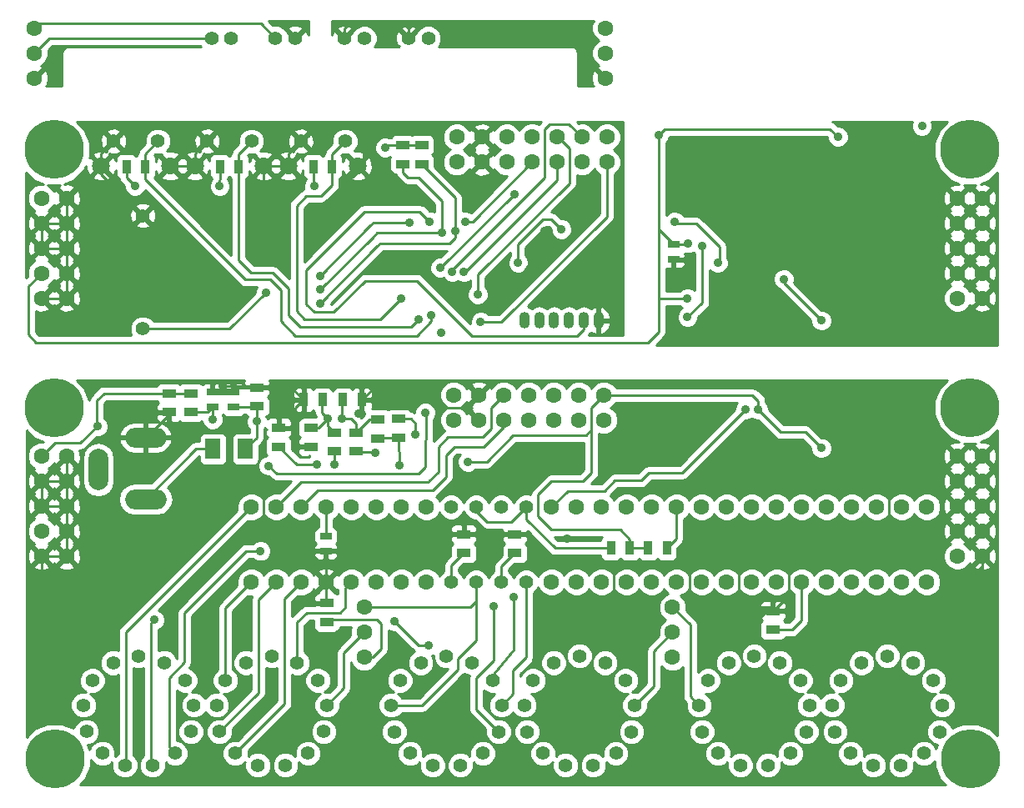
<source format=gbl>
G04 (created by PCBNEW (2013-07-07 BZR 4022)-stable) date 2014/09/07 1:12:15*
%MOIN*%
G04 Gerber Fmt 3.4, Leading zero omitted, Abs format*
%FSLAX34Y34*%
G01*
G70*
G90*
G04 APERTURE LIST*
%ADD10C,0.00590551*%
%ADD11C,0.0629921*%
%ADD12O,0.0787402X0.165354*%
%ADD13O,0.165354X0.0787402*%
%ADD14R,0.06X0.08*%
%ADD15R,0.055X0.035*%
%ADD16R,0.035X0.055*%
%ADD17R,0.045X0.025*%
%ADD18C,0.0551181*%
%ADD19O,0.0433071X0.0669291*%
%ADD20C,0.055*%
%ADD21C,0.23622*%
%ADD22C,0.0708661*%
%ADD23C,0.035*%
%ADD24C,0.01*%
G04 APERTURE END LIST*
G54D10*
G54D11*
X65935Y-44048D03*
X64935Y-44048D03*
X63935Y-44048D03*
X62935Y-44048D03*
X61935Y-44048D03*
X60935Y-44048D03*
X59935Y-44048D03*
X58935Y-44048D03*
X58935Y-47048D03*
X59935Y-47048D03*
X60935Y-47048D03*
X61935Y-47048D03*
X62935Y-47048D03*
X63935Y-47048D03*
X64935Y-47048D03*
X65935Y-47048D03*
G54D12*
X40826Y-42559D03*
G54D13*
X42716Y-41279D03*
X42716Y-43740D03*
G54D14*
X45412Y-41732D03*
X46712Y-41732D03*
G54D15*
X67795Y-48957D03*
X67795Y-48207D03*
X51988Y-41300D03*
X51988Y-40550D03*
X47165Y-40020D03*
X47165Y-39270D03*
X43661Y-39506D03*
X43661Y-40256D03*
X51141Y-41831D03*
X51141Y-41081D03*
X50275Y-41831D03*
X50275Y-41081D03*
X48031Y-40884D03*
X48031Y-41634D03*
G54D16*
X51359Y-39763D03*
X50609Y-39763D03*
G54D15*
X49960Y-48642D03*
X49960Y-47892D03*
X53001Y-29585D03*
X53001Y-30335D03*
X53750Y-29585D03*
X53750Y-30335D03*
G54D16*
X62804Y-45688D03*
X63554Y-45688D03*
X41947Y-30433D03*
X42697Y-30433D03*
G54D15*
X55431Y-45888D03*
X55431Y-45138D03*
X57478Y-45888D03*
X57478Y-45138D03*
G54D16*
X45687Y-30433D03*
X46437Y-30433D03*
X49428Y-30433D03*
X50178Y-30433D03*
X62077Y-45688D03*
X61327Y-45688D03*
X49034Y-39763D03*
X49784Y-39763D03*
G54D17*
X46220Y-40063D03*
X46220Y-39463D03*
X45393Y-40063D03*
X45393Y-39463D03*
X49919Y-45213D03*
X49919Y-45813D03*
X63821Y-34155D03*
X63821Y-33555D03*
G54D18*
X47755Y-50000D03*
X48307Y-54370D03*
X49212Y-53897D03*
X49842Y-53031D03*
X49960Y-51968D03*
X49606Y-50984D03*
X48779Y-50275D03*
X46732Y-50275D03*
X45905Y-50984D03*
X45551Y-51968D03*
X45669Y-53031D03*
X46299Y-53897D03*
X47204Y-54370D03*
X42440Y-50000D03*
X42992Y-54370D03*
X43897Y-53897D03*
X44527Y-53031D03*
X44645Y-51968D03*
X44291Y-50984D03*
X43464Y-50275D03*
X41417Y-50275D03*
X40590Y-50984D03*
X40236Y-51968D03*
X40354Y-53031D03*
X40984Y-53897D03*
X41889Y-54370D03*
X54742Y-50001D03*
X55293Y-54371D03*
X56199Y-53899D03*
X56829Y-53033D03*
X56947Y-51970D03*
X56592Y-50985D03*
X55766Y-50277D03*
X53718Y-50277D03*
X52892Y-50985D03*
X52537Y-51970D03*
X52655Y-53033D03*
X53285Y-53899D03*
X54191Y-54371D03*
X60057Y-50001D03*
X60608Y-54371D03*
X61514Y-53899D03*
X62144Y-53033D03*
X62262Y-51970D03*
X61907Y-50985D03*
X61081Y-50277D03*
X59033Y-50277D03*
X58207Y-50985D03*
X57852Y-51970D03*
X57970Y-53033D03*
X58600Y-53899D03*
X59506Y-54371D03*
X67045Y-50001D03*
X67596Y-54371D03*
X68502Y-53899D03*
X69132Y-53033D03*
X69250Y-51970D03*
X68896Y-50985D03*
X68069Y-50277D03*
X66022Y-50277D03*
X65195Y-50985D03*
X64840Y-51970D03*
X64959Y-53033D03*
X65588Y-53899D03*
X66494Y-54371D03*
X72360Y-50001D03*
X72911Y-54371D03*
X73817Y-53899D03*
X74447Y-53033D03*
X74565Y-51970D03*
X74211Y-50985D03*
X73384Y-50277D03*
X71337Y-50277D03*
X70510Y-50985D03*
X70155Y-51970D03*
X70274Y-53033D03*
X70903Y-53899D03*
X71809Y-54371D03*
X45354Y-25314D03*
X46141Y-25314D03*
X47913Y-25314D03*
X48700Y-25314D03*
X54015Y-25314D03*
X53228Y-25314D03*
X51456Y-25314D03*
X50669Y-25314D03*
X42608Y-36929D03*
X42608Y-32401D03*
G54D19*
X60816Y-36594D03*
X60226Y-36594D03*
X59635Y-36594D03*
X59045Y-36594D03*
X58454Y-36594D03*
X57864Y-36594D03*
G54D11*
X61102Y-26905D03*
X61102Y-25905D03*
X61102Y-24905D03*
X51456Y-50055D03*
X51456Y-49055D03*
X51456Y-48055D03*
X38267Y-26905D03*
X38267Y-25905D03*
X38267Y-24905D03*
X63779Y-50055D03*
X63779Y-49055D03*
X63779Y-48055D03*
G54D20*
X55935Y-44048D03*
X54935Y-44048D03*
X54935Y-47048D03*
X55935Y-47048D03*
X57935Y-44048D03*
X56935Y-44048D03*
X56935Y-47048D03*
X57935Y-47048D03*
G54D11*
X75167Y-31702D03*
X75167Y-32702D03*
X75167Y-33702D03*
X75167Y-34702D03*
X75167Y-35702D03*
X76167Y-35702D03*
X76167Y-34702D03*
X76167Y-33702D03*
X76167Y-32702D03*
X76167Y-31702D03*
X38553Y-31702D03*
X38553Y-32702D03*
X38553Y-33702D03*
X38553Y-34702D03*
X38553Y-35702D03*
X39553Y-35702D03*
X39553Y-34702D03*
X39553Y-33702D03*
X39553Y-32702D03*
X39553Y-31702D03*
X75167Y-42017D03*
X75167Y-43017D03*
X75167Y-44017D03*
X75167Y-45017D03*
X75167Y-46017D03*
X76167Y-46017D03*
X76167Y-45017D03*
X76167Y-44017D03*
X76167Y-43017D03*
X76167Y-42017D03*
X38553Y-42017D03*
X38553Y-43017D03*
X38553Y-44017D03*
X38553Y-45017D03*
X38553Y-46017D03*
X39553Y-46017D03*
X39553Y-45017D03*
X39553Y-44017D03*
X39553Y-43017D03*
X39553Y-42017D03*
X53935Y-44048D03*
X52935Y-44048D03*
X51935Y-44048D03*
X50935Y-44048D03*
X49935Y-44048D03*
X48935Y-44048D03*
X47935Y-44048D03*
X46935Y-44048D03*
X46935Y-47048D03*
X47935Y-47048D03*
X48935Y-47048D03*
X49935Y-47048D03*
X50935Y-47048D03*
X51935Y-47048D03*
X52935Y-47048D03*
X53935Y-47048D03*
X73935Y-44048D03*
X72935Y-44048D03*
X71935Y-44048D03*
X70935Y-44048D03*
X69935Y-44048D03*
X68935Y-44048D03*
X67935Y-44048D03*
X66935Y-44048D03*
X66935Y-47048D03*
X67935Y-47048D03*
X68935Y-47048D03*
X69935Y-47048D03*
X70935Y-47048D03*
X71935Y-47048D03*
X72935Y-47048D03*
X73935Y-47048D03*
G54D21*
X75689Y-54132D03*
X75667Y-29765D03*
X39053Y-29765D03*
X39089Y-54132D03*
X39053Y-40080D03*
X75667Y-40080D03*
G54D18*
X43208Y-29429D03*
X41437Y-29429D03*
G54D22*
X40944Y-30413D03*
X43700Y-30413D03*
G54D18*
X46948Y-29429D03*
X45177Y-29429D03*
G54D22*
X44685Y-30413D03*
X47440Y-30413D03*
G54D18*
X50688Y-29429D03*
X48917Y-29429D03*
G54D22*
X48425Y-30413D03*
X51181Y-30413D03*
G54D15*
X52834Y-40530D03*
X52834Y-41280D03*
X44527Y-40256D03*
X44527Y-39506D03*
X49330Y-40884D03*
X49330Y-41634D03*
G54D11*
X55159Y-30263D03*
X56159Y-30263D03*
X57159Y-30263D03*
X58159Y-30263D03*
X59159Y-30263D03*
X60159Y-30263D03*
X61159Y-30263D03*
X61159Y-29263D03*
X60159Y-29263D03*
X59159Y-29263D03*
X58159Y-29263D03*
X57159Y-29263D03*
X56159Y-29263D03*
X55159Y-29263D03*
X55041Y-40578D03*
X56041Y-40578D03*
X57041Y-40578D03*
X58041Y-40578D03*
X59041Y-40578D03*
X60041Y-40578D03*
X61041Y-40578D03*
X61041Y-39578D03*
X60041Y-39578D03*
X59041Y-39578D03*
X58041Y-39578D03*
X57041Y-39578D03*
X56041Y-39578D03*
X55041Y-39578D03*
G54D23*
X54537Y-37086D03*
X73750Y-28818D03*
X69724Y-41692D03*
X67204Y-40157D03*
X55600Y-42244D03*
X40797Y-40826D03*
X52854Y-42381D03*
X55994Y-35551D03*
X55442Y-34645D03*
X57450Y-31535D03*
X54498Y-34488D03*
X56112Y-36653D03*
X54970Y-34645D03*
X55482Y-32637D03*
X54064Y-32637D03*
X59340Y-32952D03*
X57608Y-34291D03*
X54143Y-36377D03*
X53631Y-36535D03*
X52923Y-35708D03*
X53277Y-32677D03*
X49694Y-34803D03*
X49694Y-35354D03*
X54576Y-33070D03*
X49694Y-35905D03*
X55088Y-33031D03*
X66692Y-40157D03*
X43061Y-48562D03*
X47312Y-45807D03*
X56624Y-48031D03*
X57431Y-47637D03*
X52667Y-48622D03*
X54045Y-49586D03*
X59566Y-45314D03*
X61732Y-48070D03*
X69881Y-48385D03*
X72047Y-48385D03*
X65551Y-48188D03*
X59606Y-48070D03*
X67165Y-48582D03*
X63582Y-40000D03*
X62834Y-42165D03*
X59291Y-42244D03*
X52519Y-45118D03*
X51259Y-44724D03*
X68070Y-40196D03*
X70866Y-41692D03*
X51220Y-40314D03*
X45787Y-39212D03*
X48700Y-41653D03*
X47165Y-40629D03*
X68238Y-34940D03*
X69734Y-36594D03*
X53503Y-41141D03*
X47637Y-42401D03*
X53897Y-40275D03*
X45393Y-40551D03*
X64970Y-33622D03*
X64379Y-36456D03*
X63858Y-32637D03*
X65590Y-34291D03*
X49566Y-42362D03*
X50000Y-40511D03*
X50551Y-40511D03*
X47529Y-35472D03*
X49458Y-31220D03*
X45679Y-31220D03*
X42293Y-31220D03*
X52293Y-29685D03*
X64379Y-35708D03*
X64409Y-33503D03*
X63228Y-29173D03*
X70393Y-29251D03*
X50275Y-42362D03*
X51899Y-41870D03*
X49498Y-32322D03*
X47411Y-31692D03*
X58671Y-33031D03*
X53828Y-33976D03*
X64409Y-34212D03*
X69606Y-31850D03*
X72992Y-35866D03*
X69763Y-35787D03*
G54D24*
X68110Y-41062D02*
X67204Y-40157D01*
X69094Y-41062D02*
X68110Y-41062D01*
X69724Y-41692D02*
X69094Y-41062D01*
X66980Y-39578D02*
X61041Y-39578D01*
X67204Y-40157D02*
X67204Y-39803D01*
X67204Y-39803D02*
X66980Y-39578D01*
X55600Y-42244D02*
X56348Y-42244D01*
X60324Y-41181D02*
X60541Y-40964D01*
X57411Y-41181D02*
X60324Y-41181D01*
X56348Y-42244D02*
X57411Y-41181D01*
X51988Y-41300D02*
X52007Y-41280D01*
X52007Y-41280D02*
X52834Y-41280D01*
X62077Y-45688D02*
X62077Y-45355D01*
X62077Y-45355D02*
X61683Y-44960D01*
X58927Y-43031D02*
X60187Y-43031D01*
X58395Y-43562D02*
X58927Y-43031D01*
X58395Y-44429D02*
X58395Y-43562D01*
X58927Y-44960D02*
X58395Y-44429D01*
X61683Y-44960D02*
X58927Y-44960D01*
X60541Y-42677D02*
X60541Y-40964D01*
X60187Y-43031D02*
X60541Y-42677D01*
X62077Y-45688D02*
X62804Y-45688D01*
X40797Y-40826D02*
X40787Y-40836D01*
X40787Y-40836D02*
X40748Y-40836D01*
X43661Y-39506D02*
X41054Y-39506D01*
X41054Y-39506D02*
X40777Y-39783D01*
X40777Y-39783D02*
X40777Y-40807D01*
X40777Y-40807D02*
X40748Y-40836D01*
X39094Y-41476D02*
X38553Y-42017D01*
X40748Y-40836D02*
X40108Y-41476D01*
X40108Y-41476D02*
X39094Y-41476D01*
X43661Y-39506D02*
X44527Y-39506D01*
X52834Y-41280D02*
X52854Y-42381D01*
X49919Y-45213D02*
X49919Y-44064D01*
X49919Y-44064D02*
X49935Y-44048D01*
X60541Y-40082D02*
X61045Y-39578D01*
X60541Y-40964D02*
X60541Y-40082D01*
X42716Y-43740D02*
X44724Y-41732D01*
X44724Y-41732D02*
X45412Y-41732D01*
X55994Y-35196D02*
X55994Y-35551D01*
X59194Y-29263D02*
X59655Y-29724D01*
X59655Y-29724D02*
X59655Y-31102D01*
X59655Y-31102D02*
X55994Y-34763D01*
X55994Y-34763D02*
X55994Y-35196D01*
X59159Y-29263D02*
X59194Y-29263D01*
X59159Y-30263D02*
X59159Y-30968D01*
X55482Y-34645D02*
X55442Y-34645D01*
X59159Y-30968D02*
X55482Y-34645D01*
X57450Y-31535D02*
X54498Y-34488D01*
X61159Y-32433D02*
X61159Y-30263D01*
X56938Y-36653D02*
X61159Y-32433D01*
X56112Y-36653D02*
X56938Y-36653D01*
X54970Y-34645D02*
X54970Y-34566D01*
X54970Y-34566D02*
X58671Y-30866D01*
X60159Y-29263D02*
X59635Y-28740D01*
X58671Y-28937D02*
X58671Y-30866D01*
X58868Y-28740D02*
X58671Y-28937D01*
X59635Y-28740D02*
X58868Y-28740D01*
X58159Y-30263D02*
X55785Y-32637D01*
X55785Y-32637D02*
X55482Y-32637D01*
X54025Y-43051D02*
X54025Y-43031D01*
X54025Y-43051D02*
X48933Y-43051D01*
X48933Y-43051D02*
X47935Y-44048D01*
X56545Y-40078D02*
X56545Y-40905D01*
X57045Y-39578D02*
X56545Y-40078D01*
X54025Y-43031D02*
X54419Y-42637D01*
X54419Y-42637D02*
X54419Y-41653D01*
X54419Y-41653D02*
X54812Y-41259D01*
X54812Y-41259D02*
X56190Y-41259D01*
X56190Y-41259D02*
X56545Y-40905D01*
X57041Y-40578D02*
X57041Y-40842D01*
X54183Y-43385D02*
X53789Y-43385D01*
X54734Y-42834D02*
X54183Y-43385D01*
X54734Y-41968D02*
X54734Y-42834D01*
X55049Y-41653D02*
X54734Y-41968D01*
X56230Y-41653D02*
X55049Y-41653D01*
X57041Y-40842D02*
X56230Y-41653D01*
X48935Y-44048D02*
X49598Y-43385D01*
X49598Y-43385D02*
X53789Y-43385D01*
X56820Y-37204D02*
X55757Y-37204D01*
X53671Y-32244D02*
X54064Y-32637D01*
X51466Y-32244D02*
X53671Y-32244D01*
X49143Y-34566D02*
X51466Y-32244D01*
X49143Y-35944D02*
X49143Y-34566D01*
X49458Y-36259D02*
X49143Y-35944D01*
X50246Y-36259D02*
X49458Y-36259D01*
X51505Y-35000D02*
X50246Y-36259D01*
X53553Y-35000D02*
X51505Y-35000D01*
X55757Y-37204D02*
X53553Y-35000D01*
X60226Y-36594D02*
X60226Y-36948D01*
X59970Y-37204D02*
X56820Y-37204D01*
X56820Y-37204D02*
X56781Y-37204D01*
X60226Y-36948D02*
X59970Y-37204D01*
X58946Y-32559D02*
X58828Y-32559D01*
X59340Y-32952D02*
X58946Y-32559D01*
X57608Y-34291D02*
X57608Y-33543D01*
X57608Y-33543D02*
X58592Y-32559D01*
X58592Y-32559D02*
X58828Y-32559D01*
X42697Y-30433D02*
X42697Y-30955D01*
X54143Y-36614D02*
X54143Y-36377D01*
X53553Y-37204D02*
X54143Y-36614D01*
X48710Y-37204D02*
X53553Y-37204D01*
X48120Y-36614D02*
X48710Y-37204D01*
X48120Y-35393D02*
X48120Y-36614D01*
X47687Y-34960D02*
X48120Y-35393D01*
X46702Y-34960D02*
X47687Y-34960D01*
X42697Y-30955D02*
X46702Y-34960D01*
X43208Y-29429D02*
X42697Y-29939D01*
X42697Y-29939D02*
X42697Y-30433D01*
X46437Y-34184D02*
X46437Y-30433D01*
X46938Y-34685D02*
X46437Y-34184D01*
X47805Y-34685D02*
X46938Y-34685D01*
X48435Y-35314D02*
X47805Y-34685D01*
X48435Y-36377D02*
X48435Y-35314D01*
X48907Y-36850D02*
X48435Y-36377D01*
X53316Y-36850D02*
X48907Y-36850D01*
X53631Y-36535D02*
X53316Y-36850D01*
X46948Y-29429D02*
X46437Y-29939D01*
X46437Y-29939D02*
X46437Y-30433D01*
X50178Y-30433D02*
X50178Y-31170D01*
X52096Y-36535D02*
X52923Y-35708D01*
X49064Y-36535D02*
X52096Y-36535D01*
X48750Y-36220D02*
X49064Y-36535D01*
X48750Y-32007D02*
X48750Y-36220D01*
X49143Y-31614D02*
X48750Y-32007D01*
X49734Y-31614D02*
X49143Y-31614D01*
X50178Y-31170D02*
X49734Y-31614D01*
X50688Y-29429D02*
X50178Y-29939D01*
X50178Y-29939D02*
X50178Y-30433D01*
X52214Y-32677D02*
X51820Y-32677D01*
X52214Y-32677D02*
X53277Y-32677D01*
X51820Y-32677D02*
X51702Y-32795D01*
X49694Y-34803D02*
X51702Y-32795D01*
X52372Y-33070D02*
X51978Y-33070D01*
X54576Y-33070D02*
X52372Y-33070D01*
X51978Y-33070D02*
X51781Y-33267D01*
X49694Y-35354D02*
X51781Y-33267D01*
X53001Y-30669D02*
X53001Y-30335D01*
X53198Y-30866D02*
X53001Y-30669D01*
X53631Y-30866D02*
X53198Y-30866D01*
X54576Y-31811D02*
X53631Y-30866D01*
X54576Y-33070D02*
X54576Y-31811D01*
X52490Y-33503D02*
X52096Y-33503D01*
X52490Y-33503D02*
X54852Y-33503D01*
X54852Y-33503D02*
X55088Y-33267D01*
X55088Y-33031D02*
X55088Y-33267D01*
X52096Y-33503D02*
X51978Y-33622D01*
X49694Y-35905D02*
X51978Y-33622D01*
X53750Y-30335D02*
X53750Y-30354D01*
X55088Y-31692D02*
X55088Y-33031D01*
X53750Y-30354D02*
X55088Y-31692D01*
X61472Y-42992D02*
X61062Y-43401D01*
X62519Y-42992D02*
X61472Y-42992D01*
X62834Y-42677D02*
X62519Y-42992D01*
X64173Y-42677D02*
X62834Y-42677D01*
X66692Y-40157D02*
X64173Y-42677D01*
X59582Y-43401D02*
X58935Y-44048D01*
X61074Y-43401D02*
X61062Y-43401D01*
X61062Y-43401D02*
X59582Y-43401D01*
X42942Y-54320D02*
X42992Y-54370D01*
X42942Y-48681D02*
X42942Y-54320D01*
X43061Y-48562D02*
X42942Y-48681D01*
X43897Y-53897D02*
X43651Y-53651D01*
X46742Y-45807D02*
X47312Y-45807D01*
X44261Y-48287D02*
X46742Y-45807D01*
X44261Y-50255D02*
X44261Y-48287D01*
X43651Y-50866D02*
X44261Y-50255D01*
X43651Y-53651D02*
X43651Y-50866D01*
X55935Y-52138D02*
X56829Y-53033D01*
X55935Y-50866D02*
X55935Y-52138D01*
X56624Y-50177D02*
X55935Y-50866D01*
X56624Y-48031D02*
X56624Y-50177D01*
X56659Y-50698D02*
X56592Y-50985D01*
X57431Y-49744D02*
X56659Y-50698D01*
X57431Y-47637D02*
X57431Y-49744D01*
X50935Y-47048D02*
X50698Y-47285D01*
X48779Y-48651D02*
X48779Y-50275D01*
X49163Y-48267D02*
X48779Y-48651D01*
X50482Y-48267D02*
X49163Y-48267D01*
X50698Y-48051D02*
X50482Y-48267D01*
X50698Y-47285D02*
X50698Y-48051D01*
X53631Y-49586D02*
X52667Y-48622D01*
X54045Y-49586D02*
X53631Y-49586D01*
X46935Y-47048D02*
X45905Y-48078D01*
X45905Y-48078D02*
X45905Y-50984D01*
X47935Y-47048D02*
X47234Y-47750D01*
X47234Y-51466D02*
X45669Y-53031D01*
X47234Y-47750D02*
X47234Y-51466D01*
X48935Y-47048D02*
X48277Y-47706D01*
X48277Y-51919D02*
X46299Y-53897D01*
X48277Y-47706D02*
X48277Y-51919D01*
X46935Y-44048D02*
X41919Y-49064D01*
X41919Y-54340D02*
X41889Y-54370D01*
X41919Y-49064D02*
X41919Y-54340D01*
X53228Y-25314D02*
X53228Y-24921D01*
X53228Y-24921D02*
X53425Y-24724D01*
X60511Y-26314D02*
X61102Y-26905D01*
X60511Y-25314D02*
X60511Y-26314D01*
X59921Y-24724D02*
X60511Y-25314D01*
X53425Y-24724D02*
X59921Y-24724D01*
X53228Y-24921D02*
X53031Y-24724D01*
X50669Y-24921D02*
X50669Y-25314D01*
X50866Y-24724D02*
X50669Y-24921D01*
X53031Y-24724D02*
X50866Y-24724D01*
X38267Y-25905D02*
X38858Y-25314D01*
X38858Y-25314D02*
X45354Y-25314D01*
X38267Y-24905D02*
X38448Y-24724D01*
X47322Y-24724D02*
X47913Y-25314D01*
X38448Y-24724D02*
X47322Y-24724D01*
X67795Y-48957D02*
X68562Y-48957D01*
X68935Y-48584D02*
X68935Y-47048D01*
X68562Y-48957D02*
X68935Y-48584D01*
X49960Y-48642D02*
X50060Y-48543D01*
X51795Y-50055D02*
X51456Y-50055D01*
X52125Y-49724D02*
X51795Y-50055D01*
X52125Y-48700D02*
X52125Y-49724D01*
X51968Y-48543D02*
X52125Y-48700D01*
X50060Y-48543D02*
X51968Y-48543D01*
X62262Y-51970D02*
X63031Y-51200D01*
X63031Y-49803D02*
X63779Y-49055D01*
X63031Y-51200D02*
X63031Y-49803D01*
X49960Y-51968D02*
X50629Y-51299D01*
X50629Y-49881D02*
X51456Y-49055D01*
X50629Y-51299D02*
X50629Y-49881D01*
X57935Y-47048D02*
X57935Y-50056D01*
X57401Y-51515D02*
X56947Y-51970D01*
X57401Y-50590D02*
X57401Y-51515D01*
X57935Y-50056D02*
X57401Y-50590D01*
X51456Y-48055D02*
X55685Y-48055D01*
X55935Y-47804D02*
X55935Y-47048D01*
X55685Y-48055D02*
X55935Y-47804D01*
X52537Y-51970D02*
X53777Y-51970D01*
X55935Y-49379D02*
X55935Y-47048D01*
X55196Y-50118D02*
X55935Y-49379D01*
X55196Y-50551D02*
X55196Y-50118D01*
X53777Y-51970D02*
X55196Y-50551D01*
X64840Y-51970D02*
X64488Y-51617D01*
X64488Y-48763D02*
X63779Y-48055D01*
X64488Y-51617D02*
X64488Y-48763D01*
X59606Y-48070D02*
X61732Y-48070D01*
X65039Y-48188D02*
X64448Y-47598D01*
X64448Y-47598D02*
X64448Y-46574D01*
X64448Y-46574D02*
X64251Y-46377D01*
X64251Y-46377D02*
X61732Y-46377D01*
X61732Y-46377D02*
X61417Y-46692D01*
X61417Y-46692D02*
X61417Y-47755D01*
X61417Y-47755D02*
X61732Y-48070D01*
X69881Y-48385D02*
X68700Y-49566D01*
X76167Y-47848D02*
X75629Y-48385D01*
X72047Y-48385D02*
X69881Y-48385D01*
X75629Y-48385D02*
X72047Y-48385D01*
X76167Y-47848D02*
X76167Y-46017D01*
X66102Y-48188D02*
X65551Y-48188D01*
X67480Y-49566D02*
X66102Y-48188D01*
X68700Y-49566D02*
X67480Y-49566D01*
X65551Y-48188D02*
X65039Y-48188D01*
X67795Y-48207D02*
X67540Y-48207D01*
X67540Y-48207D02*
X67165Y-48582D01*
X63582Y-40000D02*
X62834Y-40748D01*
X62834Y-40748D02*
X62834Y-42165D01*
X52519Y-45118D02*
X51653Y-45118D01*
X52539Y-45138D02*
X52519Y-45118D01*
X52893Y-45138D02*
X52539Y-45138D01*
X51653Y-45118D02*
X51259Y-44724D01*
X39553Y-43017D02*
X38553Y-43017D01*
X38553Y-43017D02*
X38553Y-44017D01*
X38553Y-44017D02*
X39553Y-44017D01*
X56041Y-39578D02*
X55541Y-40078D01*
X51752Y-39370D02*
X51359Y-39763D01*
X54212Y-39370D02*
X51752Y-39370D01*
X54330Y-39488D02*
X54212Y-39370D01*
X54330Y-39881D02*
X54330Y-39488D01*
X54527Y-40078D02*
X54330Y-39881D01*
X55541Y-40078D02*
X54527Y-40078D01*
X39553Y-42017D02*
X39553Y-43017D01*
X39553Y-43017D02*
X39553Y-44017D01*
X39553Y-44017D02*
X39553Y-45017D01*
X39553Y-45017D02*
X39553Y-46017D01*
X39553Y-46017D02*
X38553Y-46017D01*
X69370Y-40196D02*
X68070Y-40196D01*
X70866Y-41692D02*
X69370Y-40196D01*
X72433Y-43456D02*
X73094Y-42795D01*
X68425Y-47577D02*
X68425Y-45944D01*
X68425Y-45944D02*
X68897Y-45472D01*
X68897Y-45472D02*
X71968Y-45472D01*
X71968Y-45472D02*
X72433Y-45007D01*
X72433Y-45007D02*
X72433Y-43456D01*
X67795Y-48207D02*
X68425Y-47577D01*
X73094Y-42795D02*
X74557Y-42795D01*
X49919Y-45813D02*
X48618Y-45813D01*
X44812Y-43425D02*
X40915Y-47322D01*
X45679Y-43425D02*
X44812Y-43425D01*
X47431Y-43425D02*
X45679Y-43425D01*
X47431Y-44625D02*
X47431Y-43425D01*
X48618Y-45813D02*
X47431Y-44625D01*
X76167Y-46017D02*
X76167Y-46401D01*
X74557Y-46496D02*
X74557Y-42795D01*
X74911Y-46850D02*
X74557Y-46496D01*
X75718Y-46850D02*
X74911Y-46850D01*
X76167Y-46401D02*
X75718Y-46850D01*
X74557Y-42795D02*
X74557Y-42777D01*
X67795Y-48207D02*
X67638Y-48051D01*
X57923Y-45138D02*
X57478Y-45138D01*
X59163Y-46377D02*
X57923Y-45138D01*
X66210Y-46377D02*
X59163Y-46377D01*
X66427Y-46594D02*
X66210Y-46377D01*
X66427Y-47657D02*
X66427Y-46594D01*
X66820Y-48051D02*
X66427Y-47657D01*
X67638Y-48051D02*
X66820Y-48051D01*
X42716Y-41279D02*
X42716Y-42175D01*
X40915Y-43976D02*
X40915Y-47322D01*
X42716Y-42175D02*
X40915Y-43976D01*
X39242Y-48169D02*
X38553Y-47480D01*
X40915Y-47322D02*
X40068Y-48169D01*
X38553Y-47480D02*
X38553Y-46017D01*
X40068Y-48169D02*
X39242Y-48169D01*
X49034Y-39763D02*
X48541Y-39270D01*
X48541Y-39270D02*
X47165Y-39270D01*
X55431Y-45138D02*
X57478Y-45138D01*
X43661Y-40256D02*
X43661Y-40334D01*
X43661Y-40334D02*
X42716Y-41279D01*
X48031Y-40884D02*
X48642Y-40884D01*
X48642Y-40884D02*
X48700Y-40826D01*
X51359Y-39763D02*
X51359Y-40176D01*
X51359Y-40176D02*
X51220Y-40314D01*
X48700Y-41653D02*
X49312Y-41653D01*
X49312Y-41653D02*
X49330Y-41634D01*
X49034Y-39763D02*
X48700Y-40097D01*
X48700Y-40097D02*
X48700Y-40826D01*
X48700Y-40826D02*
X48700Y-41653D01*
X45787Y-39212D02*
X47107Y-39212D01*
X47107Y-39212D02*
X47165Y-39270D01*
X45787Y-39212D02*
X46038Y-39463D01*
X46038Y-39463D02*
X46220Y-39463D01*
X45536Y-39463D02*
X45393Y-39463D01*
X45787Y-39212D02*
X45536Y-39463D01*
X46220Y-39463D02*
X45393Y-39463D01*
X47165Y-39270D02*
X46413Y-39270D01*
X46413Y-39270D02*
X46220Y-39463D01*
X49935Y-47048D02*
X49935Y-47867D01*
X49935Y-47867D02*
X49960Y-47892D01*
X49919Y-45813D02*
X49919Y-47033D01*
X49919Y-47033D02*
X49935Y-47048D01*
X55431Y-45138D02*
X52893Y-45138D01*
X52218Y-45813D02*
X49919Y-45813D01*
X52893Y-45138D02*
X52218Y-45813D01*
X57478Y-45888D02*
X56935Y-46431D01*
X56935Y-46431D02*
X56935Y-47048D01*
X55431Y-45888D02*
X54935Y-46384D01*
X54935Y-46384D02*
X54935Y-47048D01*
X61327Y-45688D02*
X59084Y-45688D01*
X57935Y-44539D02*
X57935Y-44048D01*
X59084Y-45688D02*
X57935Y-44539D01*
X55935Y-44048D02*
X55935Y-44203D01*
X57338Y-44645D02*
X57935Y-44048D01*
X56377Y-44645D02*
X57338Y-44645D01*
X55935Y-44203D02*
X56377Y-44645D01*
X63935Y-44048D02*
X63935Y-45307D01*
X63935Y-45307D02*
X63554Y-45688D01*
X46712Y-41732D02*
X47165Y-41279D01*
X47165Y-41279D02*
X47165Y-40629D01*
X46220Y-40063D02*
X47122Y-40063D01*
X47122Y-40063D02*
X47165Y-40020D01*
X47165Y-40629D02*
X47165Y-40020D01*
X68238Y-35098D02*
X68238Y-34940D01*
X69734Y-36594D02*
X68238Y-35098D01*
X53325Y-40530D02*
X52834Y-40530D01*
X53503Y-40708D02*
X53325Y-40530D01*
X53503Y-41141D02*
X53503Y-40708D01*
X47952Y-42716D02*
X47637Y-42401D01*
X53641Y-42726D02*
X47952Y-42716D01*
X53909Y-42451D02*
X53641Y-42726D01*
X53937Y-40314D02*
X53909Y-42451D01*
X53897Y-40275D02*
X53937Y-40314D01*
X45393Y-40063D02*
X45200Y-40256D01*
X45200Y-40256D02*
X44527Y-40256D01*
X45393Y-40063D02*
X45393Y-40551D01*
X64970Y-35866D02*
X64970Y-33622D01*
X64379Y-36456D02*
X64970Y-35866D01*
X63937Y-32716D02*
X63858Y-32637D01*
X64724Y-32716D02*
X63937Y-32716D01*
X65669Y-33661D02*
X64724Y-32716D01*
X65669Y-34212D02*
X65669Y-33661D01*
X65590Y-34291D02*
X65669Y-34212D01*
X48758Y-42362D02*
X48031Y-41634D01*
X49566Y-42362D02*
X48758Y-42362D01*
X50275Y-41081D02*
X50000Y-40806D01*
X50000Y-40806D02*
X50000Y-40511D01*
X49330Y-40884D02*
X49626Y-40884D01*
X49626Y-40884D02*
X50000Y-40511D01*
X49763Y-40275D02*
X49763Y-39941D01*
X50000Y-40511D02*
X49763Y-40275D01*
X51141Y-41081D02*
X51673Y-40550D01*
X51673Y-40550D02*
X51988Y-40550D01*
X51141Y-41081D02*
X51141Y-40708D01*
X50944Y-40511D02*
X50551Y-40511D01*
X51141Y-40708D02*
X50944Y-40511D01*
X50551Y-40511D02*
X50551Y-39941D01*
X42608Y-36929D02*
X46072Y-36929D01*
X46072Y-36929D02*
X47529Y-35472D01*
X49428Y-31189D02*
X49428Y-30433D01*
X49458Y-31220D02*
X49428Y-31189D01*
X41947Y-30433D02*
X41947Y-30875D01*
X45687Y-30717D02*
X45687Y-30433D01*
X45679Y-31220D02*
X45687Y-30717D01*
X41947Y-30875D02*
X42293Y-31220D01*
X53001Y-29585D02*
X52392Y-29585D01*
X52392Y-29585D02*
X52293Y-29685D01*
X53001Y-29585D02*
X53750Y-29585D01*
X64379Y-35708D02*
X63228Y-35708D01*
X59301Y-37480D02*
X62785Y-37480D01*
X63228Y-37037D02*
X63228Y-35708D01*
X62785Y-37480D02*
X63228Y-37037D01*
X38553Y-34702D02*
X38031Y-35224D01*
X38346Y-37480D02*
X59301Y-37480D01*
X38031Y-37165D02*
X38346Y-37480D01*
X38031Y-35224D02*
X38031Y-37165D01*
X63228Y-35708D02*
X63228Y-29173D01*
X63228Y-29173D02*
X63228Y-32961D01*
X63228Y-32961D02*
X63821Y-33555D01*
X64409Y-33503D02*
X64358Y-33555D01*
X64358Y-33555D02*
X63821Y-33555D01*
X63464Y-28937D02*
X63228Y-29173D01*
X70393Y-29251D02*
X70078Y-28937D01*
X70078Y-28937D02*
X63464Y-28937D01*
X50275Y-42362D02*
X50275Y-41831D01*
X51141Y-41831D02*
X51899Y-41870D01*
X39553Y-35702D02*
X38553Y-35702D01*
X38553Y-33702D02*
X39553Y-33702D01*
X38553Y-32702D02*
X38553Y-33702D01*
X39553Y-32702D02*
X38553Y-32702D01*
X39553Y-35702D02*
X39553Y-31702D01*
X51181Y-30413D02*
X51181Y-30639D01*
X51181Y-30639D02*
X49498Y-32322D01*
X47440Y-31663D02*
X47440Y-30413D01*
X47440Y-31663D02*
X47411Y-31692D01*
X40944Y-30413D02*
X40944Y-30738D01*
X40944Y-30738D02*
X42608Y-32401D01*
X58671Y-33464D02*
X58671Y-33031D01*
X56884Y-35984D02*
X58671Y-33464D01*
X55718Y-35984D02*
X56884Y-35984D01*
X53828Y-34724D02*
X55718Y-35984D01*
X53828Y-33976D02*
X53828Y-34724D01*
X64352Y-34155D02*
X63821Y-34155D01*
X64409Y-34212D02*
X64352Y-34155D01*
X69763Y-35787D02*
X69763Y-32007D01*
X69763Y-32007D02*
X69606Y-31850D01*
X72992Y-35866D02*
X72913Y-35787D01*
X72913Y-35787D02*
X69763Y-35787D01*
X51181Y-30413D02*
X51181Y-30551D01*
X48917Y-29429D02*
X49527Y-28818D01*
X49527Y-28818D02*
X50787Y-28818D01*
X50787Y-28818D02*
X50944Y-28818D01*
X50944Y-28818D02*
X51417Y-29291D01*
X51417Y-29291D02*
X51417Y-30177D01*
X51417Y-30177D02*
X51181Y-30413D01*
X45177Y-29429D02*
X45787Y-28818D01*
X48307Y-28818D02*
X48917Y-29429D01*
X45787Y-28818D02*
X48307Y-28818D01*
X41437Y-29429D02*
X41437Y-29350D01*
X44566Y-28818D02*
X45177Y-29429D01*
X41968Y-28818D02*
X44566Y-28818D01*
X41437Y-29350D02*
X41968Y-28818D01*
X48425Y-30413D02*
X47440Y-30413D01*
X48917Y-29429D02*
X48425Y-29921D01*
X48425Y-29921D02*
X48425Y-30413D01*
X44685Y-30413D02*
X43700Y-30413D01*
X45177Y-29429D02*
X44685Y-29921D01*
X44685Y-29921D02*
X44685Y-30413D01*
X41437Y-29429D02*
X40944Y-29921D01*
X40944Y-29921D02*
X40944Y-30413D01*
G54D10*
G36*
X46702Y-39220D02*
X46667Y-39220D01*
X46657Y-39197D01*
X46587Y-39126D01*
X46495Y-39088D01*
X46395Y-39088D01*
X46332Y-39088D01*
X46270Y-39151D01*
X46270Y-39413D01*
X46278Y-39413D01*
X46278Y-39513D01*
X46270Y-39513D01*
X46270Y-39521D01*
X46170Y-39521D01*
X46170Y-39513D01*
X46170Y-39413D01*
X46170Y-39151D01*
X46107Y-39088D01*
X46044Y-39088D01*
X45945Y-39088D01*
X45853Y-39126D01*
X45807Y-39173D01*
X45760Y-39126D01*
X45668Y-39088D01*
X45569Y-39088D01*
X45506Y-39088D01*
X45443Y-39151D01*
X45443Y-39413D01*
X45806Y-39413D01*
X45807Y-39412D01*
X45807Y-39413D01*
X46170Y-39413D01*
X46170Y-39513D01*
X45807Y-39513D01*
X45807Y-39514D01*
X45806Y-39513D01*
X45443Y-39513D01*
X45443Y-39521D01*
X45343Y-39521D01*
X45343Y-39513D01*
X45335Y-39513D01*
X45335Y-39413D01*
X45343Y-39413D01*
X45343Y-39151D01*
X45281Y-39088D01*
X45218Y-39088D01*
X45118Y-39088D01*
X45026Y-39126D01*
X44989Y-39164D01*
X44944Y-39120D01*
X44852Y-39081D01*
X44753Y-39081D01*
X44203Y-39081D01*
X44111Y-39119D01*
X44094Y-39136D01*
X44078Y-39120D01*
X43986Y-39081D01*
X43886Y-39081D01*
X43336Y-39081D01*
X43244Y-39119D01*
X43174Y-39190D01*
X43167Y-39206D01*
X41054Y-39206D01*
X40939Y-39229D01*
X40842Y-39294D01*
X40565Y-39571D01*
X40500Y-39668D01*
X40478Y-39780D01*
X40267Y-39270D01*
X39969Y-38972D01*
X46670Y-38972D01*
X46640Y-39046D01*
X46640Y-39158D01*
X46702Y-39220D01*
X46702Y-39220D01*
G37*
G54D24*
X46702Y-39220D02*
X46667Y-39220D01*
X46657Y-39197D01*
X46587Y-39126D01*
X46495Y-39088D01*
X46395Y-39088D01*
X46332Y-39088D01*
X46270Y-39151D01*
X46270Y-39413D01*
X46278Y-39413D01*
X46278Y-39513D01*
X46270Y-39513D01*
X46270Y-39521D01*
X46170Y-39521D01*
X46170Y-39513D01*
X46170Y-39413D01*
X46170Y-39151D01*
X46107Y-39088D01*
X46044Y-39088D01*
X45945Y-39088D01*
X45853Y-39126D01*
X45807Y-39173D01*
X45760Y-39126D01*
X45668Y-39088D01*
X45569Y-39088D01*
X45506Y-39088D01*
X45443Y-39151D01*
X45443Y-39413D01*
X45806Y-39413D01*
X45807Y-39412D01*
X45807Y-39413D01*
X46170Y-39413D01*
X46170Y-39513D01*
X45807Y-39513D01*
X45807Y-39514D01*
X45806Y-39513D01*
X45443Y-39513D01*
X45443Y-39521D01*
X45343Y-39521D01*
X45343Y-39513D01*
X45335Y-39513D01*
X45335Y-39413D01*
X45343Y-39413D01*
X45343Y-39151D01*
X45281Y-39088D01*
X45218Y-39088D01*
X45118Y-39088D01*
X45026Y-39126D01*
X44989Y-39164D01*
X44944Y-39120D01*
X44852Y-39081D01*
X44753Y-39081D01*
X44203Y-39081D01*
X44111Y-39119D01*
X44094Y-39136D01*
X44078Y-39120D01*
X43986Y-39081D01*
X43886Y-39081D01*
X43336Y-39081D01*
X43244Y-39119D01*
X43174Y-39190D01*
X43167Y-39206D01*
X41054Y-39206D01*
X40939Y-39229D01*
X40842Y-39294D01*
X40565Y-39571D01*
X40500Y-39668D01*
X40478Y-39780D01*
X40267Y-39270D01*
X39969Y-38972D01*
X46670Y-38972D01*
X46640Y-39046D01*
X46640Y-39158D01*
X46702Y-39220D01*
G54D10*
G36*
X48542Y-43017D02*
X48067Y-43492D01*
X48048Y-43483D01*
X47823Y-43483D01*
X47615Y-43569D01*
X47456Y-43728D01*
X47435Y-43779D01*
X47414Y-43729D01*
X47255Y-43570D01*
X47048Y-43483D01*
X46823Y-43483D01*
X46615Y-43569D01*
X46456Y-43728D01*
X46370Y-43935D01*
X46370Y-44160D01*
X46378Y-44181D01*
X45963Y-44596D01*
X45963Y-42082D01*
X45963Y-41282D01*
X45925Y-41190D01*
X45854Y-41120D01*
X45762Y-41082D01*
X45663Y-41082D01*
X45063Y-41082D01*
X44971Y-41120D01*
X44901Y-41190D01*
X44863Y-41282D01*
X44862Y-41381D01*
X44862Y-41432D01*
X44724Y-41432D01*
X44609Y-41455D01*
X44512Y-41520D01*
X43775Y-42256D01*
X43775Y-41429D01*
X43775Y-41129D01*
X43763Y-41079D01*
X43640Y-40859D01*
X43442Y-40703D01*
X43363Y-40681D01*
X43435Y-40681D01*
X43548Y-40681D01*
X43611Y-40619D01*
X43611Y-40306D01*
X43198Y-40306D01*
X43136Y-40369D01*
X43136Y-40481D01*
X43174Y-40573D01*
X43244Y-40643D01*
X43280Y-40658D01*
X43199Y-40635D01*
X42766Y-40635D01*
X42766Y-41229D01*
X43728Y-41229D01*
X43775Y-41129D01*
X43775Y-41429D01*
X43728Y-41329D01*
X42766Y-41329D01*
X42766Y-41923D01*
X43199Y-41923D01*
X43442Y-41855D01*
X43640Y-41699D01*
X43763Y-41479D01*
X43775Y-41429D01*
X43775Y-42256D01*
X42935Y-43096D01*
X42666Y-43096D01*
X42666Y-41923D01*
X42666Y-41329D01*
X42666Y-41229D01*
X42666Y-40635D01*
X42233Y-40635D01*
X41990Y-40703D01*
X41792Y-40859D01*
X41669Y-41079D01*
X41657Y-41129D01*
X41704Y-41229D01*
X42666Y-41229D01*
X42666Y-41329D01*
X41704Y-41329D01*
X41657Y-41429D01*
X41669Y-41479D01*
X41792Y-41699D01*
X41990Y-41855D01*
X42233Y-41923D01*
X42666Y-41923D01*
X42666Y-43096D01*
X42262Y-43096D01*
X42016Y-43145D01*
X41807Y-43284D01*
X41667Y-43493D01*
X41618Y-43740D01*
X41667Y-43986D01*
X41807Y-44195D01*
X42016Y-44334D01*
X42262Y-44383D01*
X43170Y-44383D01*
X43417Y-44334D01*
X43625Y-44195D01*
X43765Y-43986D01*
X43814Y-43740D01*
X43765Y-43493D01*
X43625Y-43284D01*
X43607Y-43273D01*
X44848Y-42032D01*
X44862Y-42032D01*
X44862Y-42181D01*
X44900Y-42273D01*
X44971Y-42344D01*
X45063Y-42382D01*
X45162Y-42382D01*
X45762Y-42382D01*
X45854Y-42344D01*
X45924Y-42274D01*
X45962Y-42182D01*
X45963Y-42082D01*
X45963Y-44596D01*
X41707Y-48852D01*
X41642Y-48950D01*
X41619Y-49064D01*
X41619Y-49790D01*
X41522Y-49750D01*
X41470Y-49750D01*
X41470Y-43013D01*
X41470Y-42104D01*
X41421Y-41858D01*
X41281Y-41649D01*
X41073Y-41510D01*
X40826Y-41461D01*
X40580Y-41510D01*
X40371Y-41649D01*
X40232Y-41858D01*
X40183Y-42104D01*
X40183Y-43013D01*
X40232Y-43259D01*
X40371Y-43468D01*
X40580Y-43607D01*
X40826Y-43656D01*
X41073Y-43607D01*
X41281Y-43468D01*
X41421Y-43259D01*
X41470Y-43013D01*
X41470Y-49750D01*
X41313Y-49749D01*
X41119Y-49829D01*
X40972Y-49977D01*
X40891Y-50170D01*
X40891Y-50379D01*
X40971Y-50572D01*
X41119Y-50720D01*
X41312Y-50801D01*
X41521Y-50801D01*
X41619Y-50760D01*
X41619Y-53913D01*
X41592Y-53924D01*
X41506Y-54009D01*
X41509Y-54002D01*
X41509Y-53793D01*
X41430Y-53600D01*
X41282Y-53452D01*
X41116Y-53383D01*
X41116Y-50880D01*
X41036Y-50686D01*
X40888Y-50538D01*
X40695Y-50458D01*
X40486Y-50458D01*
X40293Y-50538D01*
X40145Y-50686D01*
X40123Y-50739D01*
X40123Y-46102D01*
X40123Y-45102D01*
X40123Y-44102D01*
X40123Y-43102D01*
X40112Y-42878D01*
X40047Y-42720D01*
X39950Y-42691D01*
X39879Y-42761D01*
X39879Y-42620D01*
X39850Y-42523D01*
X39833Y-42517D01*
X39850Y-42510D01*
X39879Y-42414D01*
X39553Y-42088D01*
X39227Y-42414D01*
X39256Y-42510D01*
X39273Y-42516D01*
X39256Y-42523D01*
X39227Y-42620D01*
X39553Y-42946D01*
X39879Y-42620D01*
X39879Y-42761D01*
X39624Y-43017D01*
X39950Y-43343D01*
X40047Y-43314D01*
X40123Y-43102D01*
X40123Y-44102D01*
X40112Y-43878D01*
X40047Y-43720D01*
X39950Y-43691D01*
X39879Y-43761D01*
X39879Y-43620D01*
X39850Y-43523D01*
X39833Y-43517D01*
X39850Y-43510D01*
X39879Y-43414D01*
X39553Y-43088D01*
X39482Y-43158D01*
X39482Y-43017D01*
X39156Y-42691D01*
X39059Y-42720D01*
X39053Y-42736D01*
X39047Y-42720D01*
X38950Y-42691D01*
X38624Y-43017D01*
X38950Y-43343D01*
X39047Y-43314D01*
X39053Y-43297D01*
X39059Y-43314D01*
X39156Y-43343D01*
X39482Y-43017D01*
X39482Y-43158D01*
X39227Y-43414D01*
X39256Y-43510D01*
X39273Y-43516D01*
X39256Y-43523D01*
X39227Y-43620D01*
X39553Y-43946D01*
X39879Y-43620D01*
X39879Y-43761D01*
X39624Y-44017D01*
X39950Y-44343D01*
X40047Y-44314D01*
X40123Y-44102D01*
X40123Y-45102D01*
X40112Y-44878D01*
X40047Y-44720D01*
X39950Y-44691D01*
X39879Y-44761D01*
X39879Y-44620D01*
X39850Y-44523D01*
X39833Y-44517D01*
X39850Y-44510D01*
X39879Y-44414D01*
X39553Y-44088D01*
X39482Y-44158D01*
X39482Y-44017D01*
X39156Y-43691D01*
X39059Y-43720D01*
X39053Y-43736D01*
X39047Y-43720D01*
X38950Y-43691D01*
X38879Y-43761D01*
X38879Y-43620D01*
X38850Y-43523D01*
X38833Y-43517D01*
X38850Y-43510D01*
X38879Y-43414D01*
X38553Y-43088D01*
X38482Y-43158D01*
X38482Y-43017D01*
X38156Y-42691D01*
X38059Y-42720D01*
X37983Y-42931D01*
X37994Y-43156D01*
X38059Y-43314D01*
X38156Y-43343D01*
X38482Y-43017D01*
X38482Y-43158D01*
X38227Y-43414D01*
X38256Y-43510D01*
X38273Y-43516D01*
X38256Y-43523D01*
X38227Y-43620D01*
X38553Y-43946D01*
X38879Y-43620D01*
X38879Y-43761D01*
X38624Y-44017D01*
X38950Y-44343D01*
X39047Y-44314D01*
X39053Y-44297D01*
X39059Y-44314D01*
X39156Y-44343D01*
X39482Y-44017D01*
X39482Y-44158D01*
X39227Y-44414D01*
X39256Y-44510D01*
X39273Y-44516D01*
X39256Y-44523D01*
X39227Y-44620D01*
X39553Y-44946D01*
X39879Y-44620D01*
X39879Y-44761D01*
X39624Y-45017D01*
X39950Y-45343D01*
X40047Y-45314D01*
X40123Y-45102D01*
X40123Y-46102D01*
X40112Y-45878D01*
X40047Y-45720D01*
X39950Y-45691D01*
X39879Y-45761D01*
X39879Y-45620D01*
X39850Y-45523D01*
X39833Y-45517D01*
X39850Y-45510D01*
X39879Y-45414D01*
X39553Y-45088D01*
X39482Y-45158D01*
X39482Y-45017D01*
X39156Y-44691D01*
X39059Y-44720D01*
X39051Y-44743D01*
X39032Y-44697D01*
X38873Y-44538D01*
X38828Y-44519D01*
X38850Y-44510D01*
X38879Y-44414D01*
X38553Y-44088D01*
X38482Y-44158D01*
X38482Y-44017D01*
X38156Y-43691D01*
X38059Y-43720D01*
X37983Y-43931D01*
X37994Y-44156D01*
X38059Y-44314D01*
X38156Y-44343D01*
X38482Y-44017D01*
X38482Y-44158D01*
X38227Y-44414D01*
X38256Y-44510D01*
X38279Y-44519D01*
X38233Y-44538D01*
X38074Y-44696D01*
X37988Y-44904D01*
X37988Y-45129D01*
X38074Y-45336D01*
X38233Y-45495D01*
X38278Y-45514D01*
X38256Y-45523D01*
X38227Y-45620D01*
X38553Y-45946D01*
X38879Y-45620D01*
X38850Y-45523D01*
X38827Y-45515D01*
X38873Y-45496D01*
X39032Y-45337D01*
X39050Y-45292D01*
X39059Y-45314D01*
X39156Y-45343D01*
X39482Y-45017D01*
X39482Y-45158D01*
X39227Y-45414D01*
X39256Y-45510D01*
X39273Y-45516D01*
X39256Y-45523D01*
X39227Y-45620D01*
X39553Y-45946D01*
X39879Y-45620D01*
X39879Y-45761D01*
X39624Y-46017D01*
X39950Y-46343D01*
X40047Y-46314D01*
X40123Y-46102D01*
X40123Y-50739D01*
X40065Y-50879D01*
X40064Y-51088D01*
X40144Y-51281D01*
X40292Y-51429D01*
X40324Y-51442D01*
X40132Y-51442D01*
X39938Y-51522D01*
X39879Y-51581D01*
X39879Y-46414D01*
X39553Y-46088D01*
X39482Y-46158D01*
X39482Y-46017D01*
X39156Y-45691D01*
X39059Y-45720D01*
X39053Y-45736D01*
X39047Y-45720D01*
X38950Y-45691D01*
X38624Y-46017D01*
X38950Y-46343D01*
X39047Y-46314D01*
X39053Y-46297D01*
X39059Y-46314D01*
X39156Y-46343D01*
X39482Y-46017D01*
X39482Y-46158D01*
X39227Y-46414D01*
X39256Y-46510D01*
X39468Y-46586D01*
X39692Y-46576D01*
X39850Y-46510D01*
X39879Y-46414D01*
X39879Y-51581D01*
X39790Y-51670D01*
X39710Y-51863D01*
X39710Y-52072D01*
X39790Y-52265D01*
X39938Y-52413D01*
X40131Y-52494D01*
X40340Y-52494D01*
X40533Y-52414D01*
X40681Y-52266D01*
X40761Y-52073D01*
X40761Y-51864D01*
X40682Y-51671D01*
X40534Y-51523D01*
X40502Y-51509D01*
X40694Y-51509D01*
X40887Y-51430D01*
X41035Y-51282D01*
X41116Y-51089D01*
X41116Y-50880D01*
X41116Y-53383D01*
X41089Y-53372D01*
X40880Y-53371D01*
X40686Y-53451D01*
X40538Y-53599D01*
X40478Y-53745D01*
X40400Y-53557D01*
X40458Y-53557D01*
X40651Y-53477D01*
X40799Y-53329D01*
X40879Y-53136D01*
X40880Y-52927D01*
X40800Y-52734D01*
X40652Y-52586D01*
X40459Y-52505D01*
X40250Y-52505D01*
X40056Y-52585D01*
X39909Y-52733D01*
X39841Y-52895D01*
X39375Y-52701D01*
X38879Y-52700D01*
X38879Y-46414D01*
X38553Y-46088D01*
X38482Y-46158D01*
X38482Y-46017D01*
X38156Y-45691D01*
X38059Y-45720D01*
X37983Y-45931D01*
X37994Y-46156D01*
X38059Y-46314D01*
X38156Y-46343D01*
X38482Y-46017D01*
X38482Y-46158D01*
X38227Y-46414D01*
X38256Y-46510D01*
X38468Y-46586D01*
X38692Y-46576D01*
X38850Y-46510D01*
X38879Y-46414D01*
X38879Y-52700D01*
X38806Y-52700D01*
X38280Y-52918D01*
X37949Y-53248D01*
X37949Y-40999D01*
X38241Y-41292D01*
X38626Y-41452D01*
X38441Y-41452D01*
X38233Y-41538D01*
X38074Y-41696D01*
X37988Y-41904D01*
X37988Y-42129D01*
X38074Y-42336D01*
X38233Y-42495D01*
X38278Y-42514D01*
X38256Y-42523D01*
X38227Y-42620D01*
X38553Y-42946D01*
X38879Y-42620D01*
X38850Y-42523D01*
X38827Y-42515D01*
X38873Y-42496D01*
X39032Y-42337D01*
X39050Y-42292D01*
X39059Y-42314D01*
X39156Y-42343D01*
X39482Y-42017D01*
X39477Y-42011D01*
X39547Y-41941D01*
X39553Y-41946D01*
X39559Y-41941D01*
X39629Y-42011D01*
X39624Y-42017D01*
X39950Y-42343D01*
X40047Y-42314D01*
X40123Y-42102D01*
X40112Y-41878D01*
X40070Y-41776D01*
X40108Y-41776D01*
X40108Y-41776D01*
X40223Y-41753D01*
X40223Y-41753D01*
X40320Y-41688D01*
X40757Y-41251D01*
X40881Y-41251D01*
X41037Y-41187D01*
X41157Y-41067D01*
X41222Y-40911D01*
X41222Y-40742D01*
X41157Y-40586D01*
X41077Y-40506D01*
X41077Y-39907D01*
X41178Y-39806D01*
X43167Y-39806D01*
X43174Y-39823D01*
X43232Y-39881D01*
X43174Y-39940D01*
X43136Y-40032D01*
X43136Y-40144D01*
X43198Y-40206D01*
X43611Y-40206D01*
X43611Y-40199D01*
X43711Y-40199D01*
X43711Y-40206D01*
X43719Y-40206D01*
X43719Y-40306D01*
X43711Y-40306D01*
X43711Y-40619D01*
X43773Y-40681D01*
X43886Y-40681D01*
X43986Y-40681D01*
X44078Y-40643D01*
X44094Y-40627D01*
X44110Y-40643D01*
X44202Y-40681D01*
X44302Y-40681D01*
X44852Y-40681D01*
X44943Y-40643D01*
X44968Y-40619D01*
X44968Y-40635D01*
X45033Y-40791D01*
X45152Y-40911D01*
X45308Y-40976D01*
X45477Y-40976D01*
X45634Y-40911D01*
X45753Y-40792D01*
X45818Y-40636D01*
X45818Y-40467D01*
X45782Y-40378D01*
X45807Y-40353D01*
X45853Y-40400D01*
X45945Y-40438D01*
X46044Y-40438D01*
X46494Y-40438D01*
X46586Y-40400D01*
X46624Y-40363D01*
X46704Y-40363D01*
X46748Y-40407D01*
X46790Y-40424D01*
X46740Y-40545D01*
X46740Y-40714D01*
X46804Y-40870D01*
X46865Y-40930D01*
X46865Y-41082D01*
X46363Y-41082D01*
X46271Y-41120D01*
X46201Y-41190D01*
X46163Y-41282D01*
X46162Y-41381D01*
X46162Y-42181D01*
X46200Y-42273D01*
X46271Y-42344D01*
X46363Y-42382D01*
X46462Y-42382D01*
X47062Y-42382D01*
X47154Y-42344D01*
X47224Y-42274D01*
X47262Y-42182D01*
X47263Y-42082D01*
X47263Y-41606D01*
X47377Y-41492D01*
X47377Y-41492D01*
X47442Y-41394D01*
X47465Y-41279D01*
X47465Y-41279D01*
X47465Y-40930D01*
X47506Y-40889D01*
X47506Y-40934D01*
X47568Y-40934D01*
X47506Y-40997D01*
X47506Y-41109D01*
X47544Y-41201D01*
X47602Y-41259D01*
X47544Y-41318D01*
X47506Y-41409D01*
X47506Y-41509D01*
X47506Y-41859D01*
X47544Y-41951D01*
X47569Y-41976D01*
X47553Y-41976D01*
X47397Y-42041D01*
X47277Y-42160D01*
X47212Y-42316D01*
X47212Y-42485D01*
X47277Y-42642D01*
X47396Y-42761D01*
X47552Y-42826D01*
X47638Y-42826D01*
X47740Y-42928D01*
X47789Y-42961D01*
X47837Y-42993D01*
X47837Y-42993D01*
X47837Y-42993D01*
X47894Y-43005D01*
X47952Y-43016D01*
X48542Y-43017D01*
X48542Y-43017D01*
G37*
G54D24*
X48542Y-43017D02*
X48067Y-43492D01*
X48048Y-43483D01*
X47823Y-43483D01*
X47615Y-43569D01*
X47456Y-43728D01*
X47435Y-43779D01*
X47414Y-43729D01*
X47255Y-43570D01*
X47048Y-43483D01*
X46823Y-43483D01*
X46615Y-43569D01*
X46456Y-43728D01*
X46370Y-43935D01*
X46370Y-44160D01*
X46378Y-44181D01*
X45963Y-44596D01*
X45963Y-42082D01*
X45963Y-41282D01*
X45925Y-41190D01*
X45854Y-41120D01*
X45762Y-41082D01*
X45663Y-41082D01*
X45063Y-41082D01*
X44971Y-41120D01*
X44901Y-41190D01*
X44863Y-41282D01*
X44862Y-41381D01*
X44862Y-41432D01*
X44724Y-41432D01*
X44609Y-41455D01*
X44512Y-41520D01*
X43775Y-42256D01*
X43775Y-41429D01*
X43775Y-41129D01*
X43763Y-41079D01*
X43640Y-40859D01*
X43442Y-40703D01*
X43363Y-40681D01*
X43435Y-40681D01*
X43548Y-40681D01*
X43611Y-40619D01*
X43611Y-40306D01*
X43198Y-40306D01*
X43136Y-40369D01*
X43136Y-40481D01*
X43174Y-40573D01*
X43244Y-40643D01*
X43280Y-40658D01*
X43199Y-40635D01*
X42766Y-40635D01*
X42766Y-41229D01*
X43728Y-41229D01*
X43775Y-41129D01*
X43775Y-41429D01*
X43728Y-41329D01*
X42766Y-41329D01*
X42766Y-41923D01*
X43199Y-41923D01*
X43442Y-41855D01*
X43640Y-41699D01*
X43763Y-41479D01*
X43775Y-41429D01*
X43775Y-42256D01*
X42935Y-43096D01*
X42666Y-43096D01*
X42666Y-41923D01*
X42666Y-41329D01*
X42666Y-41229D01*
X42666Y-40635D01*
X42233Y-40635D01*
X41990Y-40703D01*
X41792Y-40859D01*
X41669Y-41079D01*
X41657Y-41129D01*
X41704Y-41229D01*
X42666Y-41229D01*
X42666Y-41329D01*
X41704Y-41329D01*
X41657Y-41429D01*
X41669Y-41479D01*
X41792Y-41699D01*
X41990Y-41855D01*
X42233Y-41923D01*
X42666Y-41923D01*
X42666Y-43096D01*
X42262Y-43096D01*
X42016Y-43145D01*
X41807Y-43284D01*
X41667Y-43493D01*
X41618Y-43740D01*
X41667Y-43986D01*
X41807Y-44195D01*
X42016Y-44334D01*
X42262Y-44383D01*
X43170Y-44383D01*
X43417Y-44334D01*
X43625Y-44195D01*
X43765Y-43986D01*
X43814Y-43740D01*
X43765Y-43493D01*
X43625Y-43284D01*
X43607Y-43273D01*
X44848Y-42032D01*
X44862Y-42032D01*
X44862Y-42181D01*
X44900Y-42273D01*
X44971Y-42344D01*
X45063Y-42382D01*
X45162Y-42382D01*
X45762Y-42382D01*
X45854Y-42344D01*
X45924Y-42274D01*
X45962Y-42182D01*
X45963Y-42082D01*
X45963Y-44596D01*
X41707Y-48852D01*
X41642Y-48950D01*
X41619Y-49064D01*
X41619Y-49790D01*
X41522Y-49750D01*
X41470Y-49750D01*
X41470Y-43013D01*
X41470Y-42104D01*
X41421Y-41858D01*
X41281Y-41649D01*
X41073Y-41510D01*
X40826Y-41461D01*
X40580Y-41510D01*
X40371Y-41649D01*
X40232Y-41858D01*
X40183Y-42104D01*
X40183Y-43013D01*
X40232Y-43259D01*
X40371Y-43468D01*
X40580Y-43607D01*
X40826Y-43656D01*
X41073Y-43607D01*
X41281Y-43468D01*
X41421Y-43259D01*
X41470Y-43013D01*
X41470Y-49750D01*
X41313Y-49749D01*
X41119Y-49829D01*
X40972Y-49977D01*
X40891Y-50170D01*
X40891Y-50379D01*
X40971Y-50572D01*
X41119Y-50720D01*
X41312Y-50801D01*
X41521Y-50801D01*
X41619Y-50760D01*
X41619Y-53913D01*
X41592Y-53924D01*
X41506Y-54009D01*
X41509Y-54002D01*
X41509Y-53793D01*
X41430Y-53600D01*
X41282Y-53452D01*
X41116Y-53383D01*
X41116Y-50880D01*
X41036Y-50686D01*
X40888Y-50538D01*
X40695Y-50458D01*
X40486Y-50458D01*
X40293Y-50538D01*
X40145Y-50686D01*
X40123Y-50739D01*
X40123Y-46102D01*
X40123Y-45102D01*
X40123Y-44102D01*
X40123Y-43102D01*
X40112Y-42878D01*
X40047Y-42720D01*
X39950Y-42691D01*
X39879Y-42761D01*
X39879Y-42620D01*
X39850Y-42523D01*
X39833Y-42517D01*
X39850Y-42510D01*
X39879Y-42414D01*
X39553Y-42088D01*
X39227Y-42414D01*
X39256Y-42510D01*
X39273Y-42516D01*
X39256Y-42523D01*
X39227Y-42620D01*
X39553Y-42946D01*
X39879Y-42620D01*
X39879Y-42761D01*
X39624Y-43017D01*
X39950Y-43343D01*
X40047Y-43314D01*
X40123Y-43102D01*
X40123Y-44102D01*
X40112Y-43878D01*
X40047Y-43720D01*
X39950Y-43691D01*
X39879Y-43761D01*
X39879Y-43620D01*
X39850Y-43523D01*
X39833Y-43517D01*
X39850Y-43510D01*
X39879Y-43414D01*
X39553Y-43088D01*
X39482Y-43158D01*
X39482Y-43017D01*
X39156Y-42691D01*
X39059Y-42720D01*
X39053Y-42736D01*
X39047Y-42720D01*
X38950Y-42691D01*
X38624Y-43017D01*
X38950Y-43343D01*
X39047Y-43314D01*
X39053Y-43297D01*
X39059Y-43314D01*
X39156Y-43343D01*
X39482Y-43017D01*
X39482Y-43158D01*
X39227Y-43414D01*
X39256Y-43510D01*
X39273Y-43516D01*
X39256Y-43523D01*
X39227Y-43620D01*
X39553Y-43946D01*
X39879Y-43620D01*
X39879Y-43761D01*
X39624Y-44017D01*
X39950Y-44343D01*
X40047Y-44314D01*
X40123Y-44102D01*
X40123Y-45102D01*
X40112Y-44878D01*
X40047Y-44720D01*
X39950Y-44691D01*
X39879Y-44761D01*
X39879Y-44620D01*
X39850Y-44523D01*
X39833Y-44517D01*
X39850Y-44510D01*
X39879Y-44414D01*
X39553Y-44088D01*
X39482Y-44158D01*
X39482Y-44017D01*
X39156Y-43691D01*
X39059Y-43720D01*
X39053Y-43736D01*
X39047Y-43720D01*
X38950Y-43691D01*
X38879Y-43761D01*
X38879Y-43620D01*
X38850Y-43523D01*
X38833Y-43517D01*
X38850Y-43510D01*
X38879Y-43414D01*
X38553Y-43088D01*
X38482Y-43158D01*
X38482Y-43017D01*
X38156Y-42691D01*
X38059Y-42720D01*
X37983Y-42931D01*
X37994Y-43156D01*
X38059Y-43314D01*
X38156Y-43343D01*
X38482Y-43017D01*
X38482Y-43158D01*
X38227Y-43414D01*
X38256Y-43510D01*
X38273Y-43516D01*
X38256Y-43523D01*
X38227Y-43620D01*
X38553Y-43946D01*
X38879Y-43620D01*
X38879Y-43761D01*
X38624Y-44017D01*
X38950Y-44343D01*
X39047Y-44314D01*
X39053Y-44297D01*
X39059Y-44314D01*
X39156Y-44343D01*
X39482Y-44017D01*
X39482Y-44158D01*
X39227Y-44414D01*
X39256Y-44510D01*
X39273Y-44516D01*
X39256Y-44523D01*
X39227Y-44620D01*
X39553Y-44946D01*
X39879Y-44620D01*
X39879Y-44761D01*
X39624Y-45017D01*
X39950Y-45343D01*
X40047Y-45314D01*
X40123Y-45102D01*
X40123Y-46102D01*
X40112Y-45878D01*
X40047Y-45720D01*
X39950Y-45691D01*
X39879Y-45761D01*
X39879Y-45620D01*
X39850Y-45523D01*
X39833Y-45517D01*
X39850Y-45510D01*
X39879Y-45414D01*
X39553Y-45088D01*
X39482Y-45158D01*
X39482Y-45017D01*
X39156Y-44691D01*
X39059Y-44720D01*
X39051Y-44743D01*
X39032Y-44697D01*
X38873Y-44538D01*
X38828Y-44519D01*
X38850Y-44510D01*
X38879Y-44414D01*
X38553Y-44088D01*
X38482Y-44158D01*
X38482Y-44017D01*
X38156Y-43691D01*
X38059Y-43720D01*
X37983Y-43931D01*
X37994Y-44156D01*
X38059Y-44314D01*
X38156Y-44343D01*
X38482Y-44017D01*
X38482Y-44158D01*
X38227Y-44414D01*
X38256Y-44510D01*
X38279Y-44519D01*
X38233Y-44538D01*
X38074Y-44696D01*
X37988Y-44904D01*
X37988Y-45129D01*
X38074Y-45336D01*
X38233Y-45495D01*
X38278Y-45514D01*
X38256Y-45523D01*
X38227Y-45620D01*
X38553Y-45946D01*
X38879Y-45620D01*
X38850Y-45523D01*
X38827Y-45515D01*
X38873Y-45496D01*
X39032Y-45337D01*
X39050Y-45292D01*
X39059Y-45314D01*
X39156Y-45343D01*
X39482Y-45017D01*
X39482Y-45158D01*
X39227Y-45414D01*
X39256Y-45510D01*
X39273Y-45516D01*
X39256Y-45523D01*
X39227Y-45620D01*
X39553Y-45946D01*
X39879Y-45620D01*
X39879Y-45761D01*
X39624Y-46017D01*
X39950Y-46343D01*
X40047Y-46314D01*
X40123Y-46102D01*
X40123Y-50739D01*
X40065Y-50879D01*
X40064Y-51088D01*
X40144Y-51281D01*
X40292Y-51429D01*
X40324Y-51442D01*
X40132Y-51442D01*
X39938Y-51522D01*
X39879Y-51581D01*
X39879Y-46414D01*
X39553Y-46088D01*
X39482Y-46158D01*
X39482Y-46017D01*
X39156Y-45691D01*
X39059Y-45720D01*
X39053Y-45736D01*
X39047Y-45720D01*
X38950Y-45691D01*
X38624Y-46017D01*
X38950Y-46343D01*
X39047Y-46314D01*
X39053Y-46297D01*
X39059Y-46314D01*
X39156Y-46343D01*
X39482Y-46017D01*
X39482Y-46158D01*
X39227Y-46414D01*
X39256Y-46510D01*
X39468Y-46586D01*
X39692Y-46576D01*
X39850Y-46510D01*
X39879Y-46414D01*
X39879Y-51581D01*
X39790Y-51670D01*
X39710Y-51863D01*
X39710Y-52072D01*
X39790Y-52265D01*
X39938Y-52413D01*
X40131Y-52494D01*
X40340Y-52494D01*
X40533Y-52414D01*
X40681Y-52266D01*
X40761Y-52073D01*
X40761Y-51864D01*
X40682Y-51671D01*
X40534Y-51523D01*
X40502Y-51509D01*
X40694Y-51509D01*
X40887Y-51430D01*
X41035Y-51282D01*
X41116Y-51089D01*
X41116Y-50880D01*
X41116Y-53383D01*
X41089Y-53372D01*
X40880Y-53371D01*
X40686Y-53451D01*
X40538Y-53599D01*
X40478Y-53745D01*
X40400Y-53557D01*
X40458Y-53557D01*
X40651Y-53477D01*
X40799Y-53329D01*
X40879Y-53136D01*
X40880Y-52927D01*
X40800Y-52734D01*
X40652Y-52586D01*
X40459Y-52505D01*
X40250Y-52505D01*
X40056Y-52585D01*
X39909Y-52733D01*
X39841Y-52895D01*
X39375Y-52701D01*
X38879Y-52700D01*
X38879Y-46414D01*
X38553Y-46088D01*
X38482Y-46158D01*
X38482Y-46017D01*
X38156Y-45691D01*
X38059Y-45720D01*
X37983Y-45931D01*
X37994Y-46156D01*
X38059Y-46314D01*
X38156Y-46343D01*
X38482Y-46017D01*
X38482Y-46158D01*
X38227Y-46414D01*
X38256Y-46510D01*
X38468Y-46586D01*
X38692Y-46576D01*
X38850Y-46510D01*
X38879Y-46414D01*
X38879Y-52700D01*
X38806Y-52700D01*
X38280Y-52918D01*
X37949Y-53248D01*
X37949Y-40999D01*
X38241Y-41292D01*
X38626Y-41452D01*
X38441Y-41452D01*
X38233Y-41538D01*
X38074Y-41696D01*
X37988Y-41904D01*
X37988Y-42129D01*
X38074Y-42336D01*
X38233Y-42495D01*
X38278Y-42514D01*
X38256Y-42523D01*
X38227Y-42620D01*
X38553Y-42946D01*
X38879Y-42620D01*
X38850Y-42523D01*
X38827Y-42515D01*
X38873Y-42496D01*
X39032Y-42337D01*
X39050Y-42292D01*
X39059Y-42314D01*
X39156Y-42343D01*
X39482Y-42017D01*
X39477Y-42011D01*
X39547Y-41941D01*
X39553Y-41946D01*
X39559Y-41941D01*
X39629Y-42011D01*
X39624Y-42017D01*
X39950Y-42343D01*
X40047Y-42314D01*
X40123Y-42102D01*
X40112Y-41878D01*
X40070Y-41776D01*
X40108Y-41776D01*
X40108Y-41776D01*
X40223Y-41753D01*
X40223Y-41753D01*
X40320Y-41688D01*
X40757Y-41251D01*
X40881Y-41251D01*
X41037Y-41187D01*
X41157Y-41067D01*
X41222Y-40911D01*
X41222Y-40742D01*
X41157Y-40586D01*
X41077Y-40506D01*
X41077Y-39907D01*
X41178Y-39806D01*
X43167Y-39806D01*
X43174Y-39823D01*
X43232Y-39881D01*
X43174Y-39940D01*
X43136Y-40032D01*
X43136Y-40144D01*
X43198Y-40206D01*
X43611Y-40206D01*
X43611Y-40199D01*
X43711Y-40199D01*
X43711Y-40206D01*
X43719Y-40206D01*
X43719Y-40306D01*
X43711Y-40306D01*
X43711Y-40619D01*
X43773Y-40681D01*
X43886Y-40681D01*
X43986Y-40681D01*
X44078Y-40643D01*
X44094Y-40627D01*
X44110Y-40643D01*
X44202Y-40681D01*
X44302Y-40681D01*
X44852Y-40681D01*
X44943Y-40643D01*
X44968Y-40619D01*
X44968Y-40635D01*
X45033Y-40791D01*
X45152Y-40911D01*
X45308Y-40976D01*
X45477Y-40976D01*
X45634Y-40911D01*
X45753Y-40792D01*
X45818Y-40636D01*
X45818Y-40467D01*
X45782Y-40378D01*
X45807Y-40353D01*
X45853Y-40400D01*
X45945Y-40438D01*
X46044Y-40438D01*
X46494Y-40438D01*
X46586Y-40400D01*
X46624Y-40363D01*
X46704Y-40363D01*
X46748Y-40407D01*
X46790Y-40424D01*
X46740Y-40545D01*
X46740Y-40714D01*
X46804Y-40870D01*
X46865Y-40930D01*
X46865Y-41082D01*
X46363Y-41082D01*
X46271Y-41120D01*
X46201Y-41190D01*
X46163Y-41282D01*
X46162Y-41381D01*
X46162Y-42181D01*
X46200Y-42273D01*
X46271Y-42344D01*
X46363Y-42382D01*
X46462Y-42382D01*
X47062Y-42382D01*
X47154Y-42344D01*
X47224Y-42274D01*
X47262Y-42182D01*
X47263Y-42082D01*
X47263Y-41606D01*
X47377Y-41492D01*
X47377Y-41492D01*
X47442Y-41394D01*
X47465Y-41279D01*
X47465Y-41279D01*
X47465Y-40930D01*
X47506Y-40889D01*
X47506Y-40934D01*
X47568Y-40934D01*
X47506Y-40997D01*
X47506Y-41109D01*
X47544Y-41201D01*
X47602Y-41259D01*
X47544Y-41318D01*
X47506Y-41409D01*
X47506Y-41509D01*
X47506Y-41859D01*
X47544Y-41951D01*
X47569Y-41976D01*
X47553Y-41976D01*
X47397Y-42041D01*
X47277Y-42160D01*
X47212Y-42316D01*
X47212Y-42485D01*
X47277Y-42642D01*
X47396Y-42761D01*
X47552Y-42826D01*
X47638Y-42826D01*
X47740Y-42928D01*
X47789Y-42961D01*
X47837Y-42993D01*
X47837Y-42993D01*
X47837Y-42993D01*
X47894Y-43005D01*
X47952Y-43016D01*
X48542Y-43017D01*
G54D10*
G36*
X60241Y-42552D02*
X60062Y-42731D01*
X58927Y-42731D01*
X58812Y-42754D01*
X58715Y-42819D01*
X58183Y-43350D01*
X58118Y-43448D01*
X58098Y-43548D01*
X58040Y-43523D01*
X57831Y-43523D01*
X57638Y-43603D01*
X57490Y-43751D01*
X57435Y-43884D01*
X57380Y-43751D01*
X57233Y-43604D01*
X57040Y-43523D01*
X56831Y-43523D01*
X56638Y-43603D01*
X56490Y-43751D01*
X56435Y-43884D01*
X56380Y-43751D01*
X56233Y-43604D01*
X56040Y-43523D01*
X55831Y-43523D01*
X55638Y-43603D01*
X55490Y-43751D01*
X55435Y-43884D01*
X55380Y-43751D01*
X55233Y-43604D01*
X55040Y-43523D01*
X54831Y-43523D01*
X54638Y-43603D01*
X54490Y-43751D01*
X54457Y-43831D01*
X54414Y-43729D01*
X54328Y-43642D01*
X54395Y-43597D01*
X54946Y-43046D01*
X54946Y-43046D01*
X55011Y-42949D01*
X55034Y-42834D01*
X55034Y-42834D01*
X55034Y-42092D01*
X55173Y-41953D01*
X55289Y-41953D01*
X55240Y-42003D01*
X55175Y-42159D01*
X55175Y-42328D01*
X55239Y-42484D01*
X55359Y-42604D01*
X55515Y-42669D01*
X55684Y-42669D01*
X55840Y-42604D01*
X55901Y-42544D01*
X56348Y-42544D01*
X56348Y-42544D01*
X56463Y-42521D01*
X56463Y-42521D01*
X56560Y-42456D01*
X57535Y-41481D01*
X60241Y-41481D01*
X60241Y-42552D01*
X60241Y-42552D01*
G37*
G54D24*
X60241Y-42552D02*
X60062Y-42731D01*
X58927Y-42731D01*
X58812Y-42754D01*
X58715Y-42819D01*
X58183Y-43350D01*
X58118Y-43448D01*
X58098Y-43548D01*
X58040Y-43523D01*
X57831Y-43523D01*
X57638Y-43603D01*
X57490Y-43751D01*
X57435Y-43884D01*
X57380Y-43751D01*
X57233Y-43604D01*
X57040Y-43523D01*
X56831Y-43523D01*
X56638Y-43603D01*
X56490Y-43751D01*
X56435Y-43884D01*
X56380Y-43751D01*
X56233Y-43604D01*
X56040Y-43523D01*
X55831Y-43523D01*
X55638Y-43603D01*
X55490Y-43751D01*
X55435Y-43884D01*
X55380Y-43751D01*
X55233Y-43604D01*
X55040Y-43523D01*
X54831Y-43523D01*
X54638Y-43603D01*
X54490Y-43751D01*
X54457Y-43831D01*
X54414Y-43729D01*
X54328Y-43642D01*
X54395Y-43597D01*
X54946Y-43046D01*
X54946Y-43046D01*
X55011Y-42949D01*
X55034Y-42834D01*
X55034Y-42834D01*
X55034Y-42092D01*
X55173Y-41953D01*
X55289Y-41953D01*
X55240Y-42003D01*
X55175Y-42159D01*
X55175Y-42328D01*
X55239Y-42484D01*
X55359Y-42604D01*
X55515Y-42669D01*
X55684Y-42669D01*
X55840Y-42604D01*
X55901Y-42544D01*
X56348Y-42544D01*
X56348Y-42544D01*
X56463Y-42521D01*
X56463Y-42521D01*
X56560Y-42456D01*
X57535Y-41481D01*
X60241Y-41481D01*
X60241Y-42552D01*
G54D10*
G36*
X60952Y-45260D02*
X60940Y-45272D01*
X60902Y-45364D01*
X60902Y-45388D01*
X59208Y-45388D01*
X59080Y-45260D01*
X60952Y-45260D01*
X60952Y-45260D01*
G37*
G54D24*
X60952Y-45260D02*
X60940Y-45272D01*
X60902Y-45364D01*
X60902Y-45388D01*
X59208Y-45388D01*
X59080Y-45260D01*
X60952Y-45260D01*
G54D10*
G36*
X66370Y-39878D02*
X66332Y-39916D01*
X66267Y-40072D01*
X66267Y-40158D01*
X64048Y-42377D01*
X62834Y-42377D01*
X62719Y-42400D01*
X62622Y-42465D01*
X62395Y-42692D01*
X61472Y-42692D01*
X61357Y-42714D01*
X61260Y-42779D01*
X60938Y-43101D01*
X60541Y-43101D01*
X60753Y-42889D01*
X60753Y-42889D01*
X60818Y-42791D01*
X60841Y-42677D01*
X60841Y-42677D01*
X60841Y-41107D01*
X60928Y-41143D01*
X61153Y-41143D01*
X61360Y-41057D01*
X61520Y-40899D01*
X61606Y-40691D01*
X61606Y-40466D01*
X61520Y-40259D01*
X61361Y-40100D01*
X61310Y-40078D01*
X61360Y-40057D01*
X61520Y-39899D01*
X61528Y-39878D01*
X66370Y-39878D01*
X66370Y-39878D01*
G37*
G54D24*
X66370Y-39878D02*
X66332Y-39916D01*
X66267Y-40072D01*
X66267Y-40158D01*
X64048Y-42377D01*
X62834Y-42377D01*
X62719Y-42400D01*
X62622Y-42465D01*
X62395Y-42692D01*
X61472Y-42692D01*
X61357Y-42714D01*
X61260Y-42779D01*
X60938Y-43101D01*
X60541Y-43101D01*
X60753Y-42889D01*
X60753Y-42889D01*
X60818Y-42791D01*
X60841Y-42677D01*
X60841Y-42677D01*
X60841Y-41107D01*
X60928Y-41143D01*
X61153Y-41143D01*
X61360Y-41057D01*
X61520Y-40899D01*
X61606Y-40691D01*
X61606Y-40466D01*
X61520Y-40259D01*
X61361Y-40100D01*
X61310Y-40078D01*
X61360Y-40057D01*
X61520Y-39899D01*
X61528Y-39878D01*
X66370Y-39878D01*
G54D10*
G36*
X76779Y-53198D02*
X76737Y-53156D01*
X76737Y-46102D01*
X76737Y-45102D01*
X76737Y-44102D01*
X76737Y-43102D01*
X76737Y-42102D01*
X76726Y-41878D01*
X76661Y-41720D01*
X76564Y-41691D01*
X76238Y-42017D01*
X76564Y-42343D01*
X76661Y-42314D01*
X76737Y-42102D01*
X76737Y-43102D01*
X76726Y-42878D01*
X76661Y-42720D01*
X76564Y-42691D01*
X76493Y-42761D01*
X76493Y-42620D01*
X76464Y-42523D01*
X76448Y-42517D01*
X76464Y-42510D01*
X76493Y-42414D01*
X76167Y-42088D01*
X76097Y-42158D01*
X76097Y-42017D01*
X75770Y-41691D01*
X75674Y-41720D01*
X75668Y-41736D01*
X75661Y-41720D01*
X75564Y-41691D01*
X75238Y-42017D01*
X75564Y-42343D01*
X75661Y-42314D01*
X75667Y-42297D01*
X75674Y-42314D01*
X75770Y-42343D01*
X76097Y-42017D01*
X76097Y-42158D01*
X75841Y-42414D01*
X75870Y-42510D01*
X75887Y-42516D01*
X75870Y-42523D01*
X75841Y-42620D01*
X76167Y-42946D01*
X76493Y-42620D01*
X76493Y-42761D01*
X76238Y-43017D01*
X76564Y-43343D01*
X76661Y-43314D01*
X76737Y-43102D01*
X76737Y-44102D01*
X76726Y-43878D01*
X76661Y-43720D01*
X76564Y-43691D01*
X76493Y-43761D01*
X76493Y-43620D01*
X76464Y-43523D01*
X76448Y-43517D01*
X76464Y-43510D01*
X76493Y-43414D01*
X76167Y-43088D01*
X76097Y-43158D01*
X76097Y-43017D01*
X75770Y-42691D01*
X75674Y-42720D01*
X75668Y-42736D01*
X75661Y-42720D01*
X75564Y-42691D01*
X75493Y-42761D01*
X75493Y-42620D01*
X75464Y-42523D01*
X75448Y-42517D01*
X75464Y-42510D01*
X75493Y-42414D01*
X75167Y-42088D01*
X75097Y-42158D01*
X75097Y-42017D01*
X74770Y-41691D01*
X74674Y-41720D01*
X74598Y-41931D01*
X74608Y-42156D01*
X74674Y-42314D01*
X74770Y-42343D01*
X75097Y-42017D01*
X75097Y-42158D01*
X74841Y-42414D01*
X74870Y-42510D01*
X74887Y-42516D01*
X74870Y-42523D01*
X74841Y-42620D01*
X75167Y-42946D01*
X75493Y-42620D01*
X75493Y-42761D01*
X75238Y-43017D01*
X75564Y-43343D01*
X75661Y-43314D01*
X75667Y-43297D01*
X75674Y-43314D01*
X75770Y-43343D01*
X76097Y-43017D01*
X76097Y-43158D01*
X75841Y-43414D01*
X75870Y-43510D01*
X75887Y-43516D01*
X75870Y-43523D01*
X75841Y-43620D01*
X76167Y-43946D01*
X76493Y-43620D01*
X76493Y-43761D01*
X76238Y-44017D01*
X76564Y-44343D01*
X76661Y-44314D01*
X76737Y-44102D01*
X76737Y-45102D01*
X76726Y-44878D01*
X76661Y-44720D01*
X76564Y-44691D01*
X76493Y-44761D01*
X76493Y-44620D01*
X76464Y-44523D01*
X76448Y-44517D01*
X76464Y-44510D01*
X76493Y-44414D01*
X76167Y-44088D01*
X76097Y-44158D01*
X76097Y-44017D01*
X75770Y-43691D01*
X75674Y-43720D01*
X75668Y-43736D01*
X75661Y-43720D01*
X75564Y-43691D01*
X75493Y-43761D01*
X75493Y-43620D01*
X75464Y-43523D01*
X75448Y-43517D01*
X75464Y-43510D01*
X75493Y-43414D01*
X75167Y-43088D01*
X75097Y-43158D01*
X75097Y-43017D01*
X74770Y-42691D01*
X74674Y-42720D01*
X74598Y-42931D01*
X74608Y-43156D01*
X74674Y-43314D01*
X74770Y-43343D01*
X75097Y-43017D01*
X75097Y-43158D01*
X74841Y-43414D01*
X74870Y-43510D01*
X74887Y-43516D01*
X74870Y-43523D01*
X74841Y-43620D01*
X75167Y-43946D01*
X75493Y-43620D01*
X75493Y-43761D01*
X75238Y-44017D01*
X75564Y-44343D01*
X75661Y-44314D01*
X75667Y-44297D01*
X75674Y-44314D01*
X75770Y-44343D01*
X76097Y-44017D01*
X76097Y-44158D01*
X75841Y-44414D01*
X75870Y-44510D01*
X75887Y-44516D01*
X75870Y-44523D01*
X75841Y-44620D01*
X76167Y-44946D01*
X76493Y-44620D01*
X76493Y-44761D01*
X76238Y-45017D01*
X76564Y-45343D01*
X76661Y-45314D01*
X76737Y-45102D01*
X76737Y-46102D01*
X76726Y-45878D01*
X76661Y-45720D01*
X76564Y-45691D01*
X76493Y-45761D01*
X76493Y-45620D01*
X76464Y-45523D01*
X76448Y-45517D01*
X76464Y-45510D01*
X76493Y-45414D01*
X76167Y-45088D01*
X76097Y-45158D01*
X76097Y-45017D01*
X75770Y-44691D01*
X75674Y-44720D01*
X75668Y-44736D01*
X75661Y-44720D01*
X75564Y-44691D01*
X75493Y-44761D01*
X75493Y-44620D01*
X75464Y-44523D01*
X75448Y-44517D01*
X75464Y-44510D01*
X75493Y-44414D01*
X75167Y-44088D01*
X75097Y-44158D01*
X75097Y-44017D01*
X74770Y-43691D01*
X74674Y-43720D01*
X74598Y-43931D01*
X74608Y-44156D01*
X74674Y-44314D01*
X74770Y-44343D01*
X75097Y-44017D01*
X75097Y-44158D01*
X74841Y-44414D01*
X74870Y-44510D01*
X74887Y-44516D01*
X74870Y-44523D01*
X74841Y-44620D01*
X75167Y-44946D01*
X75493Y-44620D01*
X75493Y-44761D01*
X75238Y-45017D01*
X75564Y-45343D01*
X75661Y-45314D01*
X75667Y-45297D01*
X75674Y-45314D01*
X75770Y-45343D01*
X76097Y-45017D01*
X76097Y-45158D01*
X75841Y-45414D01*
X75870Y-45510D01*
X75887Y-45516D01*
X75870Y-45523D01*
X75841Y-45620D01*
X76167Y-45946D01*
X76493Y-45620D01*
X76493Y-45761D01*
X76238Y-46017D01*
X76564Y-46343D01*
X76661Y-46314D01*
X76737Y-46102D01*
X76737Y-53156D01*
X76501Y-52919D01*
X76493Y-52916D01*
X76493Y-46414D01*
X76167Y-46088D01*
X76097Y-46158D01*
X76097Y-46017D01*
X75770Y-45691D01*
X75674Y-45720D01*
X75665Y-45743D01*
X75646Y-45697D01*
X75488Y-45538D01*
X75443Y-45519D01*
X75464Y-45510D01*
X75493Y-45414D01*
X75167Y-45088D01*
X75097Y-45158D01*
X75097Y-45017D01*
X74770Y-44691D01*
X74674Y-44720D01*
X74598Y-44931D01*
X74608Y-45156D01*
X74674Y-45314D01*
X74770Y-45343D01*
X75097Y-45017D01*
X75097Y-45158D01*
X74841Y-45414D01*
X74870Y-45510D01*
X74893Y-45519D01*
X74848Y-45538D01*
X74689Y-45696D01*
X74602Y-45904D01*
X74602Y-46129D01*
X74688Y-46336D01*
X74847Y-46495D01*
X75054Y-46582D01*
X75279Y-46582D01*
X75487Y-46496D01*
X75646Y-46337D01*
X75665Y-46292D01*
X75674Y-46314D01*
X75770Y-46343D01*
X76097Y-46017D01*
X76097Y-46158D01*
X75841Y-46414D01*
X75870Y-46510D01*
X76082Y-46586D01*
X76306Y-46576D01*
X76464Y-46510D01*
X76493Y-46414D01*
X76493Y-52916D01*
X75975Y-52701D01*
X75406Y-52700D01*
X75091Y-52831D01*
X75091Y-51865D01*
X75011Y-51672D01*
X74863Y-51524D01*
X74670Y-51444D01*
X74477Y-51444D01*
X74508Y-51431D01*
X74656Y-51283D01*
X74736Y-51090D01*
X74736Y-50881D01*
X74656Y-50688D01*
X74509Y-50540D01*
X74316Y-50460D01*
X74106Y-50460D01*
X73913Y-50539D01*
X73909Y-50543D01*
X73909Y-50173D01*
X73830Y-49979D01*
X73682Y-49831D01*
X73489Y-49751D01*
X73280Y-49751D01*
X73086Y-49831D01*
X72938Y-49979D01*
X72886Y-50106D01*
X72886Y-49897D01*
X72806Y-49704D01*
X72658Y-49556D01*
X72465Y-49476D01*
X72256Y-49475D01*
X72063Y-49555D01*
X71915Y-49703D01*
X71835Y-49896D01*
X71834Y-50105D01*
X71914Y-50298D01*
X72062Y-50446D01*
X72255Y-50527D01*
X72464Y-50527D01*
X72657Y-50447D01*
X72805Y-50299D01*
X72858Y-50172D01*
X72858Y-50381D01*
X72938Y-50574D01*
X73086Y-50722D01*
X73279Y-50802D01*
X73488Y-50802D01*
X73681Y-50722D01*
X73829Y-50575D01*
X73909Y-50382D01*
X73909Y-50173D01*
X73909Y-50543D01*
X73765Y-50687D01*
X73685Y-50880D01*
X73685Y-51089D01*
X73765Y-51283D01*
X73912Y-51431D01*
X74106Y-51511D01*
X74298Y-51511D01*
X74268Y-51524D01*
X74120Y-51671D01*
X74039Y-51865D01*
X74039Y-52074D01*
X74119Y-52267D01*
X74267Y-52415D01*
X74460Y-52495D01*
X74669Y-52495D01*
X74862Y-52415D01*
X75010Y-52268D01*
X75090Y-52075D01*
X75091Y-51865D01*
X75091Y-52831D01*
X74955Y-52887D01*
X74893Y-52735D01*
X74745Y-52587D01*
X74552Y-52507D01*
X74343Y-52507D01*
X74149Y-52587D01*
X74001Y-52734D01*
X73921Y-52928D01*
X73921Y-53137D01*
X74001Y-53330D01*
X74149Y-53478D01*
X74342Y-53558D01*
X74378Y-53558D01*
X74311Y-53719D01*
X74263Y-53601D01*
X74115Y-53453D01*
X73922Y-53373D01*
X73713Y-53373D01*
X73519Y-53453D01*
X73372Y-53601D01*
X73291Y-53794D01*
X73291Y-54003D01*
X73295Y-54011D01*
X73209Y-53926D01*
X73016Y-53846D01*
X72807Y-53845D01*
X72614Y-53925D01*
X72466Y-54073D01*
X72386Y-54266D01*
X72386Y-54475D01*
X72465Y-54668D01*
X72613Y-54816D01*
X72806Y-54897D01*
X73015Y-54897D01*
X73209Y-54817D01*
X73357Y-54669D01*
X73437Y-54476D01*
X73437Y-54267D01*
X73434Y-54259D01*
X73519Y-54344D01*
X73712Y-54424D01*
X73921Y-54424D01*
X74114Y-54345D01*
X74258Y-54201D01*
X74258Y-54415D01*
X74475Y-54941D01*
X74693Y-55160D01*
X72335Y-55160D01*
X72335Y-54267D01*
X72255Y-54074D01*
X72107Y-53926D01*
X71914Y-53846D01*
X71862Y-53846D01*
X71862Y-50173D01*
X71782Y-49979D01*
X71635Y-49831D01*
X71442Y-49751D01*
X71232Y-49751D01*
X71039Y-49831D01*
X70891Y-49979D01*
X70811Y-50172D01*
X70811Y-50381D01*
X70891Y-50574D01*
X71038Y-50722D01*
X71232Y-50802D01*
X71441Y-50802D01*
X71634Y-50722D01*
X71782Y-50575D01*
X71862Y-50382D01*
X71862Y-50173D01*
X71862Y-53846D01*
X71705Y-53845D01*
X71512Y-53925D01*
X71426Y-54011D01*
X71429Y-54004D01*
X71429Y-53795D01*
X71349Y-53601D01*
X71202Y-53453D01*
X71035Y-53384D01*
X71035Y-50881D01*
X70956Y-50688D01*
X70808Y-50540D01*
X70615Y-50460D01*
X70406Y-50460D01*
X70212Y-50539D01*
X70064Y-50687D01*
X69984Y-50880D01*
X69984Y-51089D01*
X70064Y-51283D01*
X70212Y-51431D01*
X70244Y-51444D01*
X70051Y-51444D01*
X69858Y-51524D01*
X69710Y-51671D01*
X69703Y-51689D01*
X69696Y-51672D01*
X69548Y-51524D01*
X69355Y-51444D01*
X69162Y-51444D01*
X69193Y-51431D01*
X69341Y-51283D01*
X69421Y-51090D01*
X69421Y-50881D01*
X69341Y-50688D01*
X69194Y-50540D01*
X69001Y-50460D01*
X68791Y-50460D01*
X68598Y-50539D01*
X68594Y-50543D01*
X68594Y-50173D01*
X68515Y-49979D01*
X68367Y-49831D01*
X68174Y-49751D01*
X67965Y-49751D01*
X67771Y-49831D01*
X67623Y-49979D01*
X67571Y-50106D01*
X67571Y-49897D01*
X67491Y-49704D01*
X67343Y-49556D01*
X67150Y-49476D01*
X66941Y-49475D01*
X66748Y-49555D01*
X66600Y-49703D01*
X66520Y-49896D01*
X66519Y-50105D01*
X66599Y-50298D01*
X66747Y-50446D01*
X66940Y-50527D01*
X67149Y-50527D01*
X67343Y-50447D01*
X67490Y-50299D01*
X67543Y-50172D01*
X67543Y-50381D01*
X67623Y-50574D01*
X67771Y-50722D01*
X67964Y-50802D01*
X68173Y-50802D01*
X68366Y-50722D01*
X68514Y-50575D01*
X68594Y-50382D01*
X68594Y-50173D01*
X68594Y-50543D01*
X68450Y-50687D01*
X68370Y-50880D01*
X68370Y-51089D01*
X68450Y-51283D01*
X68597Y-51431D01*
X68791Y-51511D01*
X68983Y-51511D01*
X68953Y-51524D01*
X68805Y-51671D01*
X68724Y-51865D01*
X68724Y-52074D01*
X68804Y-52267D01*
X68952Y-52415D01*
X69145Y-52495D01*
X69354Y-52495D01*
X69547Y-52415D01*
X69695Y-52268D01*
X69703Y-52250D01*
X69710Y-52267D01*
X69857Y-52415D01*
X70050Y-52495D01*
X70259Y-52495D01*
X70453Y-52415D01*
X70601Y-52268D01*
X70681Y-52075D01*
X70681Y-51865D01*
X70601Y-51672D01*
X70454Y-51524D01*
X70421Y-51511D01*
X70614Y-51511D01*
X70807Y-51431D01*
X70955Y-51283D01*
X71035Y-51090D01*
X71035Y-50881D01*
X71035Y-53384D01*
X71008Y-53373D01*
X70799Y-53373D01*
X70799Y-53373D01*
X70799Y-52928D01*
X70719Y-52735D01*
X70572Y-52587D01*
X70379Y-52507D01*
X70169Y-52507D01*
X69976Y-52587D01*
X69828Y-52734D01*
X69748Y-52928D01*
X69748Y-53137D01*
X69828Y-53330D01*
X69975Y-53478D01*
X70169Y-53558D01*
X70378Y-53558D01*
X70571Y-53478D01*
X70719Y-53331D01*
X70799Y-53138D01*
X70799Y-52928D01*
X70799Y-53373D01*
X70606Y-53453D01*
X70458Y-53601D01*
X70378Y-53794D01*
X70378Y-54003D01*
X70458Y-54196D01*
X70605Y-54344D01*
X70798Y-54424D01*
X71008Y-54424D01*
X71201Y-54345D01*
X71286Y-54259D01*
X71283Y-54266D01*
X71283Y-54475D01*
X71363Y-54668D01*
X71511Y-54816D01*
X71704Y-54897D01*
X71913Y-54897D01*
X72106Y-54817D01*
X72254Y-54669D01*
X72334Y-54476D01*
X72335Y-54267D01*
X72335Y-55160D01*
X69657Y-55160D01*
X69657Y-52928D01*
X69578Y-52735D01*
X69430Y-52587D01*
X69237Y-52507D01*
X69028Y-52507D01*
X68834Y-52587D01*
X68686Y-52734D01*
X68606Y-52928D01*
X68606Y-53137D01*
X68686Y-53330D01*
X68834Y-53478D01*
X69027Y-53558D01*
X69236Y-53558D01*
X69429Y-53478D01*
X69577Y-53331D01*
X69657Y-53138D01*
X69657Y-52928D01*
X69657Y-55160D01*
X69028Y-55160D01*
X69028Y-53795D01*
X68948Y-53601D01*
X68800Y-53453D01*
X68607Y-53373D01*
X68398Y-53373D01*
X68205Y-53453D01*
X68057Y-53601D01*
X67976Y-53794D01*
X67976Y-54003D01*
X67980Y-54011D01*
X67894Y-53926D01*
X67701Y-53846D01*
X67492Y-53845D01*
X67299Y-53925D01*
X67151Y-54073D01*
X67071Y-54266D01*
X67071Y-54475D01*
X67151Y-54668D01*
X67298Y-54816D01*
X67491Y-54897D01*
X67700Y-54897D01*
X67894Y-54817D01*
X68042Y-54669D01*
X68122Y-54476D01*
X68122Y-54267D01*
X68119Y-54259D01*
X68204Y-54344D01*
X68397Y-54424D01*
X68606Y-54424D01*
X68799Y-54345D01*
X68947Y-54197D01*
X69027Y-54004D01*
X69028Y-53795D01*
X69028Y-55160D01*
X67020Y-55160D01*
X67020Y-54267D01*
X66940Y-54074D01*
X66792Y-53926D01*
X66599Y-53846D01*
X66547Y-53846D01*
X66547Y-50173D01*
X66467Y-49979D01*
X66320Y-49831D01*
X66127Y-49751D01*
X65917Y-49751D01*
X65724Y-49831D01*
X65576Y-49979D01*
X65496Y-50172D01*
X65496Y-50381D01*
X65576Y-50574D01*
X65723Y-50722D01*
X65917Y-50802D01*
X66126Y-50802D01*
X66319Y-50722D01*
X66467Y-50575D01*
X66547Y-50382D01*
X66547Y-50173D01*
X66547Y-53846D01*
X66390Y-53845D01*
X66197Y-53925D01*
X66111Y-54011D01*
X66114Y-54004D01*
X66114Y-53795D01*
X66034Y-53601D01*
X65887Y-53453D01*
X65693Y-53373D01*
X65484Y-53373D01*
X65484Y-53373D01*
X65484Y-52928D01*
X65404Y-52735D01*
X65257Y-52587D01*
X65064Y-52507D01*
X64854Y-52507D01*
X64661Y-52587D01*
X64513Y-52734D01*
X64433Y-52928D01*
X64433Y-53137D01*
X64513Y-53330D01*
X64660Y-53478D01*
X64854Y-53558D01*
X65063Y-53558D01*
X65256Y-53478D01*
X65404Y-53331D01*
X65484Y-53138D01*
X65484Y-52928D01*
X65484Y-53373D01*
X65291Y-53453D01*
X65143Y-53601D01*
X65063Y-53794D01*
X65063Y-54003D01*
X65143Y-54196D01*
X65290Y-54344D01*
X65483Y-54424D01*
X65693Y-54424D01*
X65886Y-54345D01*
X65971Y-54259D01*
X65968Y-54266D01*
X65968Y-54475D01*
X66048Y-54668D01*
X66196Y-54816D01*
X66389Y-54897D01*
X66598Y-54897D01*
X66791Y-54817D01*
X66939Y-54669D01*
X67019Y-54476D01*
X67020Y-54267D01*
X67020Y-55160D01*
X62669Y-55160D01*
X62669Y-52928D01*
X62589Y-52735D01*
X62442Y-52587D01*
X62249Y-52507D01*
X62040Y-52507D01*
X61846Y-52587D01*
X61698Y-52734D01*
X61618Y-52928D01*
X61618Y-53137D01*
X61698Y-53330D01*
X61845Y-53478D01*
X62039Y-53558D01*
X62248Y-53558D01*
X62441Y-53478D01*
X62589Y-53331D01*
X62669Y-53138D01*
X62669Y-52928D01*
X62669Y-55160D01*
X62039Y-55160D01*
X62039Y-53795D01*
X61960Y-53601D01*
X61812Y-53453D01*
X61619Y-53373D01*
X61410Y-53373D01*
X61216Y-53453D01*
X61068Y-53601D01*
X60988Y-53794D01*
X60988Y-54003D01*
X60991Y-54011D01*
X60906Y-53926D01*
X60713Y-53846D01*
X60504Y-53845D01*
X60311Y-53925D01*
X60163Y-54073D01*
X60083Y-54266D01*
X60082Y-54475D01*
X60162Y-54668D01*
X60310Y-54816D01*
X60503Y-54897D01*
X60712Y-54897D01*
X60905Y-54817D01*
X61053Y-54669D01*
X61134Y-54476D01*
X61134Y-54267D01*
X61130Y-54259D01*
X61216Y-54344D01*
X61409Y-54424D01*
X61618Y-54424D01*
X61811Y-54345D01*
X61959Y-54197D01*
X62039Y-54004D01*
X62039Y-53795D01*
X62039Y-55160D01*
X60031Y-55160D01*
X60031Y-54267D01*
X59952Y-54074D01*
X59804Y-53926D01*
X59611Y-53846D01*
X59559Y-53846D01*
X59559Y-50173D01*
X59479Y-49979D01*
X59331Y-49831D01*
X59138Y-49751D01*
X58929Y-49751D01*
X58736Y-49831D01*
X58588Y-49979D01*
X58508Y-50172D01*
X58508Y-50381D01*
X58588Y-50574D01*
X58735Y-50722D01*
X58928Y-50802D01*
X59137Y-50802D01*
X59331Y-50722D01*
X59479Y-50575D01*
X59559Y-50382D01*
X59559Y-50173D01*
X59559Y-53846D01*
X59402Y-53845D01*
X59208Y-53925D01*
X59123Y-54011D01*
X59126Y-54004D01*
X59126Y-53795D01*
X59046Y-53601D01*
X58898Y-53453D01*
X58705Y-53373D01*
X58496Y-53373D01*
X58496Y-53373D01*
X58496Y-52928D01*
X58416Y-52735D01*
X58268Y-52587D01*
X58075Y-52507D01*
X57866Y-52507D01*
X57673Y-52587D01*
X57525Y-52734D01*
X57445Y-52928D01*
X57445Y-53137D01*
X57525Y-53330D01*
X57672Y-53478D01*
X57865Y-53558D01*
X58074Y-53558D01*
X58268Y-53478D01*
X58416Y-53331D01*
X58496Y-53138D01*
X58496Y-52928D01*
X58496Y-53373D01*
X58303Y-53453D01*
X58155Y-53601D01*
X58075Y-53794D01*
X58075Y-54003D01*
X58154Y-54196D01*
X58302Y-54344D01*
X58495Y-54424D01*
X58704Y-54424D01*
X58898Y-54345D01*
X58983Y-54259D01*
X58980Y-54266D01*
X58980Y-54475D01*
X59060Y-54668D01*
X59208Y-54816D01*
X59401Y-54897D01*
X59610Y-54897D01*
X59803Y-54817D01*
X59951Y-54669D01*
X60031Y-54476D01*
X60031Y-54267D01*
X60031Y-55160D01*
X56724Y-55160D01*
X56724Y-53795D01*
X56645Y-53601D01*
X56497Y-53453D01*
X56304Y-53373D01*
X56095Y-53373D01*
X55901Y-53453D01*
X55753Y-53601D01*
X55673Y-53794D01*
X55673Y-54003D01*
X55676Y-54011D01*
X55591Y-53926D01*
X55398Y-53846D01*
X55189Y-53845D01*
X54996Y-53925D01*
X54848Y-54073D01*
X54768Y-54266D01*
X54768Y-54475D01*
X54847Y-54668D01*
X54995Y-54816D01*
X55188Y-54897D01*
X55397Y-54897D01*
X55591Y-54817D01*
X55739Y-54669D01*
X55819Y-54476D01*
X55819Y-54267D01*
X55815Y-54259D01*
X55901Y-54344D01*
X56094Y-54424D01*
X56303Y-54424D01*
X56496Y-54345D01*
X56644Y-54197D01*
X56724Y-54004D01*
X56724Y-53795D01*
X56724Y-55160D01*
X54717Y-55160D01*
X54717Y-54267D01*
X54637Y-54074D01*
X54489Y-53926D01*
X54296Y-53846D01*
X54087Y-53845D01*
X53894Y-53925D01*
X53808Y-54011D01*
X53811Y-54004D01*
X53811Y-53795D01*
X53731Y-53601D01*
X53583Y-53453D01*
X53390Y-53373D01*
X53181Y-53373D01*
X53181Y-53373D01*
X53181Y-52928D01*
X53101Y-52735D01*
X52954Y-52587D01*
X52760Y-52507D01*
X52551Y-52507D01*
X52358Y-52587D01*
X52210Y-52734D01*
X52130Y-52928D01*
X52130Y-53137D01*
X52210Y-53330D01*
X52357Y-53478D01*
X52550Y-53558D01*
X52759Y-53558D01*
X52953Y-53478D01*
X53101Y-53331D01*
X53181Y-53138D01*
X53181Y-52928D01*
X53181Y-53373D01*
X52988Y-53453D01*
X52840Y-53601D01*
X52760Y-53794D01*
X52760Y-54003D01*
X52839Y-54196D01*
X52987Y-54344D01*
X53180Y-54424D01*
X53389Y-54424D01*
X53583Y-54345D01*
X53668Y-54259D01*
X53665Y-54266D01*
X53665Y-54475D01*
X53745Y-54668D01*
X53893Y-54816D01*
X54086Y-54897D01*
X54295Y-54897D01*
X54488Y-54817D01*
X54636Y-54669D01*
X54716Y-54476D01*
X54717Y-54267D01*
X54717Y-55160D01*
X50368Y-55160D01*
X50368Y-52927D01*
X50288Y-52734D01*
X50140Y-52586D01*
X49947Y-52505D01*
X49738Y-52505D01*
X49545Y-52585D01*
X49397Y-52733D01*
X49317Y-52926D01*
X49316Y-53135D01*
X49396Y-53328D01*
X49544Y-53476D01*
X49737Y-53556D01*
X49946Y-53557D01*
X50139Y-53477D01*
X50287Y-53329D01*
X50368Y-53136D01*
X50368Y-52927D01*
X50368Y-55160D01*
X49738Y-55160D01*
X49738Y-53793D01*
X49658Y-53600D01*
X49510Y-53452D01*
X49317Y-53372D01*
X49108Y-53371D01*
X48915Y-53451D01*
X48767Y-53599D01*
X48687Y-53792D01*
X48686Y-54001D01*
X48690Y-54010D01*
X48605Y-53924D01*
X48412Y-53844D01*
X48202Y-53844D01*
X48009Y-53924D01*
X47861Y-54071D01*
X47781Y-54265D01*
X47781Y-54474D01*
X47861Y-54667D01*
X48008Y-54815D01*
X48202Y-54895D01*
X48411Y-54895D01*
X48604Y-54815D01*
X48752Y-54668D01*
X48832Y-54475D01*
X48832Y-54265D01*
X48829Y-54257D01*
X48914Y-54342D01*
X49107Y-54423D01*
X49316Y-54423D01*
X49509Y-54343D01*
X49657Y-54195D01*
X49738Y-54002D01*
X49738Y-53793D01*
X49738Y-55160D01*
X45053Y-55160D01*
X45053Y-52927D01*
X44973Y-52734D01*
X44825Y-52586D01*
X44632Y-52505D01*
X44423Y-52505D01*
X44230Y-52585D01*
X44082Y-52733D01*
X44002Y-52926D01*
X44001Y-53135D01*
X44081Y-53328D01*
X44229Y-53476D01*
X44422Y-53556D01*
X44631Y-53557D01*
X44824Y-53477D01*
X44972Y-53329D01*
X45053Y-53136D01*
X45053Y-52927D01*
X45053Y-55160D01*
X40085Y-55160D01*
X40302Y-54943D01*
X40520Y-54418D01*
X40520Y-54152D01*
X40538Y-54194D01*
X40686Y-54342D01*
X40879Y-54423D01*
X41088Y-54423D01*
X41281Y-54343D01*
X41367Y-54258D01*
X41364Y-54265D01*
X41364Y-54474D01*
X41443Y-54667D01*
X41591Y-54815D01*
X41784Y-54895D01*
X41993Y-54895D01*
X42187Y-54815D01*
X42335Y-54668D01*
X42415Y-54475D01*
X42415Y-54265D01*
X42335Y-54072D01*
X42219Y-53956D01*
X42219Y-50477D01*
X42335Y-50525D01*
X42545Y-50525D01*
X42642Y-50485D01*
X42642Y-53976D01*
X42546Y-54071D01*
X42466Y-54265D01*
X42466Y-54474D01*
X42546Y-54667D01*
X42694Y-54815D01*
X42887Y-54895D01*
X43096Y-54895D01*
X43289Y-54815D01*
X43437Y-54668D01*
X43517Y-54475D01*
X43517Y-54265D01*
X43514Y-54257D01*
X43599Y-54342D01*
X43792Y-54423D01*
X44001Y-54423D01*
X44194Y-54343D01*
X44342Y-54195D01*
X44423Y-54002D01*
X44423Y-53793D01*
X44343Y-53600D01*
X44195Y-53452D01*
X44002Y-53372D01*
X43951Y-53372D01*
X43951Y-51387D01*
X43993Y-51429D01*
X44186Y-51509D01*
X44379Y-51509D01*
X44348Y-51522D01*
X44200Y-51670D01*
X44120Y-51863D01*
X44119Y-52072D01*
X44199Y-52265D01*
X44347Y-52413D01*
X44540Y-52494D01*
X44749Y-52494D01*
X44943Y-52414D01*
X45090Y-52266D01*
X45098Y-52248D01*
X45105Y-52265D01*
X45253Y-52413D01*
X45446Y-52494D01*
X45655Y-52494D01*
X45848Y-52414D01*
X45996Y-52266D01*
X46076Y-52073D01*
X46076Y-51864D01*
X45997Y-51671D01*
X45849Y-51523D01*
X45816Y-51509D01*
X46009Y-51509D01*
X46202Y-51430D01*
X46350Y-51282D01*
X46431Y-51089D01*
X46431Y-50880D01*
X46351Y-50686D01*
X46205Y-50540D01*
X46205Y-48203D01*
X46802Y-47605D01*
X46822Y-47613D01*
X46971Y-47613D01*
X46957Y-47635D01*
X46934Y-47750D01*
X46934Y-49790D01*
X46837Y-49750D01*
X46628Y-49749D01*
X46434Y-49829D01*
X46286Y-49977D01*
X46206Y-50170D01*
X46206Y-50379D01*
X46286Y-50572D01*
X46434Y-50720D01*
X46627Y-50801D01*
X46836Y-50801D01*
X46934Y-50760D01*
X46934Y-51342D01*
X45770Y-52505D01*
X45565Y-52505D01*
X45371Y-52585D01*
X45223Y-52733D01*
X45143Y-52926D01*
X45143Y-53135D01*
X45223Y-53328D01*
X45371Y-53476D01*
X45564Y-53556D01*
X45773Y-53557D01*
X45966Y-53477D01*
X46114Y-53329D01*
X46194Y-53136D01*
X46194Y-52930D01*
X47446Y-51678D01*
X47446Y-51678D01*
X47511Y-51581D01*
X47534Y-51466D01*
X47534Y-51466D01*
X47534Y-50477D01*
X47650Y-50525D01*
X47859Y-50525D01*
X47977Y-50477D01*
X47977Y-51795D01*
X46400Y-53372D01*
X46195Y-53371D01*
X46001Y-53451D01*
X45853Y-53599D01*
X45773Y-53792D01*
X45773Y-54001D01*
X45853Y-54194D01*
X46001Y-54342D01*
X46194Y-54423D01*
X46403Y-54423D01*
X46596Y-54343D01*
X46682Y-54258D01*
X46679Y-54265D01*
X46679Y-54474D01*
X46758Y-54667D01*
X46906Y-54815D01*
X47099Y-54895D01*
X47308Y-54895D01*
X47502Y-54815D01*
X47650Y-54668D01*
X47730Y-54475D01*
X47730Y-54265D01*
X47650Y-54072D01*
X47502Y-53924D01*
X47309Y-53844D01*
X47100Y-53844D01*
X46907Y-53924D01*
X46821Y-54009D01*
X46824Y-54002D01*
X46824Y-53796D01*
X48489Y-52131D01*
X48554Y-52034D01*
X48577Y-51919D01*
X48577Y-51919D01*
X48577Y-50760D01*
X48674Y-50801D01*
X48883Y-50801D01*
X49076Y-50721D01*
X49224Y-50573D01*
X49305Y-50380D01*
X49305Y-50171D01*
X49225Y-49978D01*
X49079Y-49832D01*
X49079Y-48775D01*
X49287Y-48567D01*
X49435Y-48567D01*
X49435Y-48867D01*
X49473Y-48959D01*
X49543Y-49029D01*
X49635Y-49067D01*
X49735Y-49067D01*
X50285Y-49067D01*
X50377Y-49029D01*
X50447Y-48959D01*
X50485Y-48867D01*
X50485Y-48843D01*
X50932Y-48843D01*
X50891Y-48942D01*
X50891Y-49167D01*
X50900Y-49187D01*
X50417Y-49669D01*
X50352Y-49767D01*
X50329Y-49881D01*
X50329Y-51174D01*
X50061Y-51443D01*
X49872Y-51442D01*
X49903Y-51430D01*
X50051Y-51282D01*
X50131Y-51089D01*
X50131Y-50880D01*
X50052Y-50686D01*
X49904Y-50538D01*
X49711Y-50458D01*
X49502Y-50458D01*
X49308Y-50538D01*
X49160Y-50686D01*
X49080Y-50879D01*
X49080Y-51088D01*
X49160Y-51281D01*
X49308Y-51429D01*
X49501Y-51509D01*
X49694Y-51509D01*
X49663Y-51522D01*
X49515Y-51670D01*
X49435Y-51863D01*
X49434Y-52072D01*
X49514Y-52265D01*
X49662Y-52413D01*
X49855Y-52494D01*
X50064Y-52494D01*
X50257Y-52414D01*
X50405Y-52266D01*
X50486Y-52073D01*
X50486Y-51867D01*
X50842Y-51511D01*
X50907Y-51414D01*
X50929Y-51299D01*
X50929Y-51299D01*
X50929Y-50259D01*
X50977Y-50374D01*
X51136Y-50533D01*
X51343Y-50619D01*
X51568Y-50620D01*
X51776Y-50534D01*
X51935Y-50375D01*
X51969Y-50292D01*
X52007Y-50267D01*
X52338Y-49936D01*
X52338Y-49936D01*
X52403Y-49839D01*
X52425Y-49724D01*
X52425Y-49724D01*
X52425Y-48981D01*
X52426Y-48982D01*
X52582Y-49046D01*
X52668Y-49047D01*
X53419Y-49798D01*
X53419Y-49798D01*
X53450Y-49819D01*
X53421Y-49831D01*
X53273Y-49979D01*
X53193Y-50172D01*
X53193Y-50381D01*
X53273Y-50574D01*
X53420Y-50722D01*
X53613Y-50802D01*
X53822Y-50802D01*
X54016Y-50722D01*
X54164Y-50575D01*
X54244Y-50382D01*
X54244Y-50173D01*
X54170Y-49994D01*
X54216Y-49975D01*
X54216Y-50105D01*
X54296Y-50298D01*
X54444Y-50446D01*
X54637Y-50527D01*
X54796Y-50527D01*
X53653Y-51670D01*
X52980Y-51670D01*
X52835Y-51524D01*
X52803Y-51511D01*
X52996Y-51511D01*
X53189Y-51431D01*
X53337Y-51283D01*
X53417Y-51090D01*
X53417Y-50881D01*
X53337Y-50688D01*
X53190Y-50540D01*
X52997Y-50460D01*
X52788Y-50460D01*
X52594Y-50539D01*
X52446Y-50687D01*
X52366Y-50880D01*
X52366Y-51089D01*
X52446Y-51283D01*
X52594Y-51431D01*
X52626Y-51444D01*
X52433Y-51444D01*
X52240Y-51524D01*
X52092Y-51671D01*
X52012Y-51865D01*
X52012Y-52074D01*
X52091Y-52267D01*
X52239Y-52415D01*
X52432Y-52495D01*
X52641Y-52495D01*
X52835Y-52415D01*
X52981Y-52270D01*
X53777Y-52270D01*
X53777Y-52270D01*
X53892Y-52247D01*
X53892Y-52247D01*
X53990Y-52182D01*
X55408Y-50763D01*
X55408Y-50763D01*
X55449Y-50703D01*
X55468Y-50722D01*
X55648Y-50797D01*
X55635Y-50866D01*
X55635Y-52138D01*
X55657Y-52253D01*
X55722Y-52351D01*
X56303Y-52931D01*
X56303Y-53137D01*
X56383Y-53330D01*
X56531Y-53478D01*
X56724Y-53558D01*
X56933Y-53558D01*
X57126Y-53478D01*
X57274Y-53331D01*
X57354Y-53138D01*
X57354Y-52928D01*
X57274Y-52735D01*
X57127Y-52587D01*
X56934Y-52507D01*
X56727Y-52507D01*
X56235Y-52014D01*
X56235Y-51371D01*
X56294Y-51431D01*
X56487Y-51511D01*
X56680Y-51511D01*
X56649Y-51524D01*
X56501Y-51671D01*
X56421Y-51865D01*
X56421Y-52074D01*
X56501Y-52267D01*
X56649Y-52415D01*
X56842Y-52495D01*
X57051Y-52495D01*
X57244Y-52415D01*
X57392Y-52268D01*
X57399Y-52250D01*
X57406Y-52267D01*
X57554Y-52415D01*
X57747Y-52495D01*
X57956Y-52495D01*
X58150Y-52415D01*
X58298Y-52268D01*
X58378Y-52075D01*
X58378Y-51865D01*
X58298Y-51672D01*
X58150Y-51524D01*
X58118Y-51511D01*
X58311Y-51511D01*
X58504Y-51431D01*
X58652Y-51283D01*
X58732Y-51090D01*
X58732Y-50881D01*
X58652Y-50688D01*
X58505Y-50540D01*
X58312Y-50460D01*
X58102Y-50460D01*
X57909Y-50539D01*
X57761Y-50687D01*
X57701Y-50832D01*
X57701Y-50714D01*
X58147Y-50268D01*
X58147Y-50268D01*
X58212Y-50171D01*
X58235Y-50056D01*
X58235Y-50056D01*
X58235Y-47491D01*
X58380Y-47346D01*
X58413Y-47265D01*
X58456Y-47368D01*
X58614Y-47527D01*
X58822Y-47613D01*
X59047Y-47613D01*
X59255Y-47528D01*
X59414Y-47369D01*
X59435Y-47318D01*
X59456Y-47368D01*
X59614Y-47527D01*
X59822Y-47613D01*
X60047Y-47613D01*
X60255Y-47528D01*
X60414Y-47369D01*
X60435Y-47318D01*
X60456Y-47368D01*
X60614Y-47527D01*
X60822Y-47613D01*
X61047Y-47613D01*
X61255Y-47528D01*
X61414Y-47369D01*
X61435Y-47318D01*
X61456Y-47368D01*
X61614Y-47527D01*
X61822Y-47613D01*
X62047Y-47613D01*
X62255Y-47528D01*
X62414Y-47369D01*
X62435Y-47318D01*
X62456Y-47368D01*
X62614Y-47527D01*
X62822Y-47613D01*
X63047Y-47613D01*
X63255Y-47528D01*
X63414Y-47369D01*
X63435Y-47318D01*
X63456Y-47368D01*
X63603Y-47516D01*
X63459Y-47575D01*
X63300Y-47734D01*
X63214Y-47942D01*
X63214Y-48167D01*
X63300Y-48374D01*
X63459Y-48533D01*
X63510Y-48555D01*
X63459Y-48575D01*
X63300Y-48734D01*
X63214Y-48942D01*
X63214Y-49167D01*
X63222Y-49187D01*
X62819Y-49591D01*
X62754Y-49688D01*
X62731Y-49803D01*
X62731Y-51076D01*
X62363Y-51444D01*
X62174Y-51444D01*
X62205Y-51431D01*
X62353Y-51283D01*
X62433Y-51090D01*
X62433Y-50881D01*
X62353Y-50688D01*
X62205Y-50540D01*
X62012Y-50460D01*
X61803Y-50460D01*
X61610Y-50539D01*
X61606Y-50543D01*
X61606Y-50173D01*
X61526Y-49979D01*
X61379Y-49831D01*
X61186Y-49751D01*
X60977Y-49751D01*
X60783Y-49831D01*
X60635Y-49979D01*
X60582Y-50106D01*
X60583Y-49897D01*
X60503Y-49704D01*
X60355Y-49556D01*
X60162Y-49476D01*
X59953Y-49475D01*
X59760Y-49555D01*
X59612Y-49703D01*
X59531Y-49896D01*
X59531Y-50105D01*
X59611Y-50298D01*
X59759Y-50446D01*
X59952Y-50527D01*
X60161Y-50527D01*
X60354Y-50447D01*
X60502Y-50299D01*
X60555Y-50172D01*
X60555Y-50381D01*
X60635Y-50574D01*
X60782Y-50722D01*
X60976Y-50802D01*
X61185Y-50802D01*
X61378Y-50722D01*
X61526Y-50575D01*
X61606Y-50382D01*
X61606Y-50173D01*
X61606Y-50543D01*
X61462Y-50687D01*
X61382Y-50880D01*
X61382Y-51089D01*
X61462Y-51283D01*
X61609Y-51431D01*
X61802Y-51511D01*
X61995Y-51511D01*
X61964Y-51524D01*
X61816Y-51671D01*
X61736Y-51865D01*
X61736Y-52074D01*
X61816Y-52267D01*
X61964Y-52415D01*
X62157Y-52495D01*
X62366Y-52495D01*
X62559Y-52415D01*
X62707Y-52268D01*
X62787Y-52075D01*
X62787Y-51868D01*
X63243Y-51412D01*
X63243Y-51412D01*
X63308Y-51315D01*
X63331Y-51200D01*
X63331Y-51200D01*
X63331Y-50405D01*
X63459Y-50533D01*
X63666Y-50619D01*
X63891Y-50620D01*
X64099Y-50534D01*
X64188Y-50445D01*
X64188Y-51617D01*
X64211Y-51732D01*
X64276Y-51829D01*
X64315Y-51868D01*
X64315Y-52074D01*
X64395Y-52267D01*
X64542Y-52415D01*
X64735Y-52495D01*
X64945Y-52495D01*
X65138Y-52415D01*
X65286Y-52268D01*
X65366Y-52075D01*
X65366Y-51865D01*
X65286Y-51672D01*
X65139Y-51524D01*
X65106Y-51511D01*
X65299Y-51511D01*
X65492Y-51431D01*
X65640Y-51283D01*
X65720Y-51090D01*
X65720Y-50881D01*
X65641Y-50688D01*
X65493Y-50540D01*
X65300Y-50460D01*
X65091Y-50460D01*
X64897Y-50539D01*
X64788Y-50649D01*
X64788Y-48763D01*
X64765Y-48648D01*
X64700Y-48551D01*
X64700Y-48551D01*
X64336Y-48187D01*
X64344Y-48167D01*
X64344Y-47943D01*
X64258Y-47735D01*
X64111Y-47587D01*
X64255Y-47528D01*
X64414Y-47369D01*
X64435Y-47318D01*
X64456Y-47368D01*
X64614Y-47527D01*
X64822Y-47613D01*
X65047Y-47613D01*
X65255Y-47528D01*
X65414Y-47369D01*
X65435Y-47318D01*
X65456Y-47368D01*
X65614Y-47527D01*
X65822Y-47613D01*
X66047Y-47613D01*
X66255Y-47528D01*
X66414Y-47369D01*
X66435Y-47318D01*
X66456Y-47368D01*
X66614Y-47527D01*
X66822Y-47613D01*
X67047Y-47613D01*
X67255Y-47528D01*
X67414Y-47369D01*
X67435Y-47318D01*
X67456Y-47368D01*
X67614Y-47527D01*
X67822Y-47613D01*
X68047Y-47613D01*
X68255Y-47528D01*
X68414Y-47369D01*
X68435Y-47318D01*
X68456Y-47368D01*
X68614Y-47527D01*
X68635Y-47535D01*
X68635Y-48459D01*
X68437Y-48657D01*
X68289Y-48657D01*
X68282Y-48641D01*
X68223Y-48582D01*
X68282Y-48524D01*
X68320Y-48432D01*
X68320Y-47983D01*
X68282Y-47891D01*
X68212Y-47820D01*
X68120Y-47782D01*
X68020Y-47782D01*
X67907Y-47782D01*
X67845Y-47845D01*
X67845Y-48157D01*
X68257Y-48157D01*
X68320Y-48095D01*
X68320Y-47983D01*
X68320Y-48432D01*
X68320Y-48320D01*
X68257Y-48257D01*
X67845Y-48257D01*
X67845Y-48265D01*
X67745Y-48265D01*
X67745Y-48257D01*
X67745Y-48157D01*
X67745Y-47845D01*
X67682Y-47782D01*
X67569Y-47782D01*
X67470Y-47782D01*
X67378Y-47820D01*
X67308Y-47891D01*
X67270Y-47983D01*
X67270Y-48095D01*
X67332Y-48157D01*
X67745Y-48157D01*
X67745Y-48257D01*
X67332Y-48257D01*
X67270Y-48320D01*
X67270Y-48432D01*
X67308Y-48524D01*
X67366Y-48582D01*
X67308Y-48640D01*
X67270Y-48732D01*
X67270Y-48832D01*
X67270Y-49182D01*
X67308Y-49274D01*
X67378Y-49344D01*
X67470Y-49382D01*
X67569Y-49382D01*
X68119Y-49382D01*
X68211Y-49344D01*
X68282Y-49274D01*
X68289Y-49257D01*
X68562Y-49257D01*
X68562Y-49257D01*
X68676Y-49234D01*
X68676Y-49234D01*
X68774Y-49169D01*
X69147Y-48796D01*
X69147Y-48796D01*
X69212Y-48699D01*
X69235Y-48584D01*
X69235Y-48584D01*
X69235Y-47536D01*
X69255Y-47528D01*
X69414Y-47369D01*
X69435Y-47318D01*
X69456Y-47368D01*
X69614Y-47527D01*
X69822Y-47613D01*
X70047Y-47613D01*
X70255Y-47528D01*
X70414Y-47369D01*
X70435Y-47318D01*
X70456Y-47368D01*
X70614Y-47527D01*
X70822Y-47613D01*
X71047Y-47613D01*
X71255Y-47528D01*
X71414Y-47369D01*
X71435Y-47318D01*
X71456Y-47368D01*
X71614Y-47527D01*
X71822Y-47613D01*
X72047Y-47613D01*
X72255Y-47528D01*
X72414Y-47369D01*
X72435Y-47318D01*
X72456Y-47368D01*
X72614Y-47527D01*
X72822Y-47613D01*
X73047Y-47613D01*
X73255Y-47528D01*
X73414Y-47369D01*
X73435Y-47318D01*
X73456Y-47368D01*
X73614Y-47527D01*
X73822Y-47613D01*
X74047Y-47613D01*
X74255Y-47528D01*
X74414Y-47369D01*
X74500Y-47161D01*
X74500Y-46936D01*
X74414Y-46729D01*
X74255Y-46570D01*
X74048Y-46483D01*
X73823Y-46483D01*
X73615Y-46569D01*
X73456Y-46728D01*
X73435Y-46779D01*
X73414Y-46729D01*
X73255Y-46570D01*
X73048Y-46483D01*
X72823Y-46483D01*
X72615Y-46569D01*
X72456Y-46728D01*
X72435Y-46779D01*
X72414Y-46729D01*
X72255Y-46570D01*
X72048Y-46483D01*
X71823Y-46483D01*
X71615Y-46569D01*
X71456Y-46728D01*
X71435Y-46779D01*
X71414Y-46729D01*
X71255Y-46570D01*
X71048Y-46483D01*
X70823Y-46483D01*
X70615Y-46569D01*
X70456Y-46728D01*
X70435Y-46779D01*
X70414Y-46729D01*
X70255Y-46570D01*
X70048Y-46483D01*
X69823Y-46483D01*
X69615Y-46569D01*
X69456Y-46728D01*
X69435Y-46779D01*
X69414Y-46729D01*
X69255Y-46570D01*
X69048Y-46483D01*
X68823Y-46483D01*
X68615Y-46569D01*
X68456Y-46728D01*
X68435Y-46779D01*
X68414Y-46729D01*
X68255Y-46570D01*
X68048Y-46483D01*
X67823Y-46483D01*
X67615Y-46569D01*
X67456Y-46728D01*
X67435Y-46779D01*
X67414Y-46729D01*
X67255Y-46570D01*
X67048Y-46483D01*
X66823Y-46483D01*
X66615Y-46569D01*
X66456Y-46728D01*
X66435Y-46779D01*
X66414Y-46729D01*
X66255Y-46570D01*
X66048Y-46483D01*
X65823Y-46483D01*
X65615Y-46569D01*
X65456Y-46728D01*
X65435Y-46779D01*
X65414Y-46729D01*
X65255Y-46570D01*
X65048Y-46483D01*
X64823Y-46483D01*
X64615Y-46569D01*
X64456Y-46728D01*
X64435Y-46779D01*
X64414Y-46729D01*
X64255Y-46570D01*
X64048Y-46483D01*
X63823Y-46483D01*
X63615Y-46569D01*
X63456Y-46728D01*
X63435Y-46779D01*
X63414Y-46729D01*
X63255Y-46570D01*
X63048Y-46483D01*
X62823Y-46483D01*
X62615Y-46569D01*
X62456Y-46728D01*
X62435Y-46779D01*
X62414Y-46729D01*
X62255Y-46570D01*
X62048Y-46483D01*
X61823Y-46483D01*
X61615Y-46569D01*
X61456Y-46728D01*
X61435Y-46779D01*
X61414Y-46729D01*
X61255Y-46570D01*
X61048Y-46483D01*
X60823Y-46483D01*
X60615Y-46569D01*
X60456Y-46728D01*
X60435Y-46779D01*
X60414Y-46729D01*
X60255Y-46570D01*
X60048Y-46483D01*
X59823Y-46483D01*
X59615Y-46569D01*
X59456Y-46728D01*
X59435Y-46779D01*
X59414Y-46729D01*
X59255Y-46570D01*
X59048Y-46483D01*
X58823Y-46483D01*
X58615Y-46569D01*
X58456Y-46728D01*
X58413Y-46831D01*
X58380Y-46751D01*
X58233Y-46604D01*
X58040Y-46523D01*
X57831Y-46523D01*
X57638Y-46603D01*
X57490Y-46751D01*
X57435Y-46884D01*
X57380Y-46751D01*
X57235Y-46606D01*
X57235Y-46555D01*
X57477Y-46313D01*
X57803Y-46313D01*
X57895Y-46275D01*
X57965Y-46205D01*
X58003Y-46113D01*
X58003Y-46013D01*
X58003Y-45663D01*
X57965Y-45571D01*
X57907Y-45513D01*
X57965Y-45454D01*
X58003Y-45362D01*
X58003Y-45250D01*
X57941Y-45188D01*
X57528Y-45188D01*
X57528Y-45196D01*
X57428Y-45196D01*
X57428Y-45188D01*
X57016Y-45188D01*
X56953Y-45250D01*
X56953Y-45362D01*
X56991Y-45454D01*
X57050Y-45513D01*
X56991Y-45571D01*
X56953Y-45663D01*
X56953Y-45762D01*
X56953Y-45989D01*
X56723Y-46219D01*
X56658Y-46316D01*
X56635Y-46431D01*
X56635Y-46606D01*
X56490Y-46751D01*
X56435Y-46884D01*
X56380Y-46751D01*
X56233Y-46604D01*
X56040Y-46523D01*
X55831Y-46523D01*
X55638Y-46603D01*
X55490Y-46751D01*
X55435Y-46884D01*
X55380Y-46751D01*
X55235Y-46606D01*
X55235Y-46508D01*
X55430Y-46313D01*
X55756Y-46313D01*
X55847Y-46275D01*
X55918Y-46205D01*
X55956Y-46113D01*
X55956Y-46013D01*
X55956Y-45663D01*
X55918Y-45571D01*
X55860Y-45513D01*
X55918Y-45454D01*
X55956Y-45362D01*
X55956Y-44913D01*
X55918Y-44821D01*
X55848Y-44751D01*
X55756Y-44713D01*
X55656Y-44713D01*
X55543Y-44713D01*
X55481Y-44775D01*
X55481Y-45088D01*
X55893Y-45088D01*
X55956Y-45025D01*
X55956Y-44913D01*
X55956Y-45362D01*
X55956Y-45250D01*
X55893Y-45188D01*
X55481Y-45188D01*
X55481Y-45196D01*
X55381Y-45196D01*
X55381Y-45188D01*
X55381Y-45088D01*
X55381Y-44775D01*
X55318Y-44713D01*
X55206Y-44713D01*
X55106Y-44713D01*
X55014Y-44751D01*
X54944Y-44821D01*
X54906Y-44913D01*
X54906Y-45025D01*
X54968Y-45088D01*
X55381Y-45088D01*
X55381Y-45188D01*
X54968Y-45188D01*
X54906Y-45250D01*
X54906Y-45362D01*
X54944Y-45454D01*
X55002Y-45513D01*
X54944Y-45571D01*
X54906Y-45663D01*
X54906Y-45762D01*
X54906Y-45989D01*
X54723Y-46172D01*
X54658Y-46269D01*
X54635Y-46384D01*
X54635Y-46606D01*
X54490Y-46751D01*
X54457Y-46831D01*
X54414Y-46729D01*
X54255Y-46570D01*
X54048Y-46483D01*
X53823Y-46483D01*
X53615Y-46569D01*
X53456Y-46728D01*
X53435Y-46779D01*
X53414Y-46729D01*
X53255Y-46570D01*
X53048Y-46483D01*
X52823Y-46483D01*
X52615Y-46569D01*
X52456Y-46728D01*
X52435Y-46779D01*
X52414Y-46729D01*
X52255Y-46570D01*
X52048Y-46483D01*
X51823Y-46483D01*
X51615Y-46569D01*
X51456Y-46728D01*
X51435Y-46779D01*
X51414Y-46729D01*
X51255Y-46570D01*
X51048Y-46483D01*
X50823Y-46483D01*
X50615Y-46569D01*
X50456Y-46728D01*
X50438Y-46773D01*
X50429Y-46751D01*
X50394Y-46741D01*
X50394Y-45987D01*
X50394Y-45925D01*
X50332Y-45863D01*
X49969Y-45863D01*
X49969Y-46125D01*
X50032Y-46188D01*
X50095Y-46188D01*
X50194Y-46188D01*
X50286Y-46150D01*
X50356Y-46079D01*
X50394Y-45987D01*
X50394Y-46741D01*
X50332Y-46722D01*
X50261Y-46793D01*
X50261Y-46652D01*
X50232Y-46555D01*
X50020Y-46479D01*
X49869Y-46486D01*
X49869Y-46125D01*
X49869Y-45863D01*
X49507Y-45863D01*
X49444Y-45925D01*
X49444Y-45987D01*
X49482Y-46079D01*
X49552Y-46150D01*
X49644Y-46188D01*
X49744Y-46188D01*
X49807Y-46188D01*
X49869Y-46125D01*
X49869Y-46486D01*
X49796Y-46489D01*
X49638Y-46555D01*
X49609Y-46652D01*
X49935Y-46978D01*
X50261Y-46652D01*
X50261Y-46793D01*
X50006Y-47048D01*
X50332Y-47374D01*
X50398Y-47354D01*
X50398Y-47527D01*
X50377Y-47505D01*
X50285Y-47467D01*
X50254Y-47467D01*
X50261Y-47445D01*
X49935Y-47119D01*
X49609Y-47445D01*
X49618Y-47474D01*
X49543Y-47505D01*
X49473Y-47576D01*
X49435Y-47668D01*
X49435Y-47780D01*
X49498Y-47842D01*
X49910Y-47842D01*
X49910Y-47834D01*
X50010Y-47834D01*
X50010Y-47842D01*
X50018Y-47842D01*
X50018Y-47942D01*
X50010Y-47942D01*
X50010Y-47950D01*
X49910Y-47950D01*
X49910Y-47942D01*
X49498Y-47942D01*
X49473Y-47967D01*
X49163Y-47967D01*
X49048Y-47990D01*
X48951Y-48055D01*
X48577Y-48429D01*
X48577Y-47830D01*
X48802Y-47605D01*
X48822Y-47613D01*
X49047Y-47613D01*
X49255Y-47528D01*
X49414Y-47369D01*
X49432Y-47324D01*
X49441Y-47345D01*
X49538Y-47374D01*
X49864Y-47048D01*
X49538Y-46722D01*
X49441Y-46751D01*
X49433Y-46774D01*
X49414Y-46729D01*
X49255Y-46570D01*
X49048Y-46483D01*
X48823Y-46483D01*
X48615Y-46569D01*
X48456Y-46728D01*
X48435Y-46779D01*
X48414Y-46729D01*
X48255Y-46570D01*
X48048Y-46483D01*
X47823Y-46483D01*
X47615Y-46569D01*
X47456Y-46728D01*
X47435Y-46779D01*
X47414Y-46729D01*
X47255Y-46570D01*
X47048Y-46483D01*
X46823Y-46483D01*
X46615Y-46569D01*
X46456Y-46728D01*
X46370Y-46935D01*
X46370Y-47160D01*
X46378Y-47181D01*
X45693Y-47866D01*
X45628Y-47963D01*
X45605Y-48078D01*
X45605Y-50541D01*
X45460Y-50686D01*
X45380Y-50879D01*
X45379Y-51088D01*
X45459Y-51281D01*
X45607Y-51429D01*
X45639Y-51442D01*
X45447Y-51442D01*
X45253Y-51522D01*
X45105Y-51670D01*
X45098Y-51688D01*
X45091Y-51671D01*
X44943Y-51523D01*
X44750Y-51443D01*
X44557Y-51442D01*
X44588Y-51430D01*
X44736Y-51282D01*
X44816Y-51089D01*
X44817Y-50880D01*
X44737Y-50686D01*
X44589Y-50538D01*
X44457Y-50484D01*
X44473Y-50468D01*
X44538Y-50370D01*
X44538Y-50370D01*
X44561Y-50255D01*
X44561Y-50255D01*
X44561Y-48411D01*
X46866Y-46107D01*
X47011Y-46107D01*
X47071Y-46167D01*
X47228Y-46232D01*
X47397Y-46232D01*
X47553Y-46167D01*
X47673Y-46048D01*
X47737Y-45891D01*
X47738Y-45722D01*
X47673Y-45566D01*
X47554Y-45446D01*
X47397Y-45382D01*
X47228Y-45382D01*
X47072Y-45446D01*
X47011Y-45507D01*
X46742Y-45507D01*
X46627Y-45529D01*
X46529Y-45594D01*
X44049Y-48075D01*
X43984Y-48172D01*
X43961Y-48287D01*
X43961Y-50102D01*
X43910Y-49978D01*
X43762Y-49830D01*
X43569Y-49750D01*
X43360Y-49749D01*
X43242Y-49798D01*
X43242Y-48947D01*
X43301Y-48923D01*
X43421Y-48804D01*
X43485Y-48647D01*
X43486Y-48478D01*
X43421Y-48322D01*
X43302Y-48202D01*
X43233Y-48174D01*
X46802Y-44605D01*
X46822Y-44613D01*
X47047Y-44613D01*
X47255Y-44528D01*
X47414Y-44369D01*
X47435Y-44318D01*
X47456Y-44368D01*
X47614Y-44527D01*
X47822Y-44613D01*
X48047Y-44613D01*
X48255Y-44528D01*
X48414Y-44369D01*
X48435Y-44318D01*
X48456Y-44368D01*
X48614Y-44527D01*
X48822Y-44613D01*
X49047Y-44613D01*
X49255Y-44528D01*
X49414Y-44369D01*
X49435Y-44318D01*
X49456Y-44368D01*
X49614Y-44527D01*
X49619Y-44529D01*
X49619Y-44848D01*
X49553Y-44876D01*
X49482Y-44946D01*
X49444Y-45038D01*
X49444Y-45137D01*
X49444Y-45387D01*
X49482Y-45479D01*
X49516Y-45513D01*
X49482Y-45546D01*
X49444Y-45638D01*
X49444Y-45700D01*
X49507Y-45763D01*
X49869Y-45763D01*
X49869Y-45755D01*
X49969Y-45755D01*
X49969Y-45763D01*
X50332Y-45763D01*
X50394Y-45700D01*
X50394Y-45638D01*
X50356Y-45546D01*
X50323Y-45513D01*
X50356Y-45480D01*
X50394Y-45388D01*
X50394Y-45288D01*
X50394Y-45038D01*
X50356Y-44946D01*
X50286Y-44876D01*
X50219Y-44848D01*
X50219Y-44542D01*
X50255Y-44528D01*
X50414Y-44369D01*
X50435Y-44318D01*
X50456Y-44368D01*
X50614Y-44527D01*
X50822Y-44613D01*
X51047Y-44613D01*
X51255Y-44528D01*
X51414Y-44369D01*
X51435Y-44318D01*
X51456Y-44368D01*
X51614Y-44527D01*
X51822Y-44613D01*
X52047Y-44613D01*
X52255Y-44528D01*
X52414Y-44369D01*
X52435Y-44318D01*
X52456Y-44368D01*
X52614Y-44527D01*
X52822Y-44613D01*
X53047Y-44613D01*
X53255Y-44528D01*
X53414Y-44369D01*
X53435Y-44318D01*
X53456Y-44368D01*
X53614Y-44527D01*
X53822Y-44613D01*
X54047Y-44613D01*
X54255Y-44528D01*
X54414Y-44369D01*
X54457Y-44265D01*
X54490Y-44345D01*
X54637Y-44493D01*
X54830Y-44573D01*
X55039Y-44573D01*
X55232Y-44494D01*
X55380Y-44346D01*
X55435Y-44213D01*
X55490Y-44345D01*
X55637Y-44493D01*
X55830Y-44573D01*
X55881Y-44573D01*
X56165Y-44857D01*
X56263Y-44922D01*
X56377Y-44945D01*
X56953Y-44945D01*
X56953Y-45025D01*
X57016Y-45088D01*
X57428Y-45088D01*
X57428Y-45080D01*
X57528Y-45080D01*
X57528Y-45088D01*
X57941Y-45088D01*
X58000Y-45029D01*
X58872Y-45901D01*
X58872Y-45901D01*
X58969Y-45966D01*
X59084Y-45988D01*
X60902Y-45988D01*
X60902Y-46013D01*
X60940Y-46105D01*
X61010Y-46175D01*
X61102Y-46213D01*
X61202Y-46214D01*
X61552Y-46214D01*
X61644Y-46176D01*
X61702Y-46117D01*
X61760Y-46175D01*
X61852Y-46213D01*
X61952Y-46214D01*
X62302Y-46214D01*
X62394Y-46176D01*
X62440Y-46129D01*
X62487Y-46175D01*
X62579Y-46213D01*
X62678Y-46214D01*
X63028Y-46214D01*
X63120Y-46176D01*
X63179Y-46117D01*
X63237Y-46175D01*
X63329Y-46213D01*
X63428Y-46214D01*
X63778Y-46214D01*
X63870Y-46176D01*
X63940Y-46105D01*
X63979Y-46013D01*
X63979Y-45914D01*
X63979Y-45688D01*
X64147Y-45519D01*
X64147Y-45519D01*
X64212Y-45422D01*
X64235Y-45307D01*
X64235Y-45307D01*
X64235Y-44536D01*
X64255Y-44528D01*
X64414Y-44369D01*
X64435Y-44318D01*
X64456Y-44368D01*
X64614Y-44527D01*
X64822Y-44613D01*
X65047Y-44613D01*
X65255Y-44528D01*
X65414Y-44369D01*
X65435Y-44318D01*
X65456Y-44368D01*
X65614Y-44527D01*
X65822Y-44613D01*
X66047Y-44613D01*
X66255Y-44528D01*
X66414Y-44369D01*
X66435Y-44318D01*
X66456Y-44368D01*
X66614Y-44527D01*
X66822Y-44613D01*
X67047Y-44613D01*
X67255Y-44528D01*
X67414Y-44369D01*
X67435Y-44318D01*
X67456Y-44368D01*
X67614Y-44527D01*
X67822Y-44613D01*
X68047Y-44613D01*
X68255Y-44528D01*
X68414Y-44369D01*
X68435Y-44318D01*
X68456Y-44368D01*
X68614Y-44527D01*
X68822Y-44613D01*
X69047Y-44613D01*
X69255Y-44528D01*
X69414Y-44369D01*
X69435Y-44318D01*
X69456Y-44368D01*
X69614Y-44527D01*
X69822Y-44613D01*
X70047Y-44613D01*
X70255Y-44528D01*
X70414Y-44369D01*
X70435Y-44318D01*
X70456Y-44368D01*
X70614Y-44527D01*
X70822Y-44613D01*
X71047Y-44613D01*
X71255Y-44528D01*
X71414Y-44369D01*
X71435Y-44318D01*
X71456Y-44368D01*
X71614Y-44527D01*
X71822Y-44613D01*
X72047Y-44613D01*
X72255Y-44528D01*
X72414Y-44369D01*
X72435Y-44318D01*
X72456Y-44368D01*
X72614Y-44527D01*
X72822Y-44613D01*
X73047Y-44613D01*
X73255Y-44528D01*
X73414Y-44369D01*
X73435Y-44318D01*
X73456Y-44368D01*
X73614Y-44527D01*
X73822Y-44613D01*
X74047Y-44613D01*
X74255Y-44528D01*
X74414Y-44369D01*
X74500Y-44161D01*
X74500Y-43936D01*
X74414Y-43729D01*
X74255Y-43570D01*
X74048Y-43483D01*
X73823Y-43483D01*
X73615Y-43569D01*
X73456Y-43728D01*
X73435Y-43779D01*
X73414Y-43729D01*
X73255Y-43570D01*
X73048Y-43483D01*
X72823Y-43483D01*
X72615Y-43569D01*
X72456Y-43728D01*
X72435Y-43779D01*
X72414Y-43729D01*
X72255Y-43570D01*
X72048Y-43483D01*
X71823Y-43483D01*
X71615Y-43569D01*
X71456Y-43728D01*
X71435Y-43779D01*
X71414Y-43729D01*
X71255Y-43570D01*
X71048Y-43483D01*
X70823Y-43483D01*
X70615Y-43569D01*
X70456Y-43728D01*
X70435Y-43779D01*
X70414Y-43729D01*
X70255Y-43570D01*
X70048Y-43483D01*
X69823Y-43483D01*
X69615Y-43569D01*
X69456Y-43728D01*
X69435Y-43779D01*
X69414Y-43729D01*
X69255Y-43570D01*
X69048Y-43483D01*
X68823Y-43483D01*
X68615Y-43569D01*
X68456Y-43728D01*
X68435Y-43779D01*
X68414Y-43729D01*
X68255Y-43570D01*
X68048Y-43483D01*
X67823Y-43483D01*
X67615Y-43569D01*
X67456Y-43728D01*
X67435Y-43779D01*
X67414Y-43729D01*
X67255Y-43570D01*
X67048Y-43483D01*
X66823Y-43483D01*
X66615Y-43569D01*
X66456Y-43728D01*
X66435Y-43779D01*
X66414Y-43729D01*
X66255Y-43570D01*
X66048Y-43483D01*
X65823Y-43483D01*
X65615Y-43569D01*
X65456Y-43728D01*
X65435Y-43779D01*
X65414Y-43729D01*
X65255Y-43570D01*
X65048Y-43483D01*
X64823Y-43483D01*
X64615Y-43569D01*
X64456Y-43728D01*
X64435Y-43779D01*
X64414Y-43729D01*
X64255Y-43570D01*
X64048Y-43483D01*
X63823Y-43483D01*
X63615Y-43569D01*
X63456Y-43728D01*
X63435Y-43779D01*
X63414Y-43729D01*
X63255Y-43570D01*
X63048Y-43483D01*
X62823Y-43483D01*
X62615Y-43569D01*
X62456Y-43728D01*
X62435Y-43779D01*
X62414Y-43729D01*
X62255Y-43570D01*
X62048Y-43483D01*
X61823Y-43483D01*
X61615Y-43569D01*
X61456Y-43728D01*
X61435Y-43779D01*
X61414Y-43729D01*
X61291Y-43606D01*
X61310Y-43578D01*
X61596Y-43292D01*
X62519Y-43292D01*
X62519Y-43292D01*
X62634Y-43269D01*
X62634Y-43269D01*
X62731Y-43204D01*
X62958Y-42977D01*
X64173Y-42977D01*
X64173Y-42977D01*
X64288Y-42954D01*
X64288Y-42954D01*
X64385Y-42889D01*
X66692Y-40582D01*
X66777Y-40582D01*
X66933Y-40517D01*
X66948Y-40502D01*
X66963Y-40517D01*
X67119Y-40582D01*
X67205Y-40582D01*
X67898Y-41275D01*
X67898Y-41275D01*
X67995Y-41340D01*
X68110Y-41362D01*
X68970Y-41362D01*
X69299Y-41692D01*
X69299Y-41777D01*
X69363Y-41933D01*
X69483Y-42053D01*
X69639Y-42117D01*
X69808Y-42117D01*
X69964Y-42053D01*
X70084Y-41933D01*
X70149Y-41777D01*
X70149Y-41608D01*
X70084Y-41452D01*
X69965Y-41332D01*
X69809Y-41267D01*
X69723Y-41267D01*
X69306Y-40850D01*
X69209Y-40785D01*
X69094Y-40762D01*
X68234Y-40762D01*
X67629Y-40158D01*
X67629Y-40073D01*
X67565Y-39917D01*
X67504Y-39856D01*
X67504Y-39803D01*
X67504Y-39803D01*
X67481Y-39688D01*
X67416Y-39591D01*
X67416Y-39591D01*
X67192Y-39366D01*
X67095Y-39301D01*
X66980Y-39278D01*
X61528Y-39278D01*
X61520Y-39259D01*
X61361Y-39100D01*
X61154Y-39013D01*
X60929Y-39013D01*
X60721Y-39099D01*
X60562Y-39258D01*
X60541Y-39309D01*
X60520Y-39259D01*
X60361Y-39100D01*
X60154Y-39013D01*
X59929Y-39013D01*
X59721Y-39099D01*
X59562Y-39258D01*
X59541Y-39309D01*
X59520Y-39259D01*
X59361Y-39100D01*
X59154Y-39013D01*
X58929Y-39013D01*
X58721Y-39099D01*
X58562Y-39258D01*
X58541Y-39309D01*
X58520Y-39259D01*
X58361Y-39100D01*
X58154Y-39013D01*
X57929Y-39013D01*
X57721Y-39099D01*
X57562Y-39258D01*
X57541Y-39309D01*
X57520Y-39259D01*
X57361Y-39100D01*
X57154Y-39013D01*
X56929Y-39013D01*
X56721Y-39099D01*
X56562Y-39258D01*
X56543Y-39303D01*
X56534Y-39281D01*
X56438Y-39252D01*
X56367Y-39323D01*
X56367Y-39181D01*
X56338Y-39085D01*
X56126Y-39009D01*
X55902Y-39019D01*
X55744Y-39085D01*
X55715Y-39181D01*
X56041Y-39508D01*
X56367Y-39181D01*
X56367Y-39323D01*
X56112Y-39578D01*
X56117Y-39584D01*
X56046Y-39655D01*
X56041Y-39649D01*
X55715Y-39975D01*
X55744Y-40072D01*
X55760Y-40078D01*
X55744Y-40085D01*
X55715Y-40181D01*
X56041Y-40508D01*
X56046Y-40502D01*
X56117Y-40573D01*
X56112Y-40578D01*
X56117Y-40584D01*
X56046Y-40655D01*
X56041Y-40649D01*
X56035Y-40655D01*
X55965Y-40584D01*
X55970Y-40578D01*
X55644Y-40252D01*
X55547Y-40281D01*
X55539Y-40304D01*
X55520Y-40259D01*
X55361Y-40100D01*
X55310Y-40078D01*
X55360Y-40057D01*
X55520Y-39899D01*
X55538Y-39854D01*
X55547Y-39875D01*
X55644Y-39904D01*
X55970Y-39578D01*
X55644Y-39252D01*
X55547Y-39281D01*
X55539Y-39304D01*
X55520Y-39259D01*
X55361Y-39100D01*
X55154Y-39013D01*
X54929Y-39013D01*
X54721Y-39099D01*
X54562Y-39258D01*
X54476Y-39465D01*
X54476Y-39690D01*
X54562Y-39898D01*
X54720Y-40057D01*
X54772Y-40078D01*
X54721Y-40099D01*
X54562Y-40258D01*
X54476Y-40465D01*
X54476Y-40690D01*
X54562Y-40898D01*
X54667Y-41003D01*
X54600Y-41047D01*
X54222Y-41426D01*
X54233Y-40541D01*
X54257Y-40516D01*
X54322Y-40360D01*
X54322Y-40191D01*
X54258Y-40035D01*
X54138Y-39915D01*
X53982Y-39850D01*
X53813Y-39850D01*
X53657Y-39915D01*
X53537Y-40034D01*
X53472Y-40190D01*
X53472Y-40274D01*
X53440Y-40253D01*
X53328Y-40231D01*
X53321Y-40214D01*
X53251Y-40143D01*
X53159Y-40105D01*
X53060Y-40105D01*
X52510Y-40105D01*
X52418Y-40143D01*
X52400Y-40161D01*
X52313Y-40125D01*
X52213Y-40125D01*
X51769Y-40125D01*
X51784Y-40088D01*
X51784Y-39989D01*
X51784Y-39538D01*
X51784Y-39438D01*
X51746Y-39346D01*
X51675Y-39276D01*
X51583Y-39238D01*
X51471Y-39238D01*
X51409Y-39301D01*
X51409Y-39713D01*
X51721Y-39713D01*
X51784Y-39651D01*
X51784Y-39538D01*
X51784Y-39989D01*
X51784Y-39876D01*
X51721Y-39813D01*
X51409Y-39813D01*
X51409Y-40226D01*
X51471Y-40288D01*
X51478Y-40288D01*
X51463Y-40325D01*
X51463Y-40336D01*
X51463Y-40336D01*
X51461Y-40338D01*
X51328Y-40470D01*
X51157Y-40299D01*
X51140Y-40288D01*
X51246Y-40288D01*
X51309Y-40226D01*
X51309Y-39813D01*
X51301Y-39813D01*
X51301Y-39713D01*
X51309Y-39713D01*
X51309Y-39301D01*
X51246Y-39238D01*
X51134Y-39238D01*
X51042Y-39276D01*
X50984Y-39335D01*
X50926Y-39276D01*
X50834Y-39238D01*
X50734Y-39238D01*
X50384Y-39238D01*
X50292Y-39276D01*
X50222Y-39346D01*
X50196Y-39408D01*
X50171Y-39347D01*
X50101Y-39276D01*
X50009Y-39238D01*
X49909Y-39238D01*
X49559Y-39238D01*
X49468Y-39276D01*
X49409Y-39335D01*
X49350Y-39276D01*
X49258Y-39238D01*
X49146Y-39238D01*
X49084Y-39301D01*
X49084Y-39713D01*
X49092Y-39713D01*
X49092Y-39813D01*
X49084Y-39813D01*
X49084Y-40226D01*
X49146Y-40288D01*
X49258Y-40288D01*
X49350Y-40250D01*
X49409Y-40192D01*
X49463Y-40246D01*
X49463Y-40275D01*
X49486Y-40390D01*
X49532Y-40459D01*
X49006Y-40459D01*
X48984Y-40468D01*
X48984Y-40226D01*
X48984Y-39813D01*
X48984Y-39713D01*
X48984Y-39301D01*
X48921Y-39238D01*
X48809Y-39238D01*
X48718Y-39276D01*
X48647Y-39346D01*
X48609Y-39438D01*
X48609Y-39538D01*
X48609Y-39651D01*
X48671Y-39713D01*
X48984Y-39713D01*
X48984Y-39813D01*
X48671Y-39813D01*
X48609Y-39876D01*
X48609Y-39989D01*
X48609Y-40088D01*
X48647Y-40180D01*
X48718Y-40250D01*
X48809Y-40288D01*
X48921Y-40288D01*
X48984Y-40226D01*
X48984Y-40468D01*
X48914Y-40497D01*
X48843Y-40568D01*
X48805Y-40659D01*
X48805Y-40759D01*
X48805Y-41109D01*
X48843Y-41201D01*
X48902Y-41259D01*
X48843Y-41318D01*
X48805Y-41410D01*
X48805Y-41522D01*
X48868Y-41584D01*
X49280Y-41584D01*
X49280Y-41576D01*
X49380Y-41576D01*
X49380Y-41584D01*
X49388Y-41584D01*
X49388Y-41684D01*
X49380Y-41684D01*
X49380Y-41692D01*
X49280Y-41692D01*
X49280Y-41684D01*
X48868Y-41684D01*
X48805Y-41747D01*
X48805Y-41859D01*
X48843Y-41951D01*
X48913Y-42021D01*
X49005Y-42059D01*
X49105Y-42059D01*
X49218Y-42059D01*
X49280Y-41997D01*
X49280Y-42047D01*
X49265Y-42062D01*
X48883Y-42062D01*
X48556Y-41735D01*
X48556Y-41410D01*
X48518Y-41318D01*
X48460Y-41259D01*
X48518Y-41201D01*
X48556Y-41109D01*
X48556Y-40660D01*
X48518Y-40568D01*
X48448Y-40498D01*
X48356Y-40459D01*
X48256Y-40459D01*
X48143Y-40459D01*
X48081Y-40522D01*
X48081Y-40834D01*
X48493Y-40834D01*
X48556Y-40772D01*
X48556Y-40660D01*
X48556Y-41109D01*
X48556Y-40997D01*
X48493Y-40934D01*
X48081Y-40934D01*
X48081Y-40942D01*
X47981Y-40942D01*
X47981Y-40934D01*
X47973Y-40934D01*
X47973Y-40834D01*
X47981Y-40834D01*
X47981Y-40522D01*
X47918Y-40459D01*
X47806Y-40459D01*
X47706Y-40459D01*
X47614Y-40498D01*
X47583Y-40529D01*
X47540Y-40424D01*
X47581Y-40407D01*
X47652Y-40337D01*
X47690Y-40245D01*
X47690Y-40146D01*
X47690Y-39796D01*
X47652Y-39704D01*
X47593Y-39645D01*
X47652Y-39587D01*
X47690Y-39495D01*
X47690Y-39383D01*
X47627Y-39320D01*
X47215Y-39320D01*
X47215Y-39328D01*
X47115Y-39328D01*
X47115Y-39320D01*
X47107Y-39320D01*
X47107Y-39220D01*
X47115Y-39220D01*
X47115Y-39212D01*
X47215Y-39212D01*
X47215Y-39220D01*
X47627Y-39220D01*
X47690Y-39158D01*
X47690Y-39046D01*
X47659Y-38972D01*
X74752Y-38972D01*
X74455Y-39268D01*
X74236Y-39794D01*
X74236Y-40363D01*
X74453Y-40889D01*
X74856Y-41292D01*
X75231Y-41448D01*
X75028Y-41458D01*
X74870Y-41523D01*
X74841Y-41620D01*
X75167Y-41946D01*
X75493Y-41620D01*
X75464Y-41523D01*
X75429Y-41511D01*
X75899Y-41511D01*
X75870Y-41523D01*
X75841Y-41620D01*
X76167Y-41946D01*
X76493Y-41620D01*
X76464Y-41523D01*
X76253Y-41447D01*
X76086Y-41455D01*
X76477Y-41294D01*
X76779Y-40992D01*
X76779Y-53198D01*
X76779Y-53198D01*
G37*
G54D24*
X76779Y-53198D02*
X76737Y-53156D01*
X76737Y-46102D01*
X76737Y-45102D01*
X76737Y-44102D01*
X76737Y-43102D01*
X76737Y-42102D01*
X76726Y-41878D01*
X76661Y-41720D01*
X76564Y-41691D01*
X76238Y-42017D01*
X76564Y-42343D01*
X76661Y-42314D01*
X76737Y-42102D01*
X76737Y-43102D01*
X76726Y-42878D01*
X76661Y-42720D01*
X76564Y-42691D01*
X76493Y-42761D01*
X76493Y-42620D01*
X76464Y-42523D01*
X76448Y-42517D01*
X76464Y-42510D01*
X76493Y-42414D01*
X76167Y-42088D01*
X76097Y-42158D01*
X76097Y-42017D01*
X75770Y-41691D01*
X75674Y-41720D01*
X75668Y-41736D01*
X75661Y-41720D01*
X75564Y-41691D01*
X75238Y-42017D01*
X75564Y-42343D01*
X75661Y-42314D01*
X75667Y-42297D01*
X75674Y-42314D01*
X75770Y-42343D01*
X76097Y-42017D01*
X76097Y-42158D01*
X75841Y-42414D01*
X75870Y-42510D01*
X75887Y-42516D01*
X75870Y-42523D01*
X75841Y-42620D01*
X76167Y-42946D01*
X76493Y-42620D01*
X76493Y-42761D01*
X76238Y-43017D01*
X76564Y-43343D01*
X76661Y-43314D01*
X76737Y-43102D01*
X76737Y-44102D01*
X76726Y-43878D01*
X76661Y-43720D01*
X76564Y-43691D01*
X76493Y-43761D01*
X76493Y-43620D01*
X76464Y-43523D01*
X76448Y-43517D01*
X76464Y-43510D01*
X76493Y-43414D01*
X76167Y-43088D01*
X76097Y-43158D01*
X76097Y-43017D01*
X75770Y-42691D01*
X75674Y-42720D01*
X75668Y-42736D01*
X75661Y-42720D01*
X75564Y-42691D01*
X75493Y-42761D01*
X75493Y-42620D01*
X75464Y-42523D01*
X75448Y-42517D01*
X75464Y-42510D01*
X75493Y-42414D01*
X75167Y-42088D01*
X75097Y-42158D01*
X75097Y-42017D01*
X74770Y-41691D01*
X74674Y-41720D01*
X74598Y-41931D01*
X74608Y-42156D01*
X74674Y-42314D01*
X74770Y-42343D01*
X75097Y-42017D01*
X75097Y-42158D01*
X74841Y-42414D01*
X74870Y-42510D01*
X74887Y-42516D01*
X74870Y-42523D01*
X74841Y-42620D01*
X75167Y-42946D01*
X75493Y-42620D01*
X75493Y-42761D01*
X75238Y-43017D01*
X75564Y-43343D01*
X75661Y-43314D01*
X75667Y-43297D01*
X75674Y-43314D01*
X75770Y-43343D01*
X76097Y-43017D01*
X76097Y-43158D01*
X75841Y-43414D01*
X75870Y-43510D01*
X75887Y-43516D01*
X75870Y-43523D01*
X75841Y-43620D01*
X76167Y-43946D01*
X76493Y-43620D01*
X76493Y-43761D01*
X76238Y-44017D01*
X76564Y-44343D01*
X76661Y-44314D01*
X76737Y-44102D01*
X76737Y-45102D01*
X76726Y-44878D01*
X76661Y-44720D01*
X76564Y-44691D01*
X76493Y-44761D01*
X76493Y-44620D01*
X76464Y-44523D01*
X76448Y-44517D01*
X76464Y-44510D01*
X76493Y-44414D01*
X76167Y-44088D01*
X76097Y-44158D01*
X76097Y-44017D01*
X75770Y-43691D01*
X75674Y-43720D01*
X75668Y-43736D01*
X75661Y-43720D01*
X75564Y-43691D01*
X75493Y-43761D01*
X75493Y-43620D01*
X75464Y-43523D01*
X75448Y-43517D01*
X75464Y-43510D01*
X75493Y-43414D01*
X75167Y-43088D01*
X75097Y-43158D01*
X75097Y-43017D01*
X74770Y-42691D01*
X74674Y-42720D01*
X74598Y-42931D01*
X74608Y-43156D01*
X74674Y-43314D01*
X74770Y-43343D01*
X75097Y-43017D01*
X75097Y-43158D01*
X74841Y-43414D01*
X74870Y-43510D01*
X74887Y-43516D01*
X74870Y-43523D01*
X74841Y-43620D01*
X75167Y-43946D01*
X75493Y-43620D01*
X75493Y-43761D01*
X75238Y-44017D01*
X75564Y-44343D01*
X75661Y-44314D01*
X75667Y-44297D01*
X75674Y-44314D01*
X75770Y-44343D01*
X76097Y-44017D01*
X76097Y-44158D01*
X75841Y-44414D01*
X75870Y-44510D01*
X75887Y-44516D01*
X75870Y-44523D01*
X75841Y-44620D01*
X76167Y-44946D01*
X76493Y-44620D01*
X76493Y-44761D01*
X76238Y-45017D01*
X76564Y-45343D01*
X76661Y-45314D01*
X76737Y-45102D01*
X76737Y-46102D01*
X76726Y-45878D01*
X76661Y-45720D01*
X76564Y-45691D01*
X76493Y-45761D01*
X76493Y-45620D01*
X76464Y-45523D01*
X76448Y-45517D01*
X76464Y-45510D01*
X76493Y-45414D01*
X76167Y-45088D01*
X76097Y-45158D01*
X76097Y-45017D01*
X75770Y-44691D01*
X75674Y-44720D01*
X75668Y-44736D01*
X75661Y-44720D01*
X75564Y-44691D01*
X75493Y-44761D01*
X75493Y-44620D01*
X75464Y-44523D01*
X75448Y-44517D01*
X75464Y-44510D01*
X75493Y-44414D01*
X75167Y-44088D01*
X75097Y-44158D01*
X75097Y-44017D01*
X74770Y-43691D01*
X74674Y-43720D01*
X74598Y-43931D01*
X74608Y-44156D01*
X74674Y-44314D01*
X74770Y-44343D01*
X75097Y-44017D01*
X75097Y-44158D01*
X74841Y-44414D01*
X74870Y-44510D01*
X74887Y-44516D01*
X74870Y-44523D01*
X74841Y-44620D01*
X75167Y-44946D01*
X75493Y-44620D01*
X75493Y-44761D01*
X75238Y-45017D01*
X75564Y-45343D01*
X75661Y-45314D01*
X75667Y-45297D01*
X75674Y-45314D01*
X75770Y-45343D01*
X76097Y-45017D01*
X76097Y-45158D01*
X75841Y-45414D01*
X75870Y-45510D01*
X75887Y-45516D01*
X75870Y-45523D01*
X75841Y-45620D01*
X76167Y-45946D01*
X76493Y-45620D01*
X76493Y-45761D01*
X76238Y-46017D01*
X76564Y-46343D01*
X76661Y-46314D01*
X76737Y-46102D01*
X76737Y-53156D01*
X76501Y-52919D01*
X76493Y-52916D01*
X76493Y-46414D01*
X76167Y-46088D01*
X76097Y-46158D01*
X76097Y-46017D01*
X75770Y-45691D01*
X75674Y-45720D01*
X75665Y-45743D01*
X75646Y-45697D01*
X75488Y-45538D01*
X75443Y-45519D01*
X75464Y-45510D01*
X75493Y-45414D01*
X75167Y-45088D01*
X75097Y-45158D01*
X75097Y-45017D01*
X74770Y-44691D01*
X74674Y-44720D01*
X74598Y-44931D01*
X74608Y-45156D01*
X74674Y-45314D01*
X74770Y-45343D01*
X75097Y-45017D01*
X75097Y-45158D01*
X74841Y-45414D01*
X74870Y-45510D01*
X74893Y-45519D01*
X74848Y-45538D01*
X74689Y-45696D01*
X74602Y-45904D01*
X74602Y-46129D01*
X74688Y-46336D01*
X74847Y-46495D01*
X75054Y-46582D01*
X75279Y-46582D01*
X75487Y-46496D01*
X75646Y-46337D01*
X75665Y-46292D01*
X75674Y-46314D01*
X75770Y-46343D01*
X76097Y-46017D01*
X76097Y-46158D01*
X75841Y-46414D01*
X75870Y-46510D01*
X76082Y-46586D01*
X76306Y-46576D01*
X76464Y-46510D01*
X76493Y-46414D01*
X76493Y-52916D01*
X75975Y-52701D01*
X75406Y-52700D01*
X75091Y-52831D01*
X75091Y-51865D01*
X75011Y-51672D01*
X74863Y-51524D01*
X74670Y-51444D01*
X74477Y-51444D01*
X74508Y-51431D01*
X74656Y-51283D01*
X74736Y-51090D01*
X74736Y-50881D01*
X74656Y-50688D01*
X74509Y-50540D01*
X74316Y-50460D01*
X74106Y-50460D01*
X73913Y-50539D01*
X73909Y-50543D01*
X73909Y-50173D01*
X73830Y-49979D01*
X73682Y-49831D01*
X73489Y-49751D01*
X73280Y-49751D01*
X73086Y-49831D01*
X72938Y-49979D01*
X72886Y-50106D01*
X72886Y-49897D01*
X72806Y-49704D01*
X72658Y-49556D01*
X72465Y-49476D01*
X72256Y-49475D01*
X72063Y-49555D01*
X71915Y-49703D01*
X71835Y-49896D01*
X71834Y-50105D01*
X71914Y-50298D01*
X72062Y-50446D01*
X72255Y-50527D01*
X72464Y-50527D01*
X72657Y-50447D01*
X72805Y-50299D01*
X72858Y-50172D01*
X72858Y-50381D01*
X72938Y-50574D01*
X73086Y-50722D01*
X73279Y-50802D01*
X73488Y-50802D01*
X73681Y-50722D01*
X73829Y-50575D01*
X73909Y-50382D01*
X73909Y-50173D01*
X73909Y-50543D01*
X73765Y-50687D01*
X73685Y-50880D01*
X73685Y-51089D01*
X73765Y-51283D01*
X73912Y-51431D01*
X74106Y-51511D01*
X74298Y-51511D01*
X74268Y-51524D01*
X74120Y-51671D01*
X74039Y-51865D01*
X74039Y-52074D01*
X74119Y-52267D01*
X74267Y-52415D01*
X74460Y-52495D01*
X74669Y-52495D01*
X74862Y-52415D01*
X75010Y-52268D01*
X75090Y-52075D01*
X75091Y-51865D01*
X75091Y-52831D01*
X74955Y-52887D01*
X74893Y-52735D01*
X74745Y-52587D01*
X74552Y-52507D01*
X74343Y-52507D01*
X74149Y-52587D01*
X74001Y-52734D01*
X73921Y-52928D01*
X73921Y-53137D01*
X74001Y-53330D01*
X74149Y-53478D01*
X74342Y-53558D01*
X74378Y-53558D01*
X74311Y-53719D01*
X74263Y-53601D01*
X74115Y-53453D01*
X73922Y-53373D01*
X73713Y-53373D01*
X73519Y-53453D01*
X73372Y-53601D01*
X73291Y-53794D01*
X73291Y-54003D01*
X73295Y-54011D01*
X73209Y-53926D01*
X73016Y-53846D01*
X72807Y-53845D01*
X72614Y-53925D01*
X72466Y-54073D01*
X72386Y-54266D01*
X72386Y-54475D01*
X72465Y-54668D01*
X72613Y-54816D01*
X72806Y-54897D01*
X73015Y-54897D01*
X73209Y-54817D01*
X73357Y-54669D01*
X73437Y-54476D01*
X73437Y-54267D01*
X73434Y-54259D01*
X73519Y-54344D01*
X73712Y-54424D01*
X73921Y-54424D01*
X74114Y-54345D01*
X74258Y-54201D01*
X74258Y-54415D01*
X74475Y-54941D01*
X74693Y-55160D01*
X72335Y-55160D01*
X72335Y-54267D01*
X72255Y-54074D01*
X72107Y-53926D01*
X71914Y-53846D01*
X71862Y-53846D01*
X71862Y-50173D01*
X71782Y-49979D01*
X71635Y-49831D01*
X71442Y-49751D01*
X71232Y-49751D01*
X71039Y-49831D01*
X70891Y-49979D01*
X70811Y-50172D01*
X70811Y-50381D01*
X70891Y-50574D01*
X71038Y-50722D01*
X71232Y-50802D01*
X71441Y-50802D01*
X71634Y-50722D01*
X71782Y-50575D01*
X71862Y-50382D01*
X71862Y-50173D01*
X71862Y-53846D01*
X71705Y-53845D01*
X71512Y-53925D01*
X71426Y-54011D01*
X71429Y-54004D01*
X71429Y-53795D01*
X71349Y-53601D01*
X71202Y-53453D01*
X71035Y-53384D01*
X71035Y-50881D01*
X70956Y-50688D01*
X70808Y-50540D01*
X70615Y-50460D01*
X70406Y-50460D01*
X70212Y-50539D01*
X70064Y-50687D01*
X69984Y-50880D01*
X69984Y-51089D01*
X70064Y-51283D01*
X70212Y-51431D01*
X70244Y-51444D01*
X70051Y-51444D01*
X69858Y-51524D01*
X69710Y-51671D01*
X69703Y-51689D01*
X69696Y-51672D01*
X69548Y-51524D01*
X69355Y-51444D01*
X69162Y-51444D01*
X69193Y-51431D01*
X69341Y-51283D01*
X69421Y-51090D01*
X69421Y-50881D01*
X69341Y-50688D01*
X69194Y-50540D01*
X69001Y-50460D01*
X68791Y-50460D01*
X68598Y-50539D01*
X68594Y-50543D01*
X68594Y-50173D01*
X68515Y-49979D01*
X68367Y-49831D01*
X68174Y-49751D01*
X67965Y-49751D01*
X67771Y-49831D01*
X67623Y-49979D01*
X67571Y-50106D01*
X67571Y-49897D01*
X67491Y-49704D01*
X67343Y-49556D01*
X67150Y-49476D01*
X66941Y-49475D01*
X66748Y-49555D01*
X66600Y-49703D01*
X66520Y-49896D01*
X66519Y-50105D01*
X66599Y-50298D01*
X66747Y-50446D01*
X66940Y-50527D01*
X67149Y-50527D01*
X67343Y-50447D01*
X67490Y-50299D01*
X67543Y-50172D01*
X67543Y-50381D01*
X67623Y-50574D01*
X67771Y-50722D01*
X67964Y-50802D01*
X68173Y-50802D01*
X68366Y-50722D01*
X68514Y-50575D01*
X68594Y-50382D01*
X68594Y-50173D01*
X68594Y-50543D01*
X68450Y-50687D01*
X68370Y-50880D01*
X68370Y-51089D01*
X68450Y-51283D01*
X68597Y-51431D01*
X68791Y-51511D01*
X68983Y-51511D01*
X68953Y-51524D01*
X68805Y-51671D01*
X68724Y-51865D01*
X68724Y-52074D01*
X68804Y-52267D01*
X68952Y-52415D01*
X69145Y-52495D01*
X69354Y-52495D01*
X69547Y-52415D01*
X69695Y-52268D01*
X69703Y-52250D01*
X69710Y-52267D01*
X69857Y-52415D01*
X70050Y-52495D01*
X70259Y-52495D01*
X70453Y-52415D01*
X70601Y-52268D01*
X70681Y-52075D01*
X70681Y-51865D01*
X70601Y-51672D01*
X70454Y-51524D01*
X70421Y-51511D01*
X70614Y-51511D01*
X70807Y-51431D01*
X70955Y-51283D01*
X71035Y-51090D01*
X71035Y-50881D01*
X71035Y-53384D01*
X71008Y-53373D01*
X70799Y-53373D01*
X70799Y-53373D01*
X70799Y-52928D01*
X70719Y-52735D01*
X70572Y-52587D01*
X70379Y-52507D01*
X70169Y-52507D01*
X69976Y-52587D01*
X69828Y-52734D01*
X69748Y-52928D01*
X69748Y-53137D01*
X69828Y-53330D01*
X69975Y-53478D01*
X70169Y-53558D01*
X70378Y-53558D01*
X70571Y-53478D01*
X70719Y-53331D01*
X70799Y-53138D01*
X70799Y-52928D01*
X70799Y-53373D01*
X70606Y-53453D01*
X70458Y-53601D01*
X70378Y-53794D01*
X70378Y-54003D01*
X70458Y-54196D01*
X70605Y-54344D01*
X70798Y-54424D01*
X71008Y-54424D01*
X71201Y-54345D01*
X71286Y-54259D01*
X71283Y-54266D01*
X71283Y-54475D01*
X71363Y-54668D01*
X71511Y-54816D01*
X71704Y-54897D01*
X71913Y-54897D01*
X72106Y-54817D01*
X72254Y-54669D01*
X72334Y-54476D01*
X72335Y-54267D01*
X72335Y-55160D01*
X69657Y-55160D01*
X69657Y-52928D01*
X69578Y-52735D01*
X69430Y-52587D01*
X69237Y-52507D01*
X69028Y-52507D01*
X68834Y-52587D01*
X68686Y-52734D01*
X68606Y-52928D01*
X68606Y-53137D01*
X68686Y-53330D01*
X68834Y-53478D01*
X69027Y-53558D01*
X69236Y-53558D01*
X69429Y-53478D01*
X69577Y-53331D01*
X69657Y-53138D01*
X69657Y-52928D01*
X69657Y-55160D01*
X69028Y-55160D01*
X69028Y-53795D01*
X68948Y-53601D01*
X68800Y-53453D01*
X68607Y-53373D01*
X68398Y-53373D01*
X68205Y-53453D01*
X68057Y-53601D01*
X67976Y-53794D01*
X67976Y-54003D01*
X67980Y-54011D01*
X67894Y-53926D01*
X67701Y-53846D01*
X67492Y-53845D01*
X67299Y-53925D01*
X67151Y-54073D01*
X67071Y-54266D01*
X67071Y-54475D01*
X67151Y-54668D01*
X67298Y-54816D01*
X67491Y-54897D01*
X67700Y-54897D01*
X67894Y-54817D01*
X68042Y-54669D01*
X68122Y-54476D01*
X68122Y-54267D01*
X68119Y-54259D01*
X68204Y-54344D01*
X68397Y-54424D01*
X68606Y-54424D01*
X68799Y-54345D01*
X68947Y-54197D01*
X69027Y-54004D01*
X69028Y-53795D01*
X69028Y-55160D01*
X67020Y-55160D01*
X67020Y-54267D01*
X66940Y-54074D01*
X66792Y-53926D01*
X66599Y-53846D01*
X66547Y-53846D01*
X66547Y-50173D01*
X66467Y-49979D01*
X66320Y-49831D01*
X66127Y-49751D01*
X65917Y-49751D01*
X65724Y-49831D01*
X65576Y-49979D01*
X65496Y-50172D01*
X65496Y-50381D01*
X65576Y-50574D01*
X65723Y-50722D01*
X65917Y-50802D01*
X66126Y-50802D01*
X66319Y-50722D01*
X66467Y-50575D01*
X66547Y-50382D01*
X66547Y-50173D01*
X66547Y-53846D01*
X66390Y-53845D01*
X66197Y-53925D01*
X66111Y-54011D01*
X66114Y-54004D01*
X66114Y-53795D01*
X66034Y-53601D01*
X65887Y-53453D01*
X65693Y-53373D01*
X65484Y-53373D01*
X65484Y-53373D01*
X65484Y-52928D01*
X65404Y-52735D01*
X65257Y-52587D01*
X65064Y-52507D01*
X64854Y-52507D01*
X64661Y-52587D01*
X64513Y-52734D01*
X64433Y-52928D01*
X64433Y-53137D01*
X64513Y-53330D01*
X64660Y-53478D01*
X64854Y-53558D01*
X65063Y-53558D01*
X65256Y-53478D01*
X65404Y-53331D01*
X65484Y-53138D01*
X65484Y-52928D01*
X65484Y-53373D01*
X65291Y-53453D01*
X65143Y-53601D01*
X65063Y-53794D01*
X65063Y-54003D01*
X65143Y-54196D01*
X65290Y-54344D01*
X65483Y-54424D01*
X65693Y-54424D01*
X65886Y-54345D01*
X65971Y-54259D01*
X65968Y-54266D01*
X65968Y-54475D01*
X66048Y-54668D01*
X66196Y-54816D01*
X66389Y-54897D01*
X66598Y-54897D01*
X66791Y-54817D01*
X66939Y-54669D01*
X67019Y-54476D01*
X67020Y-54267D01*
X67020Y-55160D01*
X62669Y-55160D01*
X62669Y-52928D01*
X62589Y-52735D01*
X62442Y-52587D01*
X62249Y-52507D01*
X62040Y-52507D01*
X61846Y-52587D01*
X61698Y-52734D01*
X61618Y-52928D01*
X61618Y-53137D01*
X61698Y-53330D01*
X61845Y-53478D01*
X62039Y-53558D01*
X62248Y-53558D01*
X62441Y-53478D01*
X62589Y-53331D01*
X62669Y-53138D01*
X62669Y-52928D01*
X62669Y-55160D01*
X62039Y-55160D01*
X62039Y-53795D01*
X61960Y-53601D01*
X61812Y-53453D01*
X61619Y-53373D01*
X61410Y-53373D01*
X61216Y-53453D01*
X61068Y-53601D01*
X60988Y-53794D01*
X60988Y-54003D01*
X60991Y-54011D01*
X60906Y-53926D01*
X60713Y-53846D01*
X60504Y-53845D01*
X60311Y-53925D01*
X60163Y-54073D01*
X60083Y-54266D01*
X60082Y-54475D01*
X60162Y-54668D01*
X60310Y-54816D01*
X60503Y-54897D01*
X60712Y-54897D01*
X60905Y-54817D01*
X61053Y-54669D01*
X61134Y-54476D01*
X61134Y-54267D01*
X61130Y-54259D01*
X61216Y-54344D01*
X61409Y-54424D01*
X61618Y-54424D01*
X61811Y-54345D01*
X61959Y-54197D01*
X62039Y-54004D01*
X62039Y-53795D01*
X62039Y-55160D01*
X60031Y-55160D01*
X60031Y-54267D01*
X59952Y-54074D01*
X59804Y-53926D01*
X59611Y-53846D01*
X59559Y-53846D01*
X59559Y-50173D01*
X59479Y-49979D01*
X59331Y-49831D01*
X59138Y-49751D01*
X58929Y-49751D01*
X58736Y-49831D01*
X58588Y-49979D01*
X58508Y-50172D01*
X58508Y-50381D01*
X58588Y-50574D01*
X58735Y-50722D01*
X58928Y-50802D01*
X59137Y-50802D01*
X59331Y-50722D01*
X59479Y-50575D01*
X59559Y-50382D01*
X59559Y-50173D01*
X59559Y-53846D01*
X59402Y-53845D01*
X59208Y-53925D01*
X59123Y-54011D01*
X59126Y-54004D01*
X59126Y-53795D01*
X59046Y-53601D01*
X58898Y-53453D01*
X58705Y-53373D01*
X58496Y-53373D01*
X58496Y-53373D01*
X58496Y-52928D01*
X58416Y-52735D01*
X58268Y-52587D01*
X58075Y-52507D01*
X57866Y-52507D01*
X57673Y-52587D01*
X57525Y-52734D01*
X57445Y-52928D01*
X57445Y-53137D01*
X57525Y-53330D01*
X57672Y-53478D01*
X57865Y-53558D01*
X58074Y-53558D01*
X58268Y-53478D01*
X58416Y-53331D01*
X58496Y-53138D01*
X58496Y-52928D01*
X58496Y-53373D01*
X58303Y-53453D01*
X58155Y-53601D01*
X58075Y-53794D01*
X58075Y-54003D01*
X58154Y-54196D01*
X58302Y-54344D01*
X58495Y-54424D01*
X58704Y-54424D01*
X58898Y-54345D01*
X58983Y-54259D01*
X58980Y-54266D01*
X58980Y-54475D01*
X59060Y-54668D01*
X59208Y-54816D01*
X59401Y-54897D01*
X59610Y-54897D01*
X59803Y-54817D01*
X59951Y-54669D01*
X60031Y-54476D01*
X60031Y-54267D01*
X60031Y-55160D01*
X56724Y-55160D01*
X56724Y-53795D01*
X56645Y-53601D01*
X56497Y-53453D01*
X56304Y-53373D01*
X56095Y-53373D01*
X55901Y-53453D01*
X55753Y-53601D01*
X55673Y-53794D01*
X55673Y-54003D01*
X55676Y-54011D01*
X55591Y-53926D01*
X55398Y-53846D01*
X55189Y-53845D01*
X54996Y-53925D01*
X54848Y-54073D01*
X54768Y-54266D01*
X54768Y-54475D01*
X54847Y-54668D01*
X54995Y-54816D01*
X55188Y-54897D01*
X55397Y-54897D01*
X55591Y-54817D01*
X55739Y-54669D01*
X55819Y-54476D01*
X55819Y-54267D01*
X55815Y-54259D01*
X55901Y-54344D01*
X56094Y-54424D01*
X56303Y-54424D01*
X56496Y-54345D01*
X56644Y-54197D01*
X56724Y-54004D01*
X56724Y-53795D01*
X56724Y-55160D01*
X54717Y-55160D01*
X54717Y-54267D01*
X54637Y-54074D01*
X54489Y-53926D01*
X54296Y-53846D01*
X54087Y-53845D01*
X53894Y-53925D01*
X53808Y-54011D01*
X53811Y-54004D01*
X53811Y-53795D01*
X53731Y-53601D01*
X53583Y-53453D01*
X53390Y-53373D01*
X53181Y-53373D01*
X53181Y-53373D01*
X53181Y-52928D01*
X53101Y-52735D01*
X52954Y-52587D01*
X52760Y-52507D01*
X52551Y-52507D01*
X52358Y-52587D01*
X52210Y-52734D01*
X52130Y-52928D01*
X52130Y-53137D01*
X52210Y-53330D01*
X52357Y-53478D01*
X52550Y-53558D01*
X52759Y-53558D01*
X52953Y-53478D01*
X53101Y-53331D01*
X53181Y-53138D01*
X53181Y-52928D01*
X53181Y-53373D01*
X52988Y-53453D01*
X52840Y-53601D01*
X52760Y-53794D01*
X52760Y-54003D01*
X52839Y-54196D01*
X52987Y-54344D01*
X53180Y-54424D01*
X53389Y-54424D01*
X53583Y-54345D01*
X53668Y-54259D01*
X53665Y-54266D01*
X53665Y-54475D01*
X53745Y-54668D01*
X53893Y-54816D01*
X54086Y-54897D01*
X54295Y-54897D01*
X54488Y-54817D01*
X54636Y-54669D01*
X54716Y-54476D01*
X54717Y-54267D01*
X54717Y-55160D01*
X50368Y-55160D01*
X50368Y-52927D01*
X50288Y-52734D01*
X50140Y-52586D01*
X49947Y-52505D01*
X49738Y-52505D01*
X49545Y-52585D01*
X49397Y-52733D01*
X49317Y-52926D01*
X49316Y-53135D01*
X49396Y-53328D01*
X49544Y-53476D01*
X49737Y-53556D01*
X49946Y-53557D01*
X50139Y-53477D01*
X50287Y-53329D01*
X50368Y-53136D01*
X50368Y-52927D01*
X50368Y-55160D01*
X49738Y-55160D01*
X49738Y-53793D01*
X49658Y-53600D01*
X49510Y-53452D01*
X49317Y-53372D01*
X49108Y-53371D01*
X48915Y-53451D01*
X48767Y-53599D01*
X48687Y-53792D01*
X48686Y-54001D01*
X48690Y-54010D01*
X48605Y-53924D01*
X48412Y-53844D01*
X48202Y-53844D01*
X48009Y-53924D01*
X47861Y-54071D01*
X47781Y-54265D01*
X47781Y-54474D01*
X47861Y-54667D01*
X48008Y-54815D01*
X48202Y-54895D01*
X48411Y-54895D01*
X48604Y-54815D01*
X48752Y-54668D01*
X48832Y-54475D01*
X48832Y-54265D01*
X48829Y-54257D01*
X48914Y-54342D01*
X49107Y-54423D01*
X49316Y-54423D01*
X49509Y-54343D01*
X49657Y-54195D01*
X49738Y-54002D01*
X49738Y-53793D01*
X49738Y-55160D01*
X45053Y-55160D01*
X45053Y-52927D01*
X44973Y-52734D01*
X44825Y-52586D01*
X44632Y-52505D01*
X44423Y-52505D01*
X44230Y-52585D01*
X44082Y-52733D01*
X44002Y-52926D01*
X44001Y-53135D01*
X44081Y-53328D01*
X44229Y-53476D01*
X44422Y-53556D01*
X44631Y-53557D01*
X44824Y-53477D01*
X44972Y-53329D01*
X45053Y-53136D01*
X45053Y-52927D01*
X45053Y-55160D01*
X40085Y-55160D01*
X40302Y-54943D01*
X40520Y-54418D01*
X40520Y-54152D01*
X40538Y-54194D01*
X40686Y-54342D01*
X40879Y-54423D01*
X41088Y-54423D01*
X41281Y-54343D01*
X41367Y-54258D01*
X41364Y-54265D01*
X41364Y-54474D01*
X41443Y-54667D01*
X41591Y-54815D01*
X41784Y-54895D01*
X41993Y-54895D01*
X42187Y-54815D01*
X42335Y-54668D01*
X42415Y-54475D01*
X42415Y-54265D01*
X42335Y-54072D01*
X42219Y-53956D01*
X42219Y-50477D01*
X42335Y-50525D01*
X42545Y-50525D01*
X42642Y-50485D01*
X42642Y-53976D01*
X42546Y-54071D01*
X42466Y-54265D01*
X42466Y-54474D01*
X42546Y-54667D01*
X42694Y-54815D01*
X42887Y-54895D01*
X43096Y-54895D01*
X43289Y-54815D01*
X43437Y-54668D01*
X43517Y-54475D01*
X43517Y-54265D01*
X43514Y-54257D01*
X43599Y-54342D01*
X43792Y-54423D01*
X44001Y-54423D01*
X44194Y-54343D01*
X44342Y-54195D01*
X44423Y-54002D01*
X44423Y-53793D01*
X44343Y-53600D01*
X44195Y-53452D01*
X44002Y-53372D01*
X43951Y-53372D01*
X43951Y-51387D01*
X43993Y-51429D01*
X44186Y-51509D01*
X44379Y-51509D01*
X44348Y-51522D01*
X44200Y-51670D01*
X44120Y-51863D01*
X44119Y-52072D01*
X44199Y-52265D01*
X44347Y-52413D01*
X44540Y-52494D01*
X44749Y-52494D01*
X44943Y-52414D01*
X45090Y-52266D01*
X45098Y-52248D01*
X45105Y-52265D01*
X45253Y-52413D01*
X45446Y-52494D01*
X45655Y-52494D01*
X45848Y-52414D01*
X45996Y-52266D01*
X46076Y-52073D01*
X46076Y-51864D01*
X45997Y-51671D01*
X45849Y-51523D01*
X45816Y-51509D01*
X46009Y-51509D01*
X46202Y-51430D01*
X46350Y-51282D01*
X46431Y-51089D01*
X46431Y-50880D01*
X46351Y-50686D01*
X46205Y-50540D01*
X46205Y-48203D01*
X46802Y-47605D01*
X46822Y-47613D01*
X46971Y-47613D01*
X46957Y-47635D01*
X46934Y-47750D01*
X46934Y-49790D01*
X46837Y-49750D01*
X46628Y-49749D01*
X46434Y-49829D01*
X46286Y-49977D01*
X46206Y-50170D01*
X46206Y-50379D01*
X46286Y-50572D01*
X46434Y-50720D01*
X46627Y-50801D01*
X46836Y-50801D01*
X46934Y-50760D01*
X46934Y-51342D01*
X45770Y-52505D01*
X45565Y-52505D01*
X45371Y-52585D01*
X45223Y-52733D01*
X45143Y-52926D01*
X45143Y-53135D01*
X45223Y-53328D01*
X45371Y-53476D01*
X45564Y-53556D01*
X45773Y-53557D01*
X45966Y-53477D01*
X46114Y-53329D01*
X46194Y-53136D01*
X46194Y-52930D01*
X47446Y-51678D01*
X47446Y-51678D01*
X47511Y-51581D01*
X47534Y-51466D01*
X47534Y-51466D01*
X47534Y-50477D01*
X47650Y-50525D01*
X47859Y-50525D01*
X47977Y-50477D01*
X47977Y-51795D01*
X46400Y-53372D01*
X46195Y-53371D01*
X46001Y-53451D01*
X45853Y-53599D01*
X45773Y-53792D01*
X45773Y-54001D01*
X45853Y-54194D01*
X46001Y-54342D01*
X46194Y-54423D01*
X46403Y-54423D01*
X46596Y-54343D01*
X46682Y-54258D01*
X46679Y-54265D01*
X46679Y-54474D01*
X46758Y-54667D01*
X46906Y-54815D01*
X47099Y-54895D01*
X47308Y-54895D01*
X47502Y-54815D01*
X47650Y-54668D01*
X47730Y-54475D01*
X47730Y-54265D01*
X47650Y-54072D01*
X47502Y-53924D01*
X47309Y-53844D01*
X47100Y-53844D01*
X46907Y-53924D01*
X46821Y-54009D01*
X46824Y-54002D01*
X46824Y-53796D01*
X48489Y-52131D01*
X48554Y-52034D01*
X48577Y-51919D01*
X48577Y-51919D01*
X48577Y-50760D01*
X48674Y-50801D01*
X48883Y-50801D01*
X49076Y-50721D01*
X49224Y-50573D01*
X49305Y-50380D01*
X49305Y-50171D01*
X49225Y-49978D01*
X49079Y-49832D01*
X49079Y-48775D01*
X49287Y-48567D01*
X49435Y-48567D01*
X49435Y-48867D01*
X49473Y-48959D01*
X49543Y-49029D01*
X49635Y-49067D01*
X49735Y-49067D01*
X50285Y-49067D01*
X50377Y-49029D01*
X50447Y-48959D01*
X50485Y-48867D01*
X50485Y-48843D01*
X50932Y-48843D01*
X50891Y-48942D01*
X50891Y-49167D01*
X50900Y-49187D01*
X50417Y-49669D01*
X50352Y-49767D01*
X50329Y-49881D01*
X50329Y-51174D01*
X50061Y-51443D01*
X49872Y-51442D01*
X49903Y-51430D01*
X50051Y-51282D01*
X50131Y-51089D01*
X50131Y-50880D01*
X50052Y-50686D01*
X49904Y-50538D01*
X49711Y-50458D01*
X49502Y-50458D01*
X49308Y-50538D01*
X49160Y-50686D01*
X49080Y-50879D01*
X49080Y-51088D01*
X49160Y-51281D01*
X49308Y-51429D01*
X49501Y-51509D01*
X49694Y-51509D01*
X49663Y-51522D01*
X49515Y-51670D01*
X49435Y-51863D01*
X49434Y-52072D01*
X49514Y-52265D01*
X49662Y-52413D01*
X49855Y-52494D01*
X50064Y-52494D01*
X50257Y-52414D01*
X50405Y-52266D01*
X50486Y-52073D01*
X50486Y-51867D01*
X50842Y-51511D01*
X50907Y-51414D01*
X50929Y-51299D01*
X50929Y-51299D01*
X50929Y-50259D01*
X50977Y-50374D01*
X51136Y-50533D01*
X51343Y-50619D01*
X51568Y-50620D01*
X51776Y-50534D01*
X51935Y-50375D01*
X51969Y-50292D01*
X52007Y-50267D01*
X52338Y-49936D01*
X52338Y-49936D01*
X52403Y-49839D01*
X52425Y-49724D01*
X52425Y-49724D01*
X52425Y-48981D01*
X52426Y-48982D01*
X52582Y-49046D01*
X52668Y-49047D01*
X53419Y-49798D01*
X53419Y-49798D01*
X53450Y-49819D01*
X53421Y-49831D01*
X53273Y-49979D01*
X53193Y-50172D01*
X53193Y-50381D01*
X53273Y-50574D01*
X53420Y-50722D01*
X53613Y-50802D01*
X53822Y-50802D01*
X54016Y-50722D01*
X54164Y-50575D01*
X54244Y-50382D01*
X54244Y-50173D01*
X54170Y-49994D01*
X54216Y-49975D01*
X54216Y-50105D01*
X54296Y-50298D01*
X54444Y-50446D01*
X54637Y-50527D01*
X54796Y-50527D01*
X53653Y-51670D01*
X52980Y-51670D01*
X52835Y-51524D01*
X52803Y-51511D01*
X52996Y-51511D01*
X53189Y-51431D01*
X53337Y-51283D01*
X53417Y-51090D01*
X53417Y-50881D01*
X53337Y-50688D01*
X53190Y-50540D01*
X52997Y-50460D01*
X52788Y-50460D01*
X52594Y-50539D01*
X52446Y-50687D01*
X52366Y-50880D01*
X52366Y-51089D01*
X52446Y-51283D01*
X52594Y-51431D01*
X52626Y-51444D01*
X52433Y-51444D01*
X52240Y-51524D01*
X52092Y-51671D01*
X52012Y-51865D01*
X52012Y-52074D01*
X52091Y-52267D01*
X52239Y-52415D01*
X52432Y-52495D01*
X52641Y-52495D01*
X52835Y-52415D01*
X52981Y-52270D01*
X53777Y-52270D01*
X53777Y-52270D01*
X53892Y-52247D01*
X53892Y-52247D01*
X53990Y-52182D01*
X55408Y-50763D01*
X55408Y-50763D01*
X55449Y-50703D01*
X55468Y-50722D01*
X55648Y-50797D01*
X55635Y-50866D01*
X55635Y-52138D01*
X55657Y-52253D01*
X55722Y-52351D01*
X56303Y-52931D01*
X56303Y-53137D01*
X56383Y-53330D01*
X56531Y-53478D01*
X56724Y-53558D01*
X56933Y-53558D01*
X57126Y-53478D01*
X57274Y-53331D01*
X57354Y-53138D01*
X57354Y-52928D01*
X57274Y-52735D01*
X57127Y-52587D01*
X56934Y-52507D01*
X56727Y-52507D01*
X56235Y-52014D01*
X56235Y-51371D01*
X56294Y-51431D01*
X56487Y-51511D01*
X56680Y-51511D01*
X56649Y-51524D01*
X56501Y-51671D01*
X56421Y-51865D01*
X56421Y-52074D01*
X56501Y-52267D01*
X56649Y-52415D01*
X56842Y-52495D01*
X57051Y-52495D01*
X57244Y-52415D01*
X57392Y-52268D01*
X57399Y-52250D01*
X57406Y-52267D01*
X57554Y-52415D01*
X57747Y-52495D01*
X57956Y-52495D01*
X58150Y-52415D01*
X58298Y-52268D01*
X58378Y-52075D01*
X58378Y-51865D01*
X58298Y-51672D01*
X58150Y-51524D01*
X58118Y-51511D01*
X58311Y-51511D01*
X58504Y-51431D01*
X58652Y-51283D01*
X58732Y-51090D01*
X58732Y-50881D01*
X58652Y-50688D01*
X58505Y-50540D01*
X58312Y-50460D01*
X58102Y-50460D01*
X57909Y-50539D01*
X57761Y-50687D01*
X57701Y-50832D01*
X57701Y-50714D01*
X58147Y-50268D01*
X58147Y-50268D01*
X58212Y-50171D01*
X58235Y-50056D01*
X58235Y-50056D01*
X58235Y-47491D01*
X58380Y-47346D01*
X58413Y-47265D01*
X58456Y-47368D01*
X58614Y-47527D01*
X58822Y-47613D01*
X59047Y-47613D01*
X59255Y-47528D01*
X59414Y-47369D01*
X59435Y-47318D01*
X59456Y-47368D01*
X59614Y-47527D01*
X59822Y-47613D01*
X60047Y-47613D01*
X60255Y-47528D01*
X60414Y-47369D01*
X60435Y-47318D01*
X60456Y-47368D01*
X60614Y-47527D01*
X60822Y-47613D01*
X61047Y-47613D01*
X61255Y-47528D01*
X61414Y-47369D01*
X61435Y-47318D01*
X61456Y-47368D01*
X61614Y-47527D01*
X61822Y-47613D01*
X62047Y-47613D01*
X62255Y-47528D01*
X62414Y-47369D01*
X62435Y-47318D01*
X62456Y-47368D01*
X62614Y-47527D01*
X62822Y-47613D01*
X63047Y-47613D01*
X63255Y-47528D01*
X63414Y-47369D01*
X63435Y-47318D01*
X63456Y-47368D01*
X63603Y-47516D01*
X63459Y-47575D01*
X63300Y-47734D01*
X63214Y-47942D01*
X63214Y-48167D01*
X63300Y-48374D01*
X63459Y-48533D01*
X63510Y-48555D01*
X63459Y-48575D01*
X63300Y-48734D01*
X63214Y-48942D01*
X63214Y-49167D01*
X63222Y-49187D01*
X62819Y-49591D01*
X62754Y-49688D01*
X62731Y-49803D01*
X62731Y-51076D01*
X62363Y-51444D01*
X62174Y-51444D01*
X62205Y-51431D01*
X62353Y-51283D01*
X62433Y-51090D01*
X62433Y-50881D01*
X62353Y-50688D01*
X62205Y-50540D01*
X62012Y-50460D01*
X61803Y-50460D01*
X61610Y-50539D01*
X61606Y-50543D01*
X61606Y-50173D01*
X61526Y-49979D01*
X61379Y-49831D01*
X61186Y-49751D01*
X60977Y-49751D01*
X60783Y-49831D01*
X60635Y-49979D01*
X60582Y-50106D01*
X60583Y-49897D01*
X60503Y-49704D01*
X60355Y-49556D01*
X60162Y-49476D01*
X59953Y-49475D01*
X59760Y-49555D01*
X59612Y-49703D01*
X59531Y-49896D01*
X59531Y-50105D01*
X59611Y-50298D01*
X59759Y-50446D01*
X59952Y-50527D01*
X60161Y-50527D01*
X60354Y-50447D01*
X60502Y-50299D01*
X60555Y-50172D01*
X60555Y-50381D01*
X60635Y-50574D01*
X60782Y-50722D01*
X60976Y-50802D01*
X61185Y-50802D01*
X61378Y-50722D01*
X61526Y-50575D01*
X61606Y-50382D01*
X61606Y-50173D01*
X61606Y-50543D01*
X61462Y-50687D01*
X61382Y-50880D01*
X61382Y-51089D01*
X61462Y-51283D01*
X61609Y-51431D01*
X61802Y-51511D01*
X61995Y-51511D01*
X61964Y-51524D01*
X61816Y-51671D01*
X61736Y-51865D01*
X61736Y-52074D01*
X61816Y-52267D01*
X61964Y-52415D01*
X62157Y-52495D01*
X62366Y-52495D01*
X62559Y-52415D01*
X62707Y-52268D01*
X62787Y-52075D01*
X62787Y-51868D01*
X63243Y-51412D01*
X63243Y-51412D01*
X63308Y-51315D01*
X63331Y-51200D01*
X63331Y-51200D01*
X63331Y-50405D01*
X63459Y-50533D01*
X63666Y-50619D01*
X63891Y-50620D01*
X64099Y-50534D01*
X64188Y-50445D01*
X64188Y-51617D01*
X64211Y-51732D01*
X64276Y-51829D01*
X64315Y-51868D01*
X64315Y-52074D01*
X64395Y-52267D01*
X64542Y-52415D01*
X64735Y-52495D01*
X64945Y-52495D01*
X65138Y-52415D01*
X65286Y-52268D01*
X65366Y-52075D01*
X65366Y-51865D01*
X65286Y-51672D01*
X65139Y-51524D01*
X65106Y-51511D01*
X65299Y-51511D01*
X65492Y-51431D01*
X65640Y-51283D01*
X65720Y-51090D01*
X65720Y-50881D01*
X65641Y-50688D01*
X65493Y-50540D01*
X65300Y-50460D01*
X65091Y-50460D01*
X64897Y-50539D01*
X64788Y-50649D01*
X64788Y-48763D01*
X64765Y-48648D01*
X64700Y-48551D01*
X64700Y-48551D01*
X64336Y-48187D01*
X64344Y-48167D01*
X64344Y-47943D01*
X64258Y-47735D01*
X64111Y-47587D01*
X64255Y-47528D01*
X64414Y-47369D01*
X64435Y-47318D01*
X64456Y-47368D01*
X64614Y-47527D01*
X64822Y-47613D01*
X65047Y-47613D01*
X65255Y-47528D01*
X65414Y-47369D01*
X65435Y-47318D01*
X65456Y-47368D01*
X65614Y-47527D01*
X65822Y-47613D01*
X66047Y-47613D01*
X66255Y-47528D01*
X66414Y-47369D01*
X66435Y-47318D01*
X66456Y-47368D01*
X66614Y-47527D01*
X66822Y-47613D01*
X67047Y-47613D01*
X67255Y-47528D01*
X67414Y-47369D01*
X67435Y-47318D01*
X67456Y-47368D01*
X67614Y-47527D01*
X67822Y-47613D01*
X68047Y-47613D01*
X68255Y-47528D01*
X68414Y-47369D01*
X68435Y-47318D01*
X68456Y-47368D01*
X68614Y-47527D01*
X68635Y-47535D01*
X68635Y-48459D01*
X68437Y-48657D01*
X68289Y-48657D01*
X68282Y-48641D01*
X68223Y-48582D01*
X68282Y-48524D01*
X68320Y-48432D01*
X68320Y-47983D01*
X68282Y-47891D01*
X68212Y-47820D01*
X68120Y-47782D01*
X68020Y-47782D01*
X67907Y-47782D01*
X67845Y-47845D01*
X67845Y-48157D01*
X68257Y-48157D01*
X68320Y-48095D01*
X68320Y-47983D01*
X68320Y-48432D01*
X68320Y-48320D01*
X68257Y-48257D01*
X67845Y-48257D01*
X67845Y-48265D01*
X67745Y-48265D01*
X67745Y-48257D01*
X67745Y-48157D01*
X67745Y-47845D01*
X67682Y-47782D01*
X67569Y-47782D01*
X67470Y-47782D01*
X67378Y-47820D01*
X67308Y-47891D01*
X67270Y-47983D01*
X67270Y-48095D01*
X67332Y-48157D01*
X67745Y-48157D01*
X67745Y-48257D01*
X67332Y-48257D01*
X67270Y-48320D01*
X67270Y-48432D01*
X67308Y-48524D01*
X67366Y-48582D01*
X67308Y-48640D01*
X67270Y-48732D01*
X67270Y-48832D01*
X67270Y-49182D01*
X67308Y-49274D01*
X67378Y-49344D01*
X67470Y-49382D01*
X67569Y-49382D01*
X68119Y-49382D01*
X68211Y-49344D01*
X68282Y-49274D01*
X68289Y-49257D01*
X68562Y-49257D01*
X68562Y-49257D01*
X68676Y-49234D01*
X68676Y-49234D01*
X68774Y-49169D01*
X69147Y-48796D01*
X69147Y-48796D01*
X69212Y-48699D01*
X69235Y-48584D01*
X69235Y-48584D01*
X69235Y-47536D01*
X69255Y-47528D01*
X69414Y-47369D01*
X69435Y-47318D01*
X69456Y-47368D01*
X69614Y-47527D01*
X69822Y-47613D01*
X70047Y-47613D01*
X70255Y-47528D01*
X70414Y-47369D01*
X70435Y-47318D01*
X70456Y-47368D01*
X70614Y-47527D01*
X70822Y-47613D01*
X71047Y-47613D01*
X71255Y-47528D01*
X71414Y-47369D01*
X71435Y-47318D01*
X71456Y-47368D01*
X71614Y-47527D01*
X71822Y-47613D01*
X72047Y-47613D01*
X72255Y-47528D01*
X72414Y-47369D01*
X72435Y-47318D01*
X72456Y-47368D01*
X72614Y-47527D01*
X72822Y-47613D01*
X73047Y-47613D01*
X73255Y-47528D01*
X73414Y-47369D01*
X73435Y-47318D01*
X73456Y-47368D01*
X73614Y-47527D01*
X73822Y-47613D01*
X74047Y-47613D01*
X74255Y-47528D01*
X74414Y-47369D01*
X74500Y-47161D01*
X74500Y-46936D01*
X74414Y-46729D01*
X74255Y-46570D01*
X74048Y-46483D01*
X73823Y-46483D01*
X73615Y-46569D01*
X73456Y-46728D01*
X73435Y-46779D01*
X73414Y-46729D01*
X73255Y-46570D01*
X73048Y-46483D01*
X72823Y-46483D01*
X72615Y-46569D01*
X72456Y-46728D01*
X72435Y-46779D01*
X72414Y-46729D01*
X72255Y-46570D01*
X72048Y-46483D01*
X71823Y-46483D01*
X71615Y-46569D01*
X71456Y-46728D01*
X71435Y-46779D01*
X71414Y-46729D01*
X71255Y-46570D01*
X71048Y-46483D01*
X70823Y-46483D01*
X70615Y-46569D01*
X70456Y-46728D01*
X70435Y-46779D01*
X70414Y-46729D01*
X70255Y-46570D01*
X70048Y-46483D01*
X69823Y-46483D01*
X69615Y-46569D01*
X69456Y-46728D01*
X69435Y-46779D01*
X69414Y-46729D01*
X69255Y-46570D01*
X69048Y-46483D01*
X68823Y-46483D01*
X68615Y-46569D01*
X68456Y-46728D01*
X68435Y-46779D01*
X68414Y-46729D01*
X68255Y-46570D01*
X68048Y-46483D01*
X67823Y-46483D01*
X67615Y-46569D01*
X67456Y-46728D01*
X67435Y-46779D01*
X67414Y-46729D01*
X67255Y-46570D01*
X67048Y-46483D01*
X66823Y-46483D01*
X66615Y-46569D01*
X66456Y-46728D01*
X66435Y-46779D01*
X66414Y-46729D01*
X66255Y-46570D01*
X66048Y-46483D01*
X65823Y-46483D01*
X65615Y-46569D01*
X65456Y-46728D01*
X65435Y-46779D01*
X65414Y-46729D01*
X65255Y-46570D01*
X65048Y-46483D01*
X64823Y-46483D01*
X64615Y-46569D01*
X64456Y-46728D01*
X64435Y-46779D01*
X64414Y-46729D01*
X64255Y-46570D01*
X64048Y-46483D01*
X63823Y-46483D01*
X63615Y-46569D01*
X63456Y-46728D01*
X63435Y-46779D01*
X63414Y-46729D01*
X63255Y-46570D01*
X63048Y-46483D01*
X62823Y-46483D01*
X62615Y-46569D01*
X62456Y-46728D01*
X62435Y-46779D01*
X62414Y-46729D01*
X62255Y-46570D01*
X62048Y-46483D01*
X61823Y-46483D01*
X61615Y-46569D01*
X61456Y-46728D01*
X61435Y-46779D01*
X61414Y-46729D01*
X61255Y-46570D01*
X61048Y-46483D01*
X60823Y-46483D01*
X60615Y-46569D01*
X60456Y-46728D01*
X60435Y-46779D01*
X60414Y-46729D01*
X60255Y-46570D01*
X60048Y-46483D01*
X59823Y-46483D01*
X59615Y-46569D01*
X59456Y-46728D01*
X59435Y-46779D01*
X59414Y-46729D01*
X59255Y-46570D01*
X59048Y-46483D01*
X58823Y-46483D01*
X58615Y-46569D01*
X58456Y-46728D01*
X58413Y-46831D01*
X58380Y-46751D01*
X58233Y-46604D01*
X58040Y-46523D01*
X57831Y-46523D01*
X57638Y-46603D01*
X57490Y-46751D01*
X57435Y-46884D01*
X57380Y-46751D01*
X57235Y-46606D01*
X57235Y-46555D01*
X57477Y-46313D01*
X57803Y-46313D01*
X57895Y-46275D01*
X57965Y-46205D01*
X58003Y-46113D01*
X58003Y-46013D01*
X58003Y-45663D01*
X57965Y-45571D01*
X57907Y-45513D01*
X57965Y-45454D01*
X58003Y-45362D01*
X58003Y-45250D01*
X57941Y-45188D01*
X57528Y-45188D01*
X57528Y-45196D01*
X57428Y-45196D01*
X57428Y-45188D01*
X57016Y-45188D01*
X56953Y-45250D01*
X56953Y-45362D01*
X56991Y-45454D01*
X57050Y-45513D01*
X56991Y-45571D01*
X56953Y-45663D01*
X56953Y-45762D01*
X56953Y-45989D01*
X56723Y-46219D01*
X56658Y-46316D01*
X56635Y-46431D01*
X56635Y-46606D01*
X56490Y-46751D01*
X56435Y-46884D01*
X56380Y-46751D01*
X56233Y-46604D01*
X56040Y-46523D01*
X55831Y-46523D01*
X55638Y-46603D01*
X55490Y-46751D01*
X55435Y-46884D01*
X55380Y-46751D01*
X55235Y-46606D01*
X55235Y-46508D01*
X55430Y-46313D01*
X55756Y-46313D01*
X55847Y-46275D01*
X55918Y-46205D01*
X55956Y-46113D01*
X55956Y-46013D01*
X55956Y-45663D01*
X55918Y-45571D01*
X55860Y-45513D01*
X55918Y-45454D01*
X55956Y-45362D01*
X55956Y-44913D01*
X55918Y-44821D01*
X55848Y-44751D01*
X55756Y-44713D01*
X55656Y-44713D01*
X55543Y-44713D01*
X55481Y-44775D01*
X55481Y-45088D01*
X55893Y-45088D01*
X55956Y-45025D01*
X55956Y-44913D01*
X55956Y-45362D01*
X55956Y-45250D01*
X55893Y-45188D01*
X55481Y-45188D01*
X55481Y-45196D01*
X55381Y-45196D01*
X55381Y-45188D01*
X55381Y-45088D01*
X55381Y-44775D01*
X55318Y-44713D01*
X55206Y-44713D01*
X55106Y-44713D01*
X55014Y-44751D01*
X54944Y-44821D01*
X54906Y-44913D01*
X54906Y-45025D01*
X54968Y-45088D01*
X55381Y-45088D01*
X55381Y-45188D01*
X54968Y-45188D01*
X54906Y-45250D01*
X54906Y-45362D01*
X54944Y-45454D01*
X55002Y-45513D01*
X54944Y-45571D01*
X54906Y-45663D01*
X54906Y-45762D01*
X54906Y-45989D01*
X54723Y-46172D01*
X54658Y-46269D01*
X54635Y-46384D01*
X54635Y-46606D01*
X54490Y-46751D01*
X54457Y-46831D01*
X54414Y-46729D01*
X54255Y-46570D01*
X54048Y-46483D01*
X53823Y-46483D01*
X53615Y-46569D01*
X53456Y-46728D01*
X53435Y-46779D01*
X53414Y-46729D01*
X53255Y-46570D01*
X53048Y-46483D01*
X52823Y-46483D01*
X52615Y-46569D01*
X52456Y-46728D01*
X52435Y-46779D01*
X52414Y-46729D01*
X52255Y-46570D01*
X52048Y-46483D01*
X51823Y-46483D01*
X51615Y-46569D01*
X51456Y-46728D01*
X51435Y-46779D01*
X51414Y-46729D01*
X51255Y-46570D01*
X51048Y-46483D01*
X50823Y-46483D01*
X50615Y-46569D01*
X50456Y-46728D01*
X50438Y-46773D01*
X50429Y-46751D01*
X50394Y-46741D01*
X50394Y-45987D01*
X50394Y-45925D01*
X50332Y-45863D01*
X49969Y-45863D01*
X49969Y-46125D01*
X50032Y-46188D01*
X50095Y-46188D01*
X50194Y-46188D01*
X50286Y-46150D01*
X50356Y-46079D01*
X50394Y-45987D01*
X50394Y-46741D01*
X50332Y-46722D01*
X50261Y-46793D01*
X50261Y-46652D01*
X50232Y-46555D01*
X50020Y-46479D01*
X49869Y-46486D01*
X49869Y-46125D01*
X49869Y-45863D01*
X49507Y-45863D01*
X49444Y-45925D01*
X49444Y-45987D01*
X49482Y-46079D01*
X49552Y-46150D01*
X49644Y-46188D01*
X49744Y-46188D01*
X49807Y-46188D01*
X49869Y-46125D01*
X49869Y-46486D01*
X49796Y-46489D01*
X49638Y-46555D01*
X49609Y-46652D01*
X49935Y-46978D01*
X50261Y-46652D01*
X50261Y-46793D01*
X50006Y-47048D01*
X50332Y-47374D01*
X50398Y-47354D01*
X50398Y-47527D01*
X50377Y-47505D01*
X50285Y-47467D01*
X50254Y-47467D01*
X50261Y-47445D01*
X49935Y-47119D01*
X49609Y-47445D01*
X49618Y-47474D01*
X49543Y-47505D01*
X49473Y-47576D01*
X49435Y-47668D01*
X49435Y-47780D01*
X49498Y-47842D01*
X49910Y-47842D01*
X49910Y-47834D01*
X50010Y-47834D01*
X50010Y-47842D01*
X50018Y-47842D01*
X50018Y-47942D01*
X50010Y-47942D01*
X50010Y-47950D01*
X49910Y-47950D01*
X49910Y-47942D01*
X49498Y-47942D01*
X49473Y-47967D01*
X49163Y-47967D01*
X49048Y-47990D01*
X48951Y-48055D01*
X48577Y-48429D01*
X48577Y-47830D01*
X48802Y-47605D01*
X48822Y-47613D01*
X49047Y-47613D01*
X49255Y-47528D01*
X49414Y-47369D01*
X49432Y-47324D01*
X49441Y-47345D01*
X49538Y-47374D01*
X49864Y-47048D01*
X49538Y-46722D01*
X49441Y-46751D01*
X49433Y-46774D01*
X49414Y-46729D01*
X49255Y-46570D01*
X49048Y-46483D01*
X48823Y-46483D01*
X48615Y-46569D01*
X48456Y-46728D01*
X48435Y-46779D01*
X48414Y-46729D01*
X48255Y-46570D01*
X48048Y-46483D01*
X47823Y-46483D01*
X47615Y-46569D01*
X47456Y-46728D01*
X47435Y-46779D01*
X47414Y-46729D01*
X47255Y-46570D01*
X47048Y-46483D01*
X46823Y-46483D01*
X46615Y-46569D01*
X46456Y-46728D01*
X46370Y-46935D01*
X46370Y-47160D01*
X46378Y-47181D01*
X45693Y-47866D01*
X45628Y-47963D01*
X45605Y-48078D01*
X45605Y-50541D01*
X45460Y-50686D01*
X45380Y-50879D01*
X45379Y-51088D01*
X45459Y-51281D01*
X45607Y-51429D01*
X45639Y-51442D01*
X45447Y-51442D01*
X45253Y-51522D01*
X45105Y-51670D01*
X45098Y-51688D01*
X45091Y-51671D01*
X44943Y-51523D01*
X44750Y-51443D01*
X44557Y-51442D01*
X44588Y-51430D01*
X44736Y-51282D01*
X44816Y-51089D01*
X44817Y-50880D01*
X44737Y-50686D01*
X44589Y-50538D01*
X44457Y-50484D01*
X44473Y-50468D01*
X44538Y-50370D01*
X44538Y-50370D01*
X44561Y-50255D01*
X44561Y-50255D01*
X44561Y-48411D01*
X46866Y-46107D01*
X47011Y-46107D01*
X47071Y-46167D01*
X47228Y-46232D01*
X47397Y-46232D01*
X47553Y-46167D01*
X47673Y-46048D01*
X47737Y-45891D01*
X47738Y-45722D01*
X47673Y-45566D01*
X47554Y-45446D01*
X47397Y-45382D01*
X47228Y-45382D01*
X47072Y-45446D01*
X47011Y-45507D01*
X46742Y-45507D01*
X46627Y-45529D01*
X46529Y-45594D01*
X44049Y-48075D01*
X43984Y-48172D01*
X43961Y-48287D01*
X43961Y-50102D01*
X43910Y-49978D01*
X43762Y-49830D01*
X43569Y-49750D01*
X43360Y-49749D01*
X43242Y-49798D01*
X43242Y-48947D01*
X43301Y-48923D01*
X43421Y-48804D01*
X43485Y-48647D01*
X43486Y-48478D01*
X43421Y-48322D01*
X43302Y-48202D01*
X43233Y-48174D01*
X46802Y-44605D01*
X46822Y-44613D01*
X47047Y-44613D01*
X47255Y-44528D01*
X47414Y-44369D01*
X47435Y-44318D01*
X47456Y-44368D01*
X47614Y-44527D01*
X47822Y-44613D01*
X48047Y-44613D01*
X48255Y-44528D01*
X48414Y-44369D01*
X48435Y-44318D01*
X48456Y-44368D01*
X48614Y-44527D01*
X48822Y-44613D01*
X49047Y-44613D01*
X49255Y-44528D01*
X49414Y-44369D01*
X49435Y-44318D01*
X49456Y-44368D01*
X49614Y-44527D01*
X49619Y-44529D01*
X49619Y-44848D01*
X49553Y-44876D01*
X49482Y-44946D01*
X49444Y-45038D01*
X49444Y-45137D01*
X49444Y-45387D01*
X49482Y-45479D01*
X49516Y-45513D01*
X49482Y-45546D01*
X49444Y-45638D01*
X49444Y-45700D01*
X49507Y-45763D01*
X49869Y-45763D01*
X49869Y-45755D01*
X49969Y-45755D01*
X49969Y-45763D01*
X50332Y-45763D01*
X50394Y-45700D01*
X50394Y-45638D01*
X50356Y-45546D01*
X50323Y-45513D01*
X50356Y-45480D01*
X50394Y-45388D01*
X50394Y-45288D01*
X50394Y-45038D01*
X50356Y-44946D01*
X50286Y-44876D01*
X50219Y-44848D01*
X50219Y-44542D01*
X50255Y-44528D01*
X50414Y-44369D01*
X50435Y-44318D01*
X50456Y-44368D01*
X50614Y-44527D01*
X50822Y-44613D01*
X51047Y-44613D01*
X51255Y-44528D01*
X51414Y-44369D01*
X51435Y-44318D01*
X51456Y-44368D01*
X51614Y-44527D01*
X51822Y-44613D01*
X52047Y-44613D01*
X52255Y-44528D01*
X52414Y-44369D01*
X52435Y-44318D01*
X52456Y-44368D01*
X52614Y-44527D01*
X52822Y-44613D01*
X53047Y-44613D01*
X53255Y-44528D01*
X53414Y-44369D01*
X53435Y-44318D01*
X53456Y-44368D01*
X53614Y-44527D01*
X53822Y-44613D01*
X54047Y-44613D01*
X54255Y-44528D01*
X54414Y-44369D01*
X54457Y-44265D01*
X54490Y-44345D01*
X54637Y-44493D01*
X54830Y-44573D01*
X55039Y-44573D01*
X55232Y-44494D01*
X55380Y-44346D01*
X55435Y-44213D01*
X55490Y-44345D01*
X55637Y-44493D01*
X55830Y-44573D01*
X55881Y-44573D01*
X56165Y-44857D01*
X56263Y-44922D01*
X56377Y-44945D01*
X56953Y-44945D01*
X56953Y-45025D01*
X57016Y-45088D01*
X57428Y-45088D01*
X57428Y-45080D01*
X57528Y-45080D01*
X57528Y-45088D01*
X57941Y-45088D01*
X58000Y-45029D01*
X58872Y-45901D01*
X58872Y-45901D01*
X58969Y-45966D01*
X59084Y-45988D01*
X60902Y-45988D01*
X60902Y-46013D01*
X60940Y-46105D01*
X61010Y-46175D01*
X61102Y-46213D01*
X61202Y-46214D01*
X61552Y-46214D01*
X61644Y-46176D01*
X61702Y-46117D01*
X61760Y-46175D01*
X61852Y-46213D01*
X61952Y-46214D01*
X62302Y-46214D01*
X62394Y-46176D01*
X62440Y-46129D01*
X62487Y-46175D01*
X62579Y-46213D01*
X62678Y-46214D01*
X63028Y-46214D01*
X63120Y-46176D01*
X63179Y-46117D01*
X63237Y-46175D01*
X63329Y-46213D01*
X63428Y-46214D01*
X63778Y-46214D01*
X63870Y-46176D01*
X63940Y-46105D01*
X63979Y-46013D01*
X63979Y-45914D01*
X63979Y-45688D01*
X64147Y-45519D01*
X64147Y-45519D01*
X64212Y-45422D01*
X64235Y-45307D01*
X64235Y-45307D01*
X64235Y-44536D01*
X64255Y-44528D01*
X64414Y-44369D01*
X64435Y-44318D01*
X64456Y-44368D01*
X64614Y-44527D01*
X64822Y-44613D01*
X65047Y-44613D01*
X65255Y-44528D01*
X65414Y-44369D01*
X65435Y-44318D01*
X65456Y-44368D01*
X65614Y-44527D01*
X65822Y-44613D01*
X66047Y-44613D01*
X66255Y-44528D01*
X66414Y-44369D01*
X66435Y-44318D01*
X66456Y-44368D01*
X66614Y-44527D01*
X66822Y-44613D01*
X67047Y-44613D01*
X67255Y-44528D01*
X67414Y-44369D01*
X67435Y-44318D01*
X67456Y-44368D01*
X67614Y-44527D01*
X67822Y-44613D01*
X68047Y-44613D01*
X68255Y-44528D01*
X68414Y-44369D01*
X68435Y-44318D01*
X68456Y-44368D01*
X68614Y-44527D01*
X68822Y-44613D01*
X69047Y-44613D01*
X69255Y-44528D01*
X69414Y-44369D01*
X69435Y-44318D01*
X69456Y-44368D01*
X69614Y-44527D01*
X69822Y-44613D01*
X70047Y-44613D01*
X70255Y-44528D01*
X70414Y-44369D01*
X70435Y-44318D01*
X70456Y-44368D01*
X70614Y-44527D01*
X70822Y-44613D01*
X71047Y-44613D01*
X71255Y-44528D01*
X71414Y-44369D01*
X71435Y-44318D01*
X71456Y-44368D01*
X71614Y-44527D01*
X71822Y-44613D01*
X72047Y-44613D01*
X72255Y-44528D01*
X72414Y-44369D01*
X72435Y-44318D01*
X72456Y-44368D01*
X72614Y-44527D01*
X72822Y-44613D01*
X73047Y-44613D01*
X73255Y-44528D01*
X73414Y-44369D01*
X73435Y-44318D01*
X73456Y-44368D01*
X73614Y-44527D01*
X73822Y-44613D01*
X74047Y-44613D01*
X74255Y-44528D01*
X74414Y-44369D01*
X74500Y-44161D01*
X74500Y-43936D01*
X74414Y-43729D01*
X74255Y-43570D01*
X74048Y-43483D01*
X73823Y-43483D01*
X73615Y-43569D01*
X73456Y-43728D01*
X73435Y-43779D01*
X73414Y-43729D01*
X73255Y-43570D01*
X73048Y-43483D01*
X72823Y-43483D01*
X72615Y-43569D01*
X72456Y-43728D01*
X72435Y-43779D01*
X72414Y-43729D01*
X72255Y-43570D01*
X72048Y-43483D01*
X71823Y-43483D01*
X71615Y-43569D01*
X71456Y-43728D01*
X71435Y-43779D01*
X71414Y-43729D01*
X71255Y-43570D01*
X71048Y-43483D01*
X70823Y-43483D01*
X70615Y-43569D01*
X70456Y-43728D01*
X70435Y-43779D01*
X70414Y-43729D01*
X70255Y-43570D01*
X70048Y-43483D01*
X69823Y-43483D01*
X69615Y-43569D01*
X69456Y-43728D01*
X69435Y-43779D01*
X69414Y-43729D01*
X69255Y-43570D01*
X69048Y-43483D01*
X68823Y-43483D01*
X68615Y-43569D01*
X68456Y-43728D01*
X68435Y-43779D01*
X68414Y-43729D01*
X68255Y-43570D01*
X68048Y-43483D01*
X67823Y-43483D01*
X67615Y-43569D01*
X67456Y-43728D01*
X67435Y-43779D01*
X67414Y-43729D01*
X67255Y-43570D01*
X67048Y-43483D01*
X66823Y-43483D01*
X66615Y-43569D01*
X66456Y-43728D01*
X66435Y-43779D01*
X66414Y-43729D01*
X66255Y-43570D01*
X66048Y-43483D01*
X65823Y-43483D01*
X65615Y-43569D01*
X65456Y-43728D01*
X65435Y-43779D01*
X65414Y-43729D01*
X65255Y-43570D01*
X65048Y-43483D01*
X64823Y-43483D01*
X64615Y-43569D01*
X64456Y-43728D01*
X64435Y-43779D01*
X64414Y-43729D01*
X64255Y-43570D01*
X64048Y-43483D01*
X63823Y-43483D01*
X63615Y-43569D01*
X63456Y-43728D01*
X63435Y-43779D01*
X63414Y-43729D01*
X63255Y-43570D01*
X63048Y-43483D01*
X62823Y-43483D01*
X62615Y-43569D01*
X62456Y-43728D01*
X62435Y-43779D01*
X62414Y-43729D01*
X62255Y-43570D01*
X62048Y-43483D01*
X61823Y-43483D01*
X61615Y-43569D01*
X61456Y-43728D01*
X61435Y-43779D01*
X61414Y-43729D01*
X61291Y-43606D01*
X61310Y-43578D01*
X61596Y-43292D01*
X62519Y-43292D01*
X62519Y-43292D01*
X62634Y-43269D01*
X62634Y-43269D01*
X62731Y-43204D01*
X62958Y-42977D01*
X64173Y-42977D01*
X64173Y-42977D01*
X64288Y-42954D01*
X64288Y-42954D01*
X64385Y-42889D01*
X66692Y-40582D01*
X66777Y-40582D01*
X66933Y-40517D01*
X66948Y-40502D01*
X66963Y-40517D01*
X67119Y-40582D01*
X67205Y-40582D01*
X67898Y-41275D01*
X67898Y-41275D01*
X67995Y-41340D01*
X68110Y-41362D01*
X68970Y-41362D01*
X69299Y-41692D01*
X69299Y-41777D01*
X69363Y-41933D01*
X69483Y-42053D01*
X69639Y-42117D01*
X69808Y-42117D01*
X69964Y-42053D01*
X70084Y-41933D01*
X70149Y-41777D01*
X70149Y-41608D01*
X70084Y-41452D01*
X69965Y-41332D01*
X69809Y-41267D01*
X69723Y-41267D01*
X69306Y-40850D01*
X69209Y-40785D01*
X69094Y-40762D01*
X68234Y-40762D01*
X67629Y-40158D01*
X67629Y-40073D01*
X67565Y-39917D01*
X67504Y-39856D01*
X67504Y-39803D01*
X67504Y-39803D01*
X67481Y-39688D01*
X67416Y-39591D01*
X67416Y-39591D01*
X67192Y-39366D01*
X67095Y-39301D01*
X66980Y-39278D01*
X61528Y-39278D01*
X61520Y-39259D01*
X61361Y-39100D01*
X61154Y-39013D01*
X60929Y-39013D01*
X60721Y-39099D01*
X60562Y-39258D01*
X60541Y-39309D01*
X60520Y-39259D01*
X60361Y-39100D01*
X60154Y-39013D01*
X59929Y-39013D01*
X59721Y-39099D01*
X59562Y-39258D01*
X59541Y-39309D01*
X59520Y-39259D01*
X59361Y-39100D01*
X59154Y-39013D01*
X58929Y-39013D01*
X58721Y-39099D01*
X58562Y-39258D01*
X58541Y-39309D01*
X58520Y-39259D01*
X58361Y-39100D01*
X58154Y-39013D01*
X57929Y-39013D01*
X57721Y-39099D01*
X57562Y-39258D01*
X57541Y-39309D01*
X57520Y-39259D01*
X57361Y-39100D01*
X57154Y-39013D01*
X56929Y-39013D01*
X56721Y-39099D01*
X56562Y-39258D01*
X56543Y-39303D01*
X56534Y-39281D01*
X56438Y-39252D01*
X56367Y-39323D01*
X56367Y-39181D01*
X56338Y-39085D01*
X56126Y-39009D01*
X55902Y-39019D01*
X55744Y-39085D01*
X55715Y-39181D01*
X56041Y-39508D01*
X56367Y-39181D01*
X56367Y-39323D01*
X56112Y-39578D01*
X56117Y-39584D01*
X56046Y-39655D01*
X56041Y-39649D01*
X55715Y-39975D01*
X55744Y-40072D01*
X55760Y-40078D01*
X55744Y-40085D01*
X55715Y-40181D01*
X56041Y-40508D01*
X56046Y-40502D01*
X56117Y-40573D01*
X56112Y-40578D01*
X56117Y-40584D01*
X56046Y-40655D01*
X56041Y-40649D01*
X56035Y-40655D01*
X55965Y-40584D01*
X55970Y-40578D01*
X55644Y-40252D01*
X55547Y-40281D01*
X55539Y-40304D01*
X55520Y-40259D01*
X55361Y-40100D01*
X55310Y-40078D01*
X55360Y-40057D01*
X55520Y-39899D01*
X55538Y-39854D01*
X55547Y-39875D01*
X55644Y-39904D01*
X55970Y-39578D01*
X55644Y-39252D01*
X55547Y-39281D01*
X55539Y-39304D01*
X55520Y-39259D01*
X55361Y-39100D01*
X55154Y-39013D01*
X54929Y-39013D01*
X54721Y-39099D01*
X54562Y-39258D01*
X54476Y-39465D01*
X54476Y-39690D01*
X54562Y-39898D01*
X54720Y-40057D01*
X54772Y-40078D01*
X54721Y-40099D01*
X54562Y-40258D01*
X54476Y-40465D01*
X54476Y-40690D01*
X54562Y-40898D01*
X54667Y-41003D01*
X54600Y-41047D01*
X54222Y-41426D01*
X54233Y-40541D01*
X54257Y-40516D01*
X54322Y-40360D01*
X54322Y-40191D01*
X54258Y-40035D01*
X54138Y-39915D01*
X53982Y-39850D01*
X53813Y-39850D01*
X53657Y-39915D01*
X53537Y-40034D01*
X53472Y-40190D01*
X53472Y-40274D01*
X53440Y-40253D01*
X53328Y-40231D01*
X53321Y-40214D01*
X53251Y-40143D01*
X53159Y-40105D01*
X53060Y-40105D01*
X52510Y-40105D01*
X52418Y-40143D01*
X52400Y-40161D01*
X52313Y-40125D01*
X52213Y-40125D01*
X51769Y-40125D01*
X51784Y-40088D01*
X51784Y-39989D01*
X51784Y-39538D01*
X51784Y-39438D01*
X51746Y-39346D01*
X51675Y-39276D01*
X51583Y-39238D01*
X51471Y-39238D01*
X51409Y-39301D01*
X51409Y-39713D01*
X51721Y-39713D01*
X51784Y-39651D01*
X51784Y-39538D01*
X51784Y-39989D01*
X51784Y-39876D01*
X51721Y-39813D01*
X51409Y-39813D01*
X51409Y-40226D01*
X51471Y-40288D01*
X51478Y-40288D01*
X51463Y-40325D01*
X51463Y-40336D01*
X51463Y-40336D01*
X51461Y-40338D01*
X51328Y-40470D01*
X51157Y-40299D01*
X51140Y-40288D01*
X51246Y-40288D01*
X51309Y-40226D01*
X51309Y-39813D01*
X51301Y-39813D01*
X51301Y-39713D01*
X51309Y-39713D01*
X51309Y-39301D01*
X51246Y-39238D01*
X51134Y-39238D01*
X51042Y-39276D01*
X50984Y-39335D01*
X50926Y-39276D01*
X50834Y-39238D01*
X50734Y-39238D01*
X50384Y-39238D01*
X50292Y-39276D01*
X50222Y-39346D01*
X50196Y-39408D01*
X50171Y-39347D01*
X50101Y-39276D01*
X50009Y-39238D01*
X49909Y-39238D01*
X49559Y-39238D01*
X49468Y-39276D01*
X49409Y-39335D01*
X49350Y-39276D01*
X49258Y-39238D01*
X49146Y-39238D01*
X49084Y-39301D01*
X49084Y-39713D01*
X49092Y-39713D01*
X49092Y-39813D01*
X49084Y-39813D01*
X49084Y-40226D01*
X49146Y-40288D01*
X49258Y-40288D01*
X49350Y-40250D01*
X49409Y-40192D01*
X49463Y-40246D01*
X49463Y-40275D01*
X49486Y-40390D01*
X49532Y-40459D01*
X49006Y-40459D01*
X48984Y-40468D01*
X48984Y-40226D01*
X48984Y-39813D01*
X48984Y-39713D01*
X48984Y-39301D01*
X48921Y-39238D01*
X48809Y-39238D01*
X48718Y-39276D01*
X48647Y-39346D01*
X48609Y-39438D01*
X48609Y-39538D01*
X48609Y-39651D01*
X48671Y-39713D01*
X48984Y-39713D01*
X48984Y-39813D01*
X48671Y-39813D01*
X48609Y-39876D01*
X48609Y-39989D01*
X48609Y-40088D01*
X48647Y-40180D01*
X48718Y-40250D01*
X48809Y-40288D01*
X48921Y-40288D01*
X48984Y-40226D01*
X48984Y-40468D01*
X48914Y-40497D01*
X48843Y-40568D01*
X48805Y-40659D01*
X48805Y-40759D01*
X48805Y-41109D01*
X48843Y-41201D01*
X48902Y-41259D01*
X48843Y-41318D01*
X48805Y-41410D01*
X48805Y-41522D01*
X48868Y-41584D01*
X49280Y-41584D01*
X49280Y-41576D01*
X49380Y-41576D01*
X49380Y-41584D01*
X49388Y-41584D01*
X49388Y-41684D01*
X49380Y-41684D01*
X49380Y-41692D01*
X49280Y-41692D01*
X49280Y-41684D01*
X48868Y-41684D01*
X48805Y-41747D01*
X48805Y-41859D01*
X48843Y-41951D01*
X48913Y-42021D01*
X49005Y-42059D01*
X49105Y-42059D01*
X49218Y-42059D01*
X49280Y-41997D01*
X49280Y-42047D01*
X49265Y-42062D01*
X48883Y-42062D01*
X48556Y-41735D01*
X48556Y-41410D01*
X48518Y-41318D01*
X48460Y-41259D01*
X48518Y-41201D01*
X48556Y-41109D01*
X48556Y-40660D01*
X48518Y-40568D01*
X48448Y-40498D01*
X48356Y-40459D01*
X48256Y-40459D01*
X48143Y-40459D01*
X48081Y-40522D01*
X48081Y-40834D01*
X48493Y-40834D01*
X48556Y-40772D01*
X48556Y-40660D01*
X48556Y-41109D01*
X48556Y-40997D01*
X48493Y-40934D01*
X48081Y-40934D01*
X48081Y-40942D01*
X47981Y-40942D01*
X47981Y-40934D01*
X47973Y-40934D01*
X47973Y-40834D01*
X47981Y-40834D01*
X47981Y-40522D01*
X47918Y-40459D01*
X47806Y-40459D01*
X47706Y-40459D01*
X47614Y-40498D01*
X47583Y-40529D01*
X47540Y-40424D01*
X47581Y-40407D01*
X47652Y-40337D01*
X47690Y-40245D01*
X47690Y-40146D01*
X47690Y-39796D01*
X47652Y-39704D01*
X47593Y-39645D01*
X47652Y-39587D01*
X47690Y-39495D01*
X47690Y-39383D01*
X47627Y-39320D01*
X47215Y-39320D01*
X47215Y-39328D01*
X47115Y-39328D01*
X47115Y-39320D01*
X47107Y-39320D01*
X47107Y-39220D01*
X47115Y-39220D01*
X47115Y-39212D01*
X47215Y-39212D01*
X47215Y-39220D01*
X47627Y-39220D01*
X47690Y-39158D01*
X47690Y-39046D01*
X47659Y-38972D01*
X74752Y-38972D01*
X74455Y-39268D01*
X74236Y-39794D01*
X74236Y-40363D01*
X74453Y-40889D01*
X74856Y-41292D01*
X75231Y-41448D01*
X75028Y-41458D01*
X74870Y-41523D01*
X74841Y-41620D01*
X75167Y-41946D01*
X75493Y-41620D01*
X75464Y-41523D01*
X75429Y-41511D01*
X75899Y-41511D01*
X75870Y-41523D01*
X75841Y-41620D01*
X76167Y-41946D01*
X76493Y-41620D01*
X76464Y-41523D01*
X76253Y-41447D01*
X76086Y-41455D01*
X76477Y-41294D01*
X76779Y-40992D01*
X76779Y-53198D01*
G54D10*
G36*
X50151Y-25178D02*
X50208Y-25041D01*
X50301Y-25017D01*
X50371Y-25088D01*
X50371Y-24946D01*
X50396Y-24853D01*
X50593Y-24784D01*
X50802Y-24795D01*
X50942Y-24853D01*
X50966Y-24946D01*
X50669Y-25244D01*
X50371Y-24946D01*
X50371Y-25088D01*
X50598Y-25314D01*
X50593Y-25320D01*
X50663Y-25391D01*
X50669Y-25385D01*
X50674Y-25391D01*
X50745Y-25320D01*
X50740Y-25314D01*
X50992Y-25062D01*
X51010Y-25017D01*
X51158Y-24869D01*
X51351Y-24789D01*
X51560Y-24789D01*
X51754Y-24869D01*
X51902Y-25016D01*
X51982Y-25209D01*
X51982Y-25419D01*
X51902Y-25612D01*
X51879Y-25635D01*
X52697Y-25635D01*
X52836Y-25635D01*
X52860Y-25612D01*
X52767Y-25588D01*
X52697Y-25390D01*
X52709Y-25182D01*
X52767Y-25041D01*
X52860Y-25017D01*
X52930Y-25088D01*
X52930Y-24946D01*
X52955Y-24853D01*
X53152Y-24784D01*
X53361Y-24795D01*
X53501Y-24853D01*
X53525Y-24946D01*
X53228Y-25244D01*
X52930Y-24946D01*
X52930Y-25088D01*
X53157Y-25314D01*
X53152Y-25320D01*
X53222Y-25391D01*
X53228Y-25385D01*
X53233Y-25391D01*
X53304Y-25320D01*
X53299Y-25314D01*
X53551Y-25062D01*
X53569Y-25017D01*
X53717Y-24869D01*
X53910Y-24789D01*
X54119Y-24789D01*
X54313Y-24869D01*
X54461Y-25016D01*
X54541Y-25209D01*
X54541Y-25419D01*
X54461Y-25612D01*
X54438Y-25635D01*
X59724Y-25635D01*
X59827Y-25656D01*
X59915Y-25714D01*
X59973Y-25802D01*
X59994Y-25905D01*
X59994Y-27210D01*
X60314Y-27210D01*
X60511Y-27210D01*
X60636Y-27210D01*
X60608Y-27202D01*
X60532Y-26990D01*
X60543Y-26766D01*
X60608Y-26608D01*
X60705Y-26579D01*
X61031Y-26905D01*
X61026Y-26911D01*
X61096Y-26981D01*
X61102Y-26976D01*
X61107Y-26981D01*
X61178Y-26911D01*
X61173Y-26905D01*
X61178Y-26899D01*
X61107Y-26829D01*
X61102Y-26834D01*
X60776Y-26508D01*
X60805Y-26411D01*
X60828Y-26403D01*
X60782Y-26384D01*
X60623Y-26225D01*
X60537Y-26018D01*
X60537Y-25793D01*
X60623Y-25585D01*
X60781Y-25426D01*
X60833Y-25405D01*
X60782Y-25384D01*
X60623Y-25225D01*
X60537Y-25018D01*
X60537Y-24793D01*
X60617Y-24600D01*
X50151Y-24600D01*
X50151Y-25178D01*
X50151Y-25178D01*
G37*
G54D24*
X50151Y-25178D02*
X50208Y-25041D01*
X50301Y-25017D01*
X50371Y-25088D01*
X50371Y-24946D01*
X50396Y-24853D01*
X50593Y-24784D01*
X50802Y-24795D01*
X50942Y-24853D01*
X50966Y-24946D01*
X50669Y-25244D01*
X50371Y-24946D01*
X50371Y-25088D01*
X50598Y-25314D01*
X50593Y-25320D01*
X50663Y-25391D01*
X50669Y-25385D01*
X50674Y-25391D01*
X50745Y-25320D01*
X50740Y-25314D01*
X50992Y-25062D01*
X51010Y-25017D01*
X51158Y-24869D01*
X51351Y-24789D01*
X51560Y-24789D01*
X51754Y-24869D01*
X51902Y-25016D01*
X51982Y-25209D01*
X51982Y-25419D01*
X51902Y-25612D01*
X51879Y-25635D01*
X52697Y-25635D01*
X52836Y-25635D01*
X52860Y-25612D01*
X52767Y-25588D01*
X52697Y-25390D01*
X52709Y-25182D01*
X52767Y-25041D01*
X52860Y-25017D01*
X52930Y-25088D01*
X52930Y-24946D01*
X52955Y-24853D01*
X53152Y-24784D01*
X53361Y-24795D01*
X53501Y-24853D01*
X53525Y-24946D01*
X53228Y-25244D01*
X52930Y-24946D01*
X52930Y-25088D01*
X53157Y-25314D01*
X53152Y-25320D01*
X53222Y-25391D01*
X53228Y-25385D01*
X53233Y-25391D01*
X53304Y-25320D01*
X53299Y-25314D01*
X53551Y-25062D01*
X53569Y-25017D01*
X53717Y-24869D01*
X53910Y-24789D01*
X54119Y-24789D01*
X54313Y-24869D01*
X54461Y-25016D01*
X54541Y-25209D01*
X54541Y-25419D01*
X54461Y-25612D01*
X54438Y-25635D01*
X59724Y-25635D01*
X59827Y-25656D01*
X59915Y-25714D01*
X59973Y-25802D01*
X59994Y-25905D01*
X59994Y-27210D01*
X60314Y-27210D01*
X60511Y-27210D01*
X60636Y-27210D01*
X60608Y-27202D01*
X60532Y-26990D01*
X60543Y-26766D01*
X60608Y-26608D01*
X60705Y-26579D01*
X61031Y-26905D01*
X61026Y-26911D01*
X61096Y-26981D01*
X61102Y-26976D01*
X61107Y-26981D01*
X61178Y-26911D01*
X61173Y-26905D01*
X61178Y-26899D01*
X61107Y-26829D01*
X61102Y-26834D01*
X60776Y-26508D01*
X60805Y-26411D01*
X60828Y-26403D01*
X60782Y-26384D01*
X60623Y-26225D01*
X60537Y-26018D01*
X60537Y-25793D01*
X60623Y-25585D01*
X60781Y-25426D01*
X60833Y-25405D01*
X60782Y-25384D01*
X60623Y-25225D01*
X60537Y-25018D01*
X60537Y-24793D01*
X60617Y-24600D01*
X50151Y-24600D01*
X50151Y-25178D01*
G54D10*
G36*
X44931Y-25635D02*
X39645Y-25635D01*
X39542Y-25656D01*
X39454Y-25714D01*
X39396Y-25802D01*
X39375Y-25905D01*
X39375Y-27210D01*
X38733Y-27210D01*
X38761Y-27202D01*
X38837Y-26990D01*
X38826Y-26766D01*
X38761Y-26608D01*
X38664Y-26579D01*
X38338Y-26905D01*
X38343Y-26911D01*
X38273Y-26981D01*
X38267Y-26976D01*
X38262Y-26981D01*
X38191Y-26911D01*
X38197Y-26905D01*
X38191Y-26899D01*
X38262Y-26829D01*
X38267Y-26834D01*
X38593Y-26508D01*
X38564Y-26411D01*
X38541Y-26403D01*
X38587Y-26384D01*
X38746Y-26225D01*
X38832Y-26018D01*
X38832Y-25793D01*
X38824Y-25773D01*
X38982Y-25614D01*
X44911Y-25614D01*
X44931Y-25635D01*
X44931Y-25635D01*
G37*
G54D24*
X44931Y-25635D02*
X39645Y-25635D01*
X39542Y-25656D01*
X39454Y-25714D01*
X39396Y-25802D01*
X39375Y-25905D01*
X39375Y-27210D01*
X38733Y-27210D01*
X38761Y-27202D01*
X38837Y-26990D01*
X38826Y-26766D01*
X38761Y-26608D01*
X38664Y-26579D01*
X38338Y-26905D01*
X38343Y-26911D01*
X38273Y-26981D01*
X38267Y-26976D01*
X38262Y-26981D01*
X38191Y-26911D01*
X38197Y-26905D01*
X38191Y-26899D01*
X38262Y-26829D01*
X38267Y-26834D01*
X38593Y-26508D01*
X38564Y-26411D01*
X38541Y-26403D01*
X38587Y-26384D01*
X38746Y-26225D01*
X38832Y-26018D01*
X38832Y-25793D01*
X38824Y-25773D01*
X38982Y-25614D01*
X44911Y-25614D01*
X44931Y-25635D01*
G54D10*
G36*
X46218Y-25320D02*
X46147Y-25391D01*
X46141Y-25385D01*
X46136Y-25391D01*
X46065Y-25320D01*
X46071Y-25314D01*
X46065Y-25309D01*
X46136Y-25238D01*
X46141Y-25244D01*
X46147Y-25238D01*
X46218Y-25309D01*
X46212Y-25314D01*
X46218Y-25320D01*
X46218Y-25320D01*
G37*
G54D24*
X46218Y-25320D02*
X46147Y-25391D01*
X46141Y-25385D01*
X46136Y-25391D01*
X46065Y-25320D01*
X46071Y-25314D01*
X46065Y-25309D01*
X46136Y-25238D01*
X46141Y-25244D01*
X46147Y-25238D01*
X46218Y-25309D01*
X46212Y-25314D01*
X46218Y-25320D01*
G54D10*
G36*
X49218Y-25178D02*
X49161Y-25041D01*
X49069Y-25017D01*
X48998Y-25088D01*
X48998Y-24946D01*
X48973Y-24853D01*
X48776Y-24784D01*
X48567Y-24795D01*
X48427Y-24853D01*
X48403Y-24946D01*
X48700Y-25244D01*
X48998Y-24946D01*
X48998Y-25088D01*
X48771Y-25314D01*
X48777Y-25320D01*
X48706Y-25391D01*
X48700Y-25385D01*
X48695Y-25391D01*
X48624Y-25320D01*
X48630Y-25314D01*
X48377Y-25062D01*
X48359Y-25017D01*
X48211Y-24869D01*
X48018Y-24789D01*
X47811Y-24789D01*
X47623Y-24600D01*
X49218Y-24600D01*
X49218Y-25178D01*
X49218Y-25178D01*
G37*
G54D24*
X49218Y-25178D02*
X49161Y-25041D01*
X49069Y-25017D01*
X48998Y-25088D01*
X48998Y-24946D01*
X48973Y-24853D01*
X48776Y-24784D01*
X48567Y-24795D01*
X48427Y-24853D01*
X48403Y-24946D01*
X48700Y-25244D01*
X48998Y-24946D01*
X48998Y-25088D01*
X48771Y-25314D01*
X48777Y-25320D01*
X48706Y-25391D01*
X48700Y-25385D01*
X48695Y-25391D01*
X48624Y-25320D01*
X48630Y-25314D01*
X48377Y-25062D01*
X48359Y-25017D01*
X48211Y-24869D01*
X48018Y-24789D01*
X47811Y-24789D01*
X47623Y-24600D01*
X49218Y-24600D01*
X49218Y-25178D01*
G54D10*
G36*
X64670Y-35398D02*
X64620Y-35348D01*
X64464Y-35283D01*
X64296Y-35283D01*
X64296Y-34329D01*
X64296Y-34267D01*
X64234Y-34205D01*
X63871Y-34205D01*
X63871Y-34467D01*
X63934Y-34530D01*
X63997Y-34530D01*
X64096Y-34530D01*
X64188Y-34492D01*
X64258Y-34421D01*
X64296Y-34329D01*
X64296Y-35283D01*
X64295Y-35283D01*
X64139Y-35348D01*
X64078Y-35408D01*
X63528Y-35408D01*
X63528Y-34522D01*
X63546Y-34530D01*
X63646Y-34530D01*
X63709Y-34530D01*
X63771Y-34467D01*
X63771Y-34205D01*
X63763Y-34205D01*
X63763Y-34105D01*
X63771Y-34105D01*
X63771Y-34097D01*
X63871Y-34097D01*
X63871Y-34105D01*
X64234Y-34105D01*
X64296Y-34042D01*
X64296Y-33980D01*
X64265Y-33904D01*
X64324Y-33928D01*
X64493Y-33929D01*
X64623Y-33875D01*
X64670Y-33923D01*
X64670Y-35398D01*
X64670Y-35398D01*
G37*
G54D24*
X64670Y-35398D02*
X64620Y-35348D01*
X64464Y-35283D01*
X64296Y-35283D01*
X64296Y-34329D01*
X64296Y-34267D01*
X64234Y-34205D01*
X63871Y-34205D01*
X63871Y-34467D01*
X63934Y-34530D01*
X63997Y-34530D01*
X64096Y-34530D01*
X64188Y-34492D01*
X64258Y-34421D01*
X64296Y-34329D01*
X64296Y-35283D01*
X64295Y-35283D01*
X64139Y-35348D01*
X64078Y-35408D01*
X63528Y-35408D01*
X63528Y-34522D01*
X63546Y-34530D01*
X63646Y-34530D01*
X63709Y-34530D01*
X63771Y-34467D01*
X63771Y-34205D01*
X63763Y-34205D01*
X63763Y-34105D01*
X63771Y-34105D01*
X63771Y-34097D01*
X63871Y-34097D01*
X63871Y-34105D01*
X64234Y-34105D01*
X64296Y-34042D01*
X64296Y-33980D01*
X64265Y-33904D01*
X64324Y-33928D01*
X64493Y-33929D01*
X64623Y-33875D01*
X64670Y-33923D01*
X64670Y-35398D01*
G54D10*
G36*
X76775Y-37566D02*
X76737Y-37566D01*
X76737Y-35787D01*
X76737Y-34787D01*
X76737Y-33787D01*
X76737Y-32787D01*
X76737Y-31787D01*
X76726Y-31563D01*
X76661Y-31405D01*
X76564Y-31376D01*
X76238Y-31702D01*
X76564Y-32028D01*
X76661Y-31999D01*
X76737Y-31787D01*
X76737Y-32787D01*
X76726Y-32563D01*
X76661Y-32405D01*
X76564Y-32376D01*
X76493Y-32447D01*
X76493Y-32305D01*
X76464Y-32208D01*
X76448Y-32202D01*
X76464Y-32196D01*
X76493Y-32099D01*
X76167Y-31773D01*
X76097Y-31843D01*
X76097Y-31702D01*
X75770Y-31376D01*
X75674Y-31405D01*
X75668Y-31421D01*
X75661Y-31405D01*
X75564Y-31376D01*
X75238Y-31702D01*
X75564Y-32028D01*
X75661Y-31999D01*
X75667Y-31982D01*
X75674Y-31999D01*
X75770Y-32028D01*
X76097Y-31702D01*
X76097Y-31843D01*
X75841Y-32099D01*
X75870Y-32196D01*
X75887Y-32201D01*
X75870Y-32208D01*
X75841Y-32305D01*
X76167Y-32631D01*
X76493Y-32305D01*
X76493Y-32447D01*
X76238Y-32702D01*
X76564Y-33028D01*
X76661Y-32999D01*
X76737Y-32787D01*
X76737Y-33787D01*
X76726Y-33563D01*
X76661Y-33405D01*
X76564Y-33376D01*
X76493Y-33447D01*
X76493Y-33305D01*
X76464Y-33208D01*
X76448Y-33202D01*
X76464Y-33196D01*
X76493Y-33099D01*
X76167Y-32773D01*
X76097Y-32843D01*
X76097Y-32702D01*
X75770Y-32376D01*
X75674Y-32405D01*
X75668Y-32421D01*
X75661Y-32405D01*
X75564Y-32376D01*
X75493Y-32447D01*
X75493Y-32305D01*
X75464Y-32208D01*
X75448Y-32202D01*
X75464Y-32196D01*
X75493Y-32099D01*
X75167Y-31773D01*
X75097Y-31843D01*
X75097Y-31702D01*
X74770Y-31376D01*
X74674Y-31405D01*
X74598Y-31617D01*
X74608Y-31841D01*
X74674Y-31999D01*
X74770Y-32028D01*
X75097Y-31702D01*
X75097Y-31843D01*
X74841Y-32099D01*
X74870Y-32196D01*
X74887Y-32201D01*
X74870Y-32208D01*
X74841Y-32305D01*
X75167Y-32631D01*
X75493Y-32305D01*
X75493Y-32447D01*
X75238Y-32702D01*
X75564Y-33028D01*
X75661Y-32999D01*
X75667Y-32982D01*
X75674Y-32999D01*
X75770Y-33028D01*
X76097Y-32702D01*
X76097Y-32843D01*
X75841Y-33099D01*
X75870Y-33196D01*
X75887Y-33201D01*
X75870Y-33208D01*
X75841Y-33305D01*
X76167Y-33631D01*
X76493Y-33305D01*
X76493Y-33447D01*
X76238Y-33702D01*
X76564Y-34028D01*
X76661Y-33999D01*
X76737Y-33787D01*
X76737Y-34787D01*
X76726Y-34563D01*
X76661Y-34405D01*
X76564Y-34376D01*
X76493Y-34447D01*
X76493Y-34305D01*
X76464Y-34208D01*
X76448Y-34202D01*
X76464Y-34196D01*
X76493Y-34099D01*
X76167Y-33773D01*
X76097Y-33843D01*
X76097Y-33702D01*
X75770Y-33376D01*
X75674Y-33405D01*
X75668Y-33421D01*
X75661Y-33405D01*
X75564Y-33376D01*
X75493Y-33447D01*
X75493Y-33305D01*
X75464Y-33208D01*
X75448Y-33202D01*
X75464Y-33196D01*
X75493Y-33099D01*
X75167Y-32773D01*
X75097Y-32843D01*
X75097Y-32702D01*
X74770Y-32376D01*
X74674Y-32405D01*
X74598Y-32617D01*
X74608Y-32841D01*
X74674Y-32999D01*
X74770Y-33028D01*
X75097Y-32702D01*
X75097Y-32843D01*
X74841Y-33099D01*
X74870Y-33196D01*
X74887Y-33201D01*
X74870Y-33208D01*
X74841Y-33305D01*
X75167Y-33631D01*
X75493Y-33305D01*
X75493Y-33447D01*
X75238Y-33702D01*
X75564Y-34028D01*
X75661Y-33999D01*
X75667Y-33982D01*
X75674Y-33999D01*
X75770Y-34028D01*
X76097Y-33702D01*
X76097Y-33843D01*
X75841Y-34099D01*
X75870Y-34196D01*
X75887Y-34201D01*
X75870Y-34208D01*
X75841Y-34305D01*
X76167Y-34631D01*
X76493Y-34305D01*
X76493Y-34447D01*
X76238Y-34702D01*
X76564Y-35028D01*
X76661Y-34999D01*
X76737Y-34787D01*
X76737Y-35787D01*
X76726Y-35563D01*
X76661Y-35405D01*
X76564Y-35376D01*
X76493Y-35447D01*
X76493Y-35305D01*
X76464Y-35208D01*
X76448Y-35202D01*
X76464Y-35196D01*
X76493Y-35099D01*
X76167Y-34773D01*
X76097Y-34843D01*
X76097Y-34702D01*
X75770Y-34376D01*
X75674Y-34405D01*
X75668Y-34421D01*
X75661Y-34405D01*
X75564Y-34376D01*
X75493Y-34447D01*
X75493Y-34305D01*
X75464Y-34208D01*
X75448Y-34202D01*
X75464Y-34196D01*
X75493Y-34099D01*
X75167Y-33773D01*
X75097Y-33843D01*
X75097Y-33702D01*
X74770Y-33376D01*
X74674Y-33405D01*
X74598Y-33617D01*
X74608Y-33841D01*
X74674Y-33999D01*
X74770Y-34028D01*
X75097Y-33702D01*
X75097Y-33843D01*
X74841Y-34099D01*
X74870Y-34196D01*
X74887Y-34201D01*
X74870Y-34208D01*
X74841Y-34305D01*
X75167Y-34631D01*
X75493Y-34305D01*
X75493Y-34447D01*
X75238Y-34702D01*
X75564Y-35028D01*
X75661Y-34999D01*
X75667Y-34982D01*
X75674Y-34999D01*
X75770Y-35028D01*
X76097Y-34702D01*
X76097Y-34843D01*
X75841Y-35099D01*
X75870Y-35196D01*
X75887Y-35201D01*
X75870Y-35208D01*
X75841Y-35305D01*
X76167Y-35631D01*
X76493Y-35305D01*
X76493Y-35447D01*
X76238Y-35702D01*
X76564Y-36028D01*
X76661Y-35999D01*
X76737Y-35787D01*
X76737Y-37566D01*
X76493Y-37566D01*
X76493Y-36099D01*
X76167Y-35773D01*
X76097Y-35843D01*
X76097Y-35702D01*
X75770Y-35376D01*
X75674Y-35405D01*
X75665Y-35428D01*
X75646Y-35382D01*
X75488Y-35223D01*
X75443Y-35204D01*
X75464Y-35196D01*
X75493Y-35099D01*
X75167Y-34773D01*
X75097Y-34843D01*
X75097Y-34702D01*
X74770Y-34376D01*
X74674Y-34405D01*
X74598Y-34617D01*
X74608Y-34841D01*
X74674Y-34999D01*
X74770Y-35028D01*
X75097Y-34702D01*
X75097Y-34843D01*
X74841Y-35099D01*
X74870Y-35196D01*
X74893Y-35204D01*
X74848Y-35223D01*
X74689Y-35381D01*
X74602Y-35589D01*
X74602Y-35814D01*
X74688Y-36021D01*
X74847Y-36181D01*
X75054Y-36267D01*
X75279Y-36267D01*
X75487Y-36181D01*
X75646Y-36022D01*
X75665Y-35977D01*
X75674Y-35999D01*
X75770Y-36028D01*
X76097Y-35702D01*
X76097Y-35843D01*
X75841Y-36099D01*
X75870Y-36196D01*
X76082Y-36272D01*
X76306Y-36261D01*
X76464Y-36196D01*
X76493Y-36099D01*
X76493Y-37566D01*
X70159Y-37566D01*
X70159Y-36510D01*
X70094Y-36354D01*
X69975Y-36234D01*
X69819Y-36169D01*
X69733Y-36169D01*
X68641Y-35077D01*
X68663Y-35025D01*
X68663Y-34856D01*
X68598Y-34700D01*
X68479Y-34580D01*
X68323Y-34516D01*
X68154Y-34515D01*
X67997Y-34580D01*
X67878Y-34699D01*
X67813Y-34856D01*
X67813Y-35025D01*
X67877Y-35181D01*
X67997Y-35301D01*
X68030Y-35314D01*
X69309Y-36593D01*
X69309Y-36678D01*
X69373Y-36834D01*
X69493Y-36954D01*
X69649Y-37019D01*
X69818Y-37019D01*
X69974Y-36954D01*
X70094Y-36835D01*
X70159Y-36679D01*
X70159Y-36510D01*
X70159Y-37566D01*
X63123Y-37566D01*
X63440Y-37249D01*
X63440Y-37249D01*
X63505Y-37152D01*
X63528Y-37037D01*
X63528Y-37037D01*
X63528Y-36008D01*
X64078Y-36008D01*
X64138Y-36068D01*
X64172Y-36082D01*
X64139Y-36096D01*
X64019Y-36215D01*
X63954Y-36371D01*
X63954Y-36540D01*
X64019Y-36697D01*
X64138Y-36816D01*
X64295Y-36881D01*
X64464Y-36881D01*
X64620Y-36817D01*
X64740Y-36697D01*
X64804Y-36541D01*
X64804Y-36455D01*
X65182Y-36078D01*
X65182Y-36078D01*
X65247Y-35980D01*
X65270Y-35866D01*
X65270Y-35866D01*
X65270Y-34572D01*
X65349Y-34651D01*
X65505Y-34716D01*
X65674Y-34716D01*
X65830Y-34651D01*
X65950Y-34532D01*
X66015Y-34376D01*
X66015Y-34207D01*
X65969Y-34095D01*
X65969Y-33661D01*
X65946Y-33546D01*
X65881Y-33449D01*
X65881Y-33449D01*
X64936Y-32504D01*
X64839Y-32439D01*
X64724Y-32416D01*
X64226Y-32416D01*
X64218Y-32397D01*
X64099Y-32277D01*
X63943Y-32212D01*
X63774Y-32212D01*
X63617Y-32277D01*
X63528Y-32366D01*
X63528Y-29474D01*
X63588Y-29414D01*
X63653Y-29258D01*
X63653Y-29237D01*
X69954Y-29237D01*
X69968Y-29251D01*
X69968Y-29336D01*
X70033Y-29492D01*
X70152Y-29612D01*
X70308Y-29676D01*
X70477Y-29677D01*
X70634Y-29612D01*
X70753Y-29493D01*
X70818Y-29336D01*
X70818Y-29167D01*
X70754Y-29011D01*
X70634Y-28891D01*
X70478Y-28827D01*
X70392Y-28826D01*
X70290Y-28724D01*
X70193Y-28659D01*
X70179Y-28657D01*
X73357Y-28657D01*
X73325Y-28733D01*
X73324Y-28903D01*
X73389Y-29059D01*
X73508Y-29178D01*
X73665Y-29243D01*
X73834Y-29243D01*
X73990Y-29179D01*
X74110Y-29059D01*
X74174Y-28903D01*
X74175Y-28734D01*
X74142Y-28657D01*
X74752Y-28657D01*
X74455Y-28953D01*
X74236Y-29479D01*
X74236Y-30048D01*
X74453Y-30574D01*
X74856Y-30977D01*
X75231Y-31133D01*
X75028Y-31143D01*
X74870Y-31208D01*
X74841Y-31305D01*
X75167Y-31631D01*
X75493Y-31305D01*
X75464Y-31208D01*
X75429Y-31196D01*
X75899Y-31196D01*
X75870Y-31208D01*
X75841Y-31305D01*
X76167Y-31631D01*
X76493Y-31305D01*
X76464Y-31208D01*
X76253Y-31132D01*
X76086Y-31140D01*
X76477Y-30979D01*
X76775Y-30681D01*
X76775Y-37566D01*
X76775Y-37566D01*
G37*
G54D24*
X76775Y-37566D02*
X76737Y-37566D01*
X76737Y-35787D01*
X76737Y-34787D01*
X76737Y-33787D01*
X76737Y-32787D01*
X76737Y-31787D01*
X76726Y-31563D01*
X76661Y-31405D01*
X76564Y-31376D01*
X76238Y-31702D01*
X76564Y-32028D01*
X76661Y-31999D01*
X76737Y-31787D01*
X76737Y-32787D01*
X76726Y-32563D01*
X76661Y-32405D01*
X76564Y-32376D01*
X76493Y-32447D01*
X76493Y-32305D01*
X76464Y-32208D01*
X76448Y-32202D01*
X76464Y-32196D01*
X76493Y-32099D01*
X76167Y-31773D01*
X76097Y-31843D01*
X76097Y-31702D01*
X75770Y-31376D01*
X75674Y-31405D01*
X75668Y-31421D01*
X75661Y-31405D01*
X75564Y-31376D01*
X75238Y-31702D01*
X75564Y-32028D01*
X75661Y-31999D01*
X75667Y-31982D01*
X75674Y-31999D01*
X75770Y-32028D01*
X76097Y-31702D01*
X76097Y-31843D01*
X75841Y-32099D01*
X75870Y-32196D01*
X75887Y-32201D01*
X75870Y-32208D01*
X75841Y-32305D01*
X76167Y-32631D01*
X76493Y-32305D01*
X76493Y-32447D01*
X76238Y-32702D01*
X76564Y-33028D01*
X76661Y-32999D01*
X76737Y-32787D01*
X76737Y-33787D01*
X76726Y-33563D01*
X76661Y-33405D01*
X76564Y-33376D01*
X76493Y-33447D01*
X76493Y-33305D01*
X76464Y-33208D01*
X76448Y-33202D01*
X76464Y-33196D01*
X76493Y-33099D01*
X76167Y-32773D01*
X76097Y-32843D01*
X76097Y-32702D01*
X75770Y-32376D01*
X75674Y-32405D01*
X75668Y-32421D01*
X75661Y-32405D01*
X75564Y-32376D01*
X75493Y-32447D01*
X75493Y-32305D01*
X75464Y-32208D01*
X75448Y-32202D01*
X75464Y-32196D01*
X75493Y-32099D01*
X75167Y-31773D01*
X75097Y-31843D01*
X75097Y-31702D01*
X74770Y-31376D01*
X74674Y-31405D01*
X74598Y-31617D01*
X74608Y-31841D01*
X74674Y-31999D01*
X74770Y-32028D01*
X75097Y-31702D01*
X75097Y-31843D01*
X74841Y-32099D01*
X74870Y-32196D01*
X74887Y-32201D01*
X74870Y-32208D01*
X74841Y-32305D01*
X75167Y-32631D01*
X75493Y-32305D01*
X75493Y-32447D01*
X75238Y-32702D01*
X75564Y-33028D01*
X75661Y-32999D01*
X75667Y-32982D01*
X75674Y-32999D01*
X75770Y-33028D01*
X76097Y-32702D01*
X76097Y-32843D01*
X75841Y-33099D01*
X75870Y-33196D01*
X75887Y-33201D01*
X75870Y-33208D01*
X75841Y-33305D01*
X76167Y-33631D01*
X76493Y-33305D01*
X76493Y-33447D01*
X76238Y-33702D01*
X76564Y-34028D01*
X76661Y-33999D01*
X76737Y-33787D01*
X76737Y-34787D01*
X76726Y-34563D01*
X76661Y-34405D01*
X76564Y-34376D01*
X76493Y-34447D01*
X76493Y-34305D01*
X76464Y-34208D01*
X76448Y-34202D01*
X76464Y-34196D01*
X76493Y-34099D01*
X76167Y-33773D01*
X76097Y-33843D01*
X76097Y-33702D01*
X75770Y-33376D01*
X75674Y-33405D01*
X75668Y-33421D01*
X75661Y-33405D01*
X75564Y-33376D01*
X75493Y-33447D01*
X75493Y-33305D01*
X75464Y-33208D01*
X75448Y-33202D01*
X75464Y-33196D01*
X75493Y-33099D01*
X75167Y-32773D01*
X75097Y-32843D01*
X75097Y-32702D01*
X74770Y-32376D01*
X74674Y-32405D01*
X74598Y-32617D01*
X74608Y-32841D01*
X74674Y-32999D01*
X74770Y-33028D01*
X75097Y-32702D01*
X75097Y-32843D01*
X74841Y-33099D01*
X74870Y-33196D01*
X74887Y-33201D01*
X74870Y-33208D01*
X74841Y-33305D01*
X75167Y-33631D01*
X75493Y-33305D01*
X75493Y-33447D01*
X75238Y-33702D01*
X75564Y-34028D01*
X75661Y-33999D01*
X75667Y-33982D01*
X75674Y-33999D01*
X75770Y-34028D01*
X76097Y-33702D01*
X76097Y-33843D01*
X75841Y-34099D01*
X75870Y-34196D01*
X75887Y-34201D01*
X75870Y-34208D01*
X75841Y-34305D01*
X76167Y-34631D01*
X76493Y-34305D01*
X76493Y-34447D01*
X76238Y-34702D01*
X76564Y-35028D01*
X76661Y-34999D01*
X76737Y-34787D01*
X76737Y-35787D01*
X76726Y-35563D01*
X76661Y-35405D01*
X76564Y-35376D01*
X76493Y-35447D01*
X76493Y-35305D01*
X76464Y-35208D01*
X76448Y-35202D01*
X76464Y-35196D01*
X76493Y-35099D01*
X76167Y-34773D01*
X76097Y-34843D01*
X76097Y-34702D01*
X75770Y-34376D01*
X75674Y-34405D01*
X75668Y-34421D01*
X75661Y-34405D01*
X75564Y-34376D01*
X75493Y-34447D01*
X75493Y-34305D01*
X75464Y-34208D01*
X75448Y-34202D01*
X75464Y-34196D01*
X75493Y-34099D01*
X75167Y-33773D01*
X75097Y-33843D01*
X75097Y-33702D01*
X74770Y-33376D01*
X74674Y-33405D01*
X74598Y-33617D01*
X74608Y-33841D01*
X74674Y-33999D01*
X74770Y-34028D01*
X75097Y-33702D01*
X75097Y-33843D01*
X74841Y-34099D01*
X74870Y-34196D01*
X74887Y-34201D01*
X74870Y-34208D01*
X74841Y-34305D01*
X75167Y-34631D01*
X75493Y-34305D01*
X75493Y-34447D01*
X75238Y-34702D01*
X75564Y-35028D01*
X75661Y-34999D01*
X75667Y-34982D01*
X75674Y-34999D01*
X75770Y-35028D01*
X76097Y-34702D01*
X76097Y-34843D01*
X75841Y-35099D01*
X75870Y-35196D01*
X75887Y-35201D01*
X75870Y-35208D01*
X75841Y-35305D01*
X76167Y-35631D01*
X76493Y-35305D01*
X76493Y-35447D01*
X76238Y-35702D01*
X76564Y-36028D01*
X76661Y-35999D01*
X76737Y-35787D01*
X76737Y-37566D01*
X76493Y-37566D01*
X76493Y-36099D01*
X76167Y-35773D01*
X76097Y-35843D01*
X76097Y-35702D01*
X75770Y-35376D01*
X75674Y-35405D01*
X75665Y-35428D01*
X75646Y-35382D01*
X75488Y-35223D01*
X75443Y-35204D01*
X75464Y-35196D01*
X75493Y-35099D01*
X75167Y-34773D01*
X75097Y-34843D01*
X75097Y-34702D01*
X74770Y-34376D01*
X74674Y-34405D01*
X74598Y-34617D01*
X74608Y-34841D01*
X74674Y-34999D01*
X74770Y-35028D01*
X75097Y-34702D01*
X75097Y-34843D01*
X74841Y-35099D01*
X74870Y-35196D01*
X74893Y-35204D01*
X74848Y-35223D01*
X74689Y-35381D01*
X74602Y-35589D01*
X74602Y-35814D01*
X74688Y-36021D01*
X74847Y-36181D01*
X75054Y-36267D01*
X75279Y-36267D01*
X75487Y-36181D01*
X75646Y-36022D01*
X75665Y-35977D01*
X75674Y-35999D01*
X75770Y-36028D01*
X76097Y-35702D01*
X76097Y-35843D01*
X75841Y-36099D01*
X75870Y-36196D01*
X76082Y-36272D01*
X76306Y-36261D01*
X76464Y-36196D01*
X76493Y-36099D01*
X76493Y-37566D01*
X70159Y-37566D01*
X70159Y-36510D01*
X70094Y-36354D01*
X69975Y-36234D01*
X69819Y-36169D01*
X69733Y-36169D01*
X68641Y-35077D01*
X68663Y-35025D01*
X68663Y-34856D01*
X68598Y-34700D01*
X68479Y-34580D01*
X68323Y-34516D01*
X68154Y-34515D01*
X67997Y-34580D01*
X67878Y-34699D01*
X67813Y-34856D01*
X67813Y-35025D01*
X67877Y-35181D01*
X67997Y-35301D01*
X68030Y-35314D01*
X69309Y-36593D01*
X69309Y-36678D01*
X69373Y-36834D01*
X69493Y-36954D01*
X69649Y-37019D01*
X69818Y-37019D01*
X69974Y-36954D01*
X70094Y-36835D01*
X70159Y-36679D01*
X70159Y-36510D01*
X70159Y-37566D01*
X63123Y-37566D01*
X63440Y-37249D01*
X63440Y-37249D01*
X63505Y-37152D01*
X63528Y-37037D01*
X63528Y-37037D01*
X63528Y-36008D01*
X64078Y-36008D01*
X64138Y-36068D01*
X64172Y-36082D01*
X64139Y-36096D01*
X64019Y-36215D01*
X63954Y-36371D01*
X63954Y-36540D01*
X64019Y-36697D01*
X64138Y-36816D01*
X64295Y-36881D01*
X64464Y-36881D01*
X64620Y-36817D01*
X64740Y-36697D01*
X64804Y-36541D01*
X64804Y-36455D01*
X65182Y-36078D01*
X65182Y-36078D01*
X65247Y-35980D01*
X65270Y-35866D01*
X65270Y-35866D01*
X65270Y-34572D01*
X65349Y-34651D01*
X65505Y-34716D01*
X65674Y-34716D01*
X65830Y-34651D01*
X65950Y-34532D01*
X66015Y-34376D01*
X66015Y-34207D01*
X65969Y-34095D01*
X65969Y-33661D01*
X65946Y-33546D01*
X65881Y-33449D01*
X65881Y-33449D01*
X64936Y-32504D01*
X64839Y-32439D01*
X64724Y-32416D01*
X64226Y-32416D01*
X64218Y-32397D01*
X64099Y-32277D01*
X63943Y-32212D01*
X63774Y-32212D01*
X63617Y-32277D01*
X63528Y-32366D01*
X63528Y-29474D01*
X63588Y-29414D01*
X63653Y-29258D01*
X63653Y-29237D01*
X69954Y-29237D01*
X69968Y-29251D01*
X69968Y-29336D01*
X70033Y-29492D01*
X70152Y-29612D01*
X70308Y-29676D01*
X70477Y-29677D01*
X70634Y-29612D01*
X70753Y-29493D01*
X70818Y-29336D01*
X70818Y-29167D01*
X70754Y-29011D01*
X70634Y-28891D01*
X70478Y-28827D01*
X70392Y-28826D01*
X70290Y-28724D01*
X70193Y-28659D01*
X70179Y-28657D01*
X73357Y-28657D01*
X73325Y-28733D01*
X73324Y-28903D01*
X73389Y-29059D01*
X73508Y-29178D01*
X73665Y-29243D01*
X73834Y-29243D01*
X73990Y-29179D01*
X74110Y-29059D01*
X74174Y-28903D01*
X74175Y-28734D01*
X74142Y-28657D01*
X74752Y-28657D01*
X74455Y-28953D01*
X74236Y-29479D01*
X74236Y-30048D01*
X74453Y-30574D01*
X74856Y-30977D01*
X75231Y-31133D01*
X75028Y-31143D01*
X74870Y-31208D01*
X74841Y-31305D01*
X75167Y-31631D01*
X75493Y-31305D01*
X75464Y-31208D01*
X75429Y-31196D01*
X75899Y-31196D01*
X75870Y-31208D01*
X75841Y-31305D01*
X76167Y-31631D01*
X76493Y-31305D01*
X76464Y-31208D01*
X76253Y-31132D01*
X76086Y-31140D01*
X76477Y-30979D01*
X76775Y-30681D01*
X76775Y-37566D01*
G54D10*
G36*
X58526Y-28657D02*
X58459Y-28724D01*
X58432Y-28765D01*
X58272Y-28698D01*
X58047Y-28698D01*
X57839Y-28784D01*
X57680Y-28943D01*
X57659Y-28994D01*
X57638Y-28944D01*
X57479Y-28785D01*
X57272Y-28698D01*
X57047Y-28698D01*
X56839Y-28784D01*
X56680Y-28943D01*
X56662Y-28988D01*
X56653Y-28966D01*
X56556Y-28937D01*
X56485Y-29008D01*
X56485Y-28867D01*
X56456Y-28770D01*
X56244Y-28694D01*
X56020Y-28704D01*
X55862Y-28770D01*
X55833Y-28867D01*
X56159Y-29193D01*
X56485Y-28867D01*
X56485Y-29008D01*
X56230Y-29263D01*
X56556Y-29589D01*
X56653Y-29560D01*
X56661Y-29537D01*
X56680Y-29583D01*
X56839Y-29742D01*
X56890Y-29763D01*
X56839Y-29784D01*
X56680Y-29943D01*
X56662Y-29988D01*
X56653Y-29966D01*
X56556Y-29937D01*
X56485Y-30008D01*
X56485Y-29867D01*
X56456Y-29770D01*
X56439Y-29764D01*
X56456Y-29757D01*
X56485Y-29660D01*
X56159Y-29334D01*
X55833Y-29660D01*
X55862Y-29757D01*
X55879Y-29763D01*
X55862Y-29770D01*
X55833Y-29867D01*
X56159Y-30193D01*
X56485Y-29867D01*
X56485Y-30008D01*
X56230Y-30263D01*
X56556Y-30589D01*
X56653Y-30560D01*
X56661Y-30537D01*
X56680Y-30583D01*
X56839Y-30742D01*
X57046Y-30828D01*
X57170Y-30828D01*
X56485Y-31513D01*
X56485Y-30660D01*
X56159Y-30334D01*
X56088Y-30405D01*
X56088Y-30263D01*
X55762Y-29937D01*
X55665Y-29966D01*
X55657Y-29989D01*
X55638Y-29944D01*
X55479Y-29785D01*
X55428Y-29763D01*
X55479Y-29743D01*
X55638Y-29584D01*
X55656Y-29539D01*
X55665Y-29560D01*
X55762Y-29589D01*
X56088Y-29263D01*
X55762Y-28937D01*
X55665Y-28966D01*
X55657Y-28989D01*
X55638Y-28944D01*
X55479Y-28785D01*
X55272Y-28698D01*
X55047Y-28698D01*
X54839Y-28784D01*
X54680Y-28943D01*
X54594Y-29150D01*
X54594Y-29375D01*
X54680Y-29583D01*
X54839Y-29742D01*
X54890Y-29763D01*
X54839Y-29784D01*
X54680Y-29943D01*
X54594Y-30150D01*
X54594Y-30375D01*
X54680Y-30583D01*
X54839Y-30742D01*
X55046Y-30828D01*
X55271Y-30828D01*
X55479Y-30743D01*
X55638Y-30584D01*
X55656Y-30539D01*
X55665Y-30560D01*
X55762Y-30589D01*
X56088Y-30263D01*
X56088Y-30405D01*
X55833Y-30660D01*
X55862Y-30757D01*
X56074Y-30833D01*
X56298Y-30822D01*
X56456Y-30757D01*
X56485Y-30660D01*
X56485Y-31513D01*
X55721Y-32277D01*
X55567Y-32212D01*
X55398Y-32212D01*
X55388Y-32216D01*
X55388Y-31692D01*
X55365Y-31578D01*
X55300Y-31480D01*
X54275Y-30455D01*
X54275Y-30111D01*
X54237Y-30019D01*
X54178Y-29960D01*
X54236Y-29902D01*
X54274Y-29810D01*
X54275Y-29711D01*
X54275Y-29361D01*
X54237Y-29269D01*
X54166Y-29198D01*
X54074Y-29160D01*
X53975Y-29160D01*
X53425Y-29160D01*
X53375Y-29181D01*
X53326Y-29160D01*
X53227Y-29160D01*
X52677Y-29160D01*
X52585Y-29198D01*
X52515Y-29268D01*
X52508Y-29285D01*
X52439Y-29285D01*
X52378Y-29260D01*
X52209Y-29259D01*
X52052Y-29324D01*
X51933Y-29443D01*
X51868Y-29600D01*
X51868Y-29769D01*
X51932Y-29925D01*
X52052Y-30045D01*
X52208Y-30109D01*
X52377Y-30110D01*
X52497Y-30060D01*
X52477Y-30110D01*
X52476Y-30210D01*
X52476Y-30560D01*
X52514Y-30652D01*
X52585Y-30722D01*
X52677Y-30760D01*
X52720Y-30760D01*
X52724Y-30784D01*
X52789Y-30881D01*
X52986Y-31078D01*
X52986Y-31078D01*
X53084Y-31143D01*
X53198Y-31166D01*
X53198Y-31166D01*
X53507Y-31166D01*
X54276Y-31935D01*
X54276Y-32265D01*
X54149Y-32212D01*
X54064Y-32212D01*
X53883Y-32031D01*
X53786Y-31966D01*
X53671Y-31944D01*
X51789Y-31944D01*
X51789Y-30508D01*
X51779Y-30267D01*
X51707Y-30092D01*
X51606Y-30058D01*
X51251Y-30413D01*
X51606Y-30767D01*
X51707Y-30733D01*
X51789Y-30508D01*
X51789Y-31944D01*
X51535Y-31944D01*
X51535Y-30838D01*
X51181Y-30484D01*
X50826Y-30838D01*
X50860Y-30939D01*
X51086Y-31022D01*
X51326Y-31012D01*
X51501Y-30939D01*
X51535Y-30838D01*
X51535Y-31944D01*
X51466Y-31944D01*
X51351Y-31966D01*
X51254Y-32031D01*
X49050Y-34236D01*
X49050Y-32132D01*
X49267Y-31914D01*
X49734Y-31914D01*
X49734Y-31914D01*
X49849Y-31891D01*
X49849Y-31891D01*
X49946Y-31826D01*
X50390Y-31382D01*
X50390Y-31382D01*
X50455Y-31285D01*
X50478Y-31170D01*
X50478Y-31170D01*
X50478Y-30926D01*
X50494Y-30920D01*
X50564Y-30849D01*
X50603Y-30758D01*
X50603Y-30658D01*
X50603Y-30609D01*
X50654Y-30733D01*
X50755Y-30767D01*
X51110Y-30413D01*
X50755Y-30058D01*
X50654Y-30092D01*
X50603Y-30234D01*
X50603Y-30108D01*
X50565Y-30016D01*
X50545Y-29996D01*
X50587Y-29954D01*
X50793Y-29954D01*
X50845Y-29933D01*
X50826Y-29988D01*
X51181Y-30342D01*
X51535Y-29988D01*
X51501Y-29887D01*
X51275Y-29804D01*
X51047Y-29814D01*
X51134Y-29727D01*
X51214Y-29534D01*
X51214Y-29325D01*
X51134Y-29131D01*
X50987Y-28983D01*
X50793Y-28903D01*
X50584Y-28903D01*
X50391Y-28983D01*
X50243Y-29131D01*
X50163Y-29324D01*
X50163Y-29530D01*
X49966Y-29727D01*
X49900Y-29825D01*
X49878Y-29939D01*
X49861Y-29946D01*
X49803Y-30004D01*
X49744Y-29946D01*
X49653Y-29908D01*
X49553Y-29908D01*
X49447Y-29908D01*
X49447Y-29505D01*
X49436Y-29296D01*
X49378Y-29155D01*
X49285Y-29131D01*
X49214Y-29202D01*
X49214Y-29060D01*
X49190Y-28968D01*
X48993Y-28898D01*
X48784Y-28909D01*
X48644Y-28968D01*
X48619Y-29060D01*
X48917Y-29358D01*
X49214Y-29060D01*
X49214Y-29202D01*
X48988Y-29429D01*
X49285Y-29726D01*
X49378Y-29702D01*
X49447Y-29505D01*
X49447Y-29908D01*
X49214Y-29908D01*
X49214Y-29797D01*
X48917Y-29499D01*
X48846Y-29570D01*
X48846Y-29429D01*
X48549Y-29131D01*
X48456Y-29155D01*
X48386Y-29353D01*
X48398Y-29561D01*
X48456Y-29702D01*
X48549Y-29726D01*
X48846Y-29429D01*
X48846Y-29570D01*
X48619Y-29797D01*
X48632Y-29845D01*
X48519Y-29804D01*
X48279Y-29814D01*
X48104Y-29887D01*
X48070Y-29988D01*
X48425Y-30342D01*
X48779Y-29988D01*
X48760Y-29931D01*
X48841Y-29959D01*
X49050Y-29948D01*
X49190Y-29890D01*
X49214Y-29797D01*
X49214Y-29908D01*
X49203Y-29908D01*
X49111Y-29946D01*
X49041Y-30016D01*
X49003Y-30108D01*
X49003Y-30207D01*
X49003Y-30217D01*
X48951Y-30092D01*
X48850Y-30058D01*
X48495Y-30413D01*
X48850Y-30767D01*
X48951Y-30733D01*
X49003Y-30592D01*
X49003Y-30757D01*
X49041Y-30849D01*
X49111Y-30919D01*
X49128Y-30926D01*
X49128Y-30949D01*
X49098Y-30979D01*
X49033Y-31135D01*
X49033Y-31304D01*
X49045Y-31333D01*
X49028Y-31337D01*
X48931Y-31402D01*
X48779Y-31553D01*
X48779Y-30838D01*
X48425Y-30484D01*
X48354Y-30554D01*
X48354Y-30413D01*
X47999Y-30058D01*
X47933Y-30081D01*
X47866Y-30058D01*
X47511Y-30413D01*
X47866Y-30767D01*
X47933Y-30745D01*
X47999Y-30767D01*
X48354Y-30413D01*
X48354Y-30554D01*
X48070Y-30838D01*
X48104Y-30939D01*
X48330Y-31022D01*
X48570Y-31012D01*
X48745Y-30939D01*
X48779Y-30838D01*
X48779Y-31553D01*
X48537Y-31795D01*
X48472Y-31893D01*
X48450Y-32007D01*
X48450Y-34905D01*
X48017Y-34472D01*
X47919Y-34407D01*
X47805Y-34385D01*
X47795Y-34385D01*
X47795Y-30838D01*
X47440Y-30484D01*
X47086Y-30838D01*
X47120Y-30939D01*
X47346Y-31022D01*
X47586Y-31012D01*
X47761Y-30939D01*
X47795Y-30838D01*
X47795Y-34385D01*
X47063Y-34385D01*
X46737Y-34059D01*
X46737Y-30926D01*
X46754Y-30920D01*
X46824Y-30849D01*
X46862Y-30758D01*
X46863Y-30658D01*
X46863Y-30609D01*
X46914Y-30733D01*
X47015Y-30767D01*
X47370Y-30413D01*
X47015Y-30058D01*
X46914Y-30092D01*
X46863Y-30234D01*
X46863Y-30108D01*
X46825Y-30016D01*
X46805Y-29996D01*
X46847Y-29954D01*
X47052Y-29954D01*
X47104Y-29933D01*
X47086Y-29988D01*
X47440Y-30342D01*
X47795Y-29988D01*
X47761Y-29887D01*
X47535Y-29804D01*
X47307Y-29814D01*
X47394Y-29727D01*
X47474Y-29534D01*
X47474Y-29325D01*
X47394Y-29131D01*
X47246Y-28983D01*
X47053Y-28903D01*
X46844Y-28903D01*
X46651Y-28983D01*
X46503Y-29131D01*
X46423Y-29324D01*
X46423Y-29530D01*
X46225Y-29727D01*
X46160Y-29825D01*
X46138Y-29939D01*
X46121Y-29946D01*
X46062Y-30004D01*
X46004Y-29946D01*
X45912Y-29908D01*
X45813Y-29908D01*
X45707Y-29908D01*
X45707Y-29505D01*
X45696Y-29296D01*
X45638Y-29155D01*
X45545Y-29131D01*
X45474Y-29202D01*
X45474Y-29060D01*
X45450Y-28968D01*
X45253Y-28898D01*
X45044Y-28909D01*
X44904Y-28968D01*
X44879Y-29060D01*
X45177Y-29358D01*
X45474Y-29060D01*
X45474Y-29202D01*
X45247Y-29429D01*
X45545Y-29726D01*
X45638Y-29702D01*
X45707Y-29505D01*
X45707Y-29908D01*
X45474Y-29908D01*
X45474Y-29797D01*
X45177Y-29499D01*
X45106Y-29570D01*
X45106Y-29429D01*
X44808Y-29131D01*
X44716Y-29155D01*
X44646Y-29353D01*
X44658Y-29561D01*
X44716Y-29702D01*
X44808Y-29726D01*
X45106Y-29429D01*
X45106Y-29570D01*
X44879Y-29797D01*
X44892Y-29845D01*
X44779Y-29804D01*
X44539Y-29814D01*
X44364Y-29887D01*
X44330Y-29988D01*
X44685Y-30342D01*
X45039Y-29988D01*
X45020Y-29931D01*
X45101Y-29959D01*
X45310Y-29948D01*
X45450Y-29890D01*
X45474Y-29797D01*
X45474Y-29908D01*
X45463Y-29908D01*
X45371Y-29946D01*
X45301Y-30016D01*
X45263Y-30108D01*
X45262Y-30207D01*
X45262Y-30217D01*
X45211Y-30092D01*
X45110Y-30058D01*
X44755Y-30413D01*
X45110Y-30767D01*
X45211Y-30733D01*
X45262Y-30592D01*
X45262Y-30757D01*
X45300Y-30849D01*
X45371Y-30919D01*
X45376Y-30922D01*
X45319Y-30979D01*
X45254Y-31135D01*
X45254Y-31304D01*
X45318Y-31460D01*
X45438Y-31580D01*
X45594Y-31645D01*
X45763Y-31645D01*
X45919Y-31580D01*
X46039Y-31461D01*
X46104Y-31305D01*
X46104Y-31136D01*
X46039Y-30980D01*
X45987Y-30927D01*
X46004Y-30920D01*
X46063Y-30861D01*
X46121Y-30919D01*
X46137Y-30926D01*
X46137Y-33971D01*
X45039Y-32873D01*
X45039Y-30838D01*
X44685Y-30484D01*
X44614Y-30554D01*
X44614Y-30413D01*
X44259Y-30058D01*
X44192Y-30081D01*
X44126Y-30058D01*
X43771Y-30413D01*
X44126Y-30767D01*
X44192Y-30745D01*
X44259Y-30767D01*
X44614Y-30413D01*
X44614Y-30554D01*
X44330Y-30838D01*
X44364Y-30939D01*
X44590Y-31022D01*
X44830Y-31012D01*
X45005Y-30939D01*
X45039Y-30838D01*
X45039Y-32873D01*
X44055Y-31888D01*
X44055Y-30838D01*
X43700Y-30484D01*
X43346Y-30838D01*
X43380Y-30939D01*
X43606Y-31022D01*
X43846Y-31012D01*
X44021Y-30939D01*
X44055Y-30838D01*
X44055Y-31888D01*
X43050Y-30884D01*
X43084Y-30849D01*
X43122Y-30758D01*
X43122Y-30658D01*
X43122Y-30609D01*
X43174Y-30733D01*
X43275Y-30767D01*
X43630Y-30413D01*
X43275Y-30058D01*
X43174Y-30092D01*
X43122Y-30234D01*
X43122Y-30108D01*
X43084Y-30016D01*
X43065Y-29996D01*
X43107Y-29954D01*
X43312Y-29954D01*
X43364Y-29933D01*
X43346Y-29988D01*
X43700Y-30342D01*
X44055Y-29988D01*
X44021Y-29887D01*
X43795Y-29804D01*
X43566Y-29814D01*
X43653Y-29727D01*
X43734Y-29534D01*
X43734Y-29325D01*
X43654Y-29131D01*
X43506Y-28983D01*
X43313Y-28903D01*
X43104Y-28903D01*
X42911Y-28983D01*
X42763Y-29131D01*
X42683Y-29324D01*
X42682Y-29530D01*
X42485Y-29727D01*
X42420Y-29825D01*
X42397Y-29939D01*
X42381Y-29946D01*
X42322Y-30004D01*
X42264Y-29946D01*
X42172Y-29908D01*
X42073Y-29908D01*
X41967Y-29908D01*
X41967Y-29505D01*
X41956Y-29296D01*
X41898Y-29155D01*
X41805Y-29131D01*
X41734Y-29202D01*
X41734Y-29060D01*
X41710Y-28968D01*
X41512Y-28898D01*
X41304Y-28909D01*
X41163Y-28968D01*
X41139Y-29060D01*
X41437Y-29358D01*
X41734Y-29060D01*
X41734Y-29202D01*
X41507Y-29429D01*
X41805Y-29726D01*
X41898Y-29702D01*
X41967Y-29505D01*
X41967Y-29908D01*
X41734Y-29908D01*
X41734Y-29797D01*
X41437Y-29499D01*
X41366Y-29570D01*
X41366Y-29429D01*
X41068Y-29131D01*
X40975Y-29155D01*
X40906Y-29353D01*
X40917Y-29561D01*
X40975Y-29702D01*
X41068Y-29726D01*
X41366Y-29429D01*
X41366Y-29570D01*
X41139Y-29797D01*
X41152Y-29845D01*
X41039Y-29804D01*
X40799Y-29814D01*
X40624Y-29887D01*
X40590Y-29988D01*
X40944Y-30342D01*
X41299Y-29988D01*
X41280Y-29931D01*
X41361Y-29959D01*
X41569Y-29948D01*
X41710Y-29890D01*
X41734Y-29797D01*
X41734Y-29908D01*
X41723Y-29908D01*
X41631Y-29946D01*
X41561Y-30016D01*
X41522Y-30108D01*
X41522Y-30207D01*
X41522Y-30217D01*
X41471Y-30092D01*
X41370Y-30058D01*
X41015Y-30413D01*
X41370Y-30767D01*
X41471Y-30733D01*
X41522Y-30592D01*
X41522Y-30757D01*
X41560Y-30849D01*
X41631Y-30919D01*
X41659Y-30931D01*
X41659Y-30931D01*
X41670Y-30989D01*
X41735Y-31087D01*
X41868Y-31219D01*
X41868Y-31304D01*
X41932Y-31460D01*
X42052Y-31580D01*
X42208Y-31645D01*
X42377Y-31645D01*
X42533Y-31580D01*
X42653Y-31461D01*
X42690Y-31372D01*
X46490Y-35172D01*
X46490Y-35172D01*
X46587Y-35237D01*
X46702Y-35260D01*
X47157Y-35260D01*
X47104Y-35387D01*
X47104Y-35473D01*
X45948Y-36629D01*
X43138Y-36629D01*
X43138Y-32477D01*
X43127Y-32268D01*
X43069Y-32128D01*
X42976Y-32104D01*
X42905Y-32174D01*
X42905Y-32033D01*
X42881Y-31940D01*
X42684Y-31871D01*
X42475Y-31882D01*
X42335Y-31940D01*
X42310Y-32033D01*
X42608Y-32330D01*
X42905Y-32033D01*
X42905Y-32174D01*
X42678Y-32401D01*
X42976Y-32699D01*
X43069Y-32674D01*
X43138Y-32477D01*
X43138Y-36629D01*
X43051Y-36629D01*
X42906Y-36483D01*
X42905Y-36483D01*
X42905Y-32769D01*
X42608Y-32472D01*
X42537Y-32542D01*
X42537Y-32401D01*
X42240Y-32104D01*
X42147Y-32128D01*
X42077Y-32325D01*
X42089Y-32534D01*
X42147Y-32674D01*
X42240Y-32699D01*
X42537Y-32401D01*
X42537Y-32542D01*
X42310Y-32769D01*
X42335Y-32862D01*
X42532Y-32932D01*
X42741Y-32920D01*
X42881Y-32862D01*
X42905Y-32769D01*
X42905Y-36483D01*
X42713Y-36403D01*
X42504Y-36403D01*
X42310Y-36483D01*
X42162Y-36631D01*
X42082Y-36824D01*
X42082Y-37033D01*
X42143Y-37180D01*
X41299Y-37180D01*
X41299Y-30838D01*
X40944Y-30484D01*
X40590Y-30838D01*
X40624Y-30939D01*
X40850Y-31022D01*
X41090Y-31012D01*
X41265Y-30939D01*
X41299Y-30838D01*
X41299Y-37180D01*
X40123Y-37180D01*
X40123Y-35787D01*
X40123Y-34787D01*
X40123Y-33787D01*
X40123Y-32787D01*
X40123Y-31787D01*
X40112Y-31563D01*
X40047Y-31405D01*
X39950Y-31376D01*
X39624Y-31702D01*
X39950Y-32028D01*
X40047Y-31999D01*
X40123Y-31787D01*
X40123Y-32787D01*
X40112Y-32563D01*
X40047Y-32405D01*
X39950Y-32376D01*
X39879Y-32447D01*
X39879Y-32305D01*
X39850Y-32208D01*
X39833Y-32202D01*
X39850Y-32196D01*
X39879Y-32099D01*
X39553Y-31773D01*
X39227Y-32099D01*
X39256Y-32196D01*
X39273Y-32201D01*
X39256Y-32208D01*
X39227Y-32305D01*
X39553Y-32631D01*
X39879Y-32305D01*
X39879Y-32447D01*
X39624Y-32702D01*
X39950Y-33028D01*
X40047Y-32999D01*
X40123Y-32787D01*
X40123Y-33787D01*
X40112Y-33563D01*
X40047Y-33405D01*
X39950Y-33376D01*
X39879Y-33447D01*
X39879Y-33305D01*
X39850Y-33208D01*
X39833Y-33202D01*
X39850Y-33196D01*
X39879Y-33099D01*
X39553Y-32773D01*
X39482Y-32843D01*
X39482Y-32702D01*
X39156Y-32376D01*
X39059Y-32405D01*
X39053Y-32421D01*
X39047Y-32405D01*
X38950Y-32376D01*
X38624Y-32702D01*
X38950Y-33028D01*
X39047Y-32999D01*
X39053Y-32982D01*
X39059Y-32999D01*
X39156Y-33028D01*
X39482Y-32702D01*
X39482Y-32843D01*
X39227Y-33099D01*
X39256Y-33196D01*
X39273Y-33201D01*
X39256Y-33208D01*
X39227Y-33305D01*
X39553Y-33631D01*
X39879Y-33305D01*
X39879Y-33447D01*
X39624Y-33702D01*
X39950Y-34028D01*
X40047Y-33999D01*
X40123Y-33787D01*
X40123Y-34787D01*
X40112Y-34563D01*
X40047Y-34405D01*
X39950Y-34376D01*
X39879Y-34447D01*
X39879Y-34305D01*
X39850Y-34208D01*
X39833Y-34202D01*
X39850Y-34196D01*
X39879Y-34099D01*
X39553Y-33773D01*
X39482Y-33843D01*
X39482Y-33702D01*
X39156Y-33376D01*
X39059Y-33405D01*
X39053Y-33421D01*
X39047Y-33405D01*
X38950Y-33376D01*
X38879Y-33447D01*
X38879Y-33305D01*
X38850Y-33208D01*
X38833Y-33202D01*
X38850Y-33196D01*
X38879Y-33099D01*
X38553Y-32773D01*
X38482Y-32843D01*
X38482Y-32702D01*
X38156Y-32376D01*
X38059Y-32405D01*
X37983Y-32617D01*
X37994Y-32841D01*
X38059Y-32999D01*
X38156Y-33028D01*
X38482Y-32702D01*
X38482Y-32843D01*
X38227Y-33099D01*
X38256Y-33196D01*
X38273Y-33201D01*
X38256Y-33208D01*
X38227Y-33305D01*
X38553Y-33631D01*
X38879Y-33305D01*
X38879Y-33447D01*
X38624Y-33702D01*
X38950Y-34028D01*
X39047Y-33999D01*
X39053Y-33982D01*
X39059Y-33999D01*
X39156Y-34028D01*
X39482Y-33702D01*
X39482Y-33843D01*
X39227Y-34099D01*
X39256Y-34196D01*
X39273Y-34201D01*
X39256Y-34208D01*
X39227Y-34305D01*
X39553Y-34631D01*
X39879Y-34305D01*
X39879Y-34447D01*
X39624Y-34702D01*
X39950Y-35028D01*
X40047Y-34999D01*
X40123Y-34787D01*
X40123Y-35787D01*
X40112Y-35563D01*
X40047Y-35405D01*
X39950Y-35376D01*
X39879Y-35447D01*
X39879Y-35305D01*
X39850Y-35208D01*
X39833Y-35202D01*
X39850Y-35196D01*
X39879Y-35099D01*
X39553Y-34773D01*
X39227Y-35099D01*
X39256Y-35196D01*
X39273Y-35201D01*
X39256Y-35208D01*
X39227Y-35305D01*
X39553Y-35631D01*
X39879Y-35305D01*
X39879Y-35447D01*
X39624Y-35702D01*
X39950Y-36028D01*
X40047Y-35999D01*
X40123Y-35787D01*
X40123Y-37180D01*
X39879Y-37180D01*
X39879Y-36099D01*
X39553Y-35773D01*
X39482Y-35843D01*
X39482Y-35702D01*
X39156Y-35376D01*
X39059Y-35405D01*
X39053Y-35421D01*
X39047Y-35405D01*
X38950Y-35376D01*
X38624Y-35702D01*
X38950Y-36028D01*
X39047Y-35999D01*
X39053Y-35982D01*
X39059Y-35999D01*
X39156Y-36028D01*
X39482Y-35702D01*
X39482Y-35843D01*
X39227Y-36099D01*
X39256Y-36196D01*
X39468Y-36272D01*
X39692Y-36261D01*
X39850Y-36196D01*
X39879Y-36099D01*
X39879Y-37180D01*
X38470Y-37180D01*
X38331Y-37041D01*
X38331Y-36222D01*
X38468Y-36272D01*
X38692Y-36261D01*
X38850Y-36196D01*
X38879Y-36099D01*
X38553Y-35773D01*
X38547Y-35778D01*
X38477Y-35707D01*
X38482Y-35702D01*
X38477Y-35696D01*
X38547Y-35626D01*
X38553Y-35631D01*
X38879Y-35305D01*
X38850Y-35208D01*
X38827Y-35200D01*
X38873Y-35181D01*
X39032Y-35022D01*
X39050Y-34977D01*
X39059Y-34999D01*
X39156Y-35028D01*
X39482Y-34702D01*
X39156Y-34376D01*
X39059Y-34405D01*
X39051Y-34428D01*
X39032Y-34382D01*
X38873Y-34223D01*
X38828Y-34204D01*
X38850Y-34196D01*
X38879Y-34099D01*
X38553Y-33773D01*
X38482Y-33843D01*
X38482Y-33702D01*
X38156Y-33376D01*
X38059Y-33405D01*
X37983Y-33617D01*
X37994Y-33841D01*
X38059Y-33999D01*
X38156Y-34028D01*
X38482Y-33702D01*
X38482Y-33843D01*
X38227Y-34099D01*
X38256Y-34196D01*
X38279Y-34204D01*
X38233Y-34223D01*
X38074Y-34381D01*
X37988Y-34589D01*
X37988Y-34814D01*
X37996Y-34834D01*
X37945Y-34886D01*
X37945Y-30680D01*
X38241Y-30977D01*
X38626Y-31137D01*
X38441Y-31137D01*
X38233Y-31223D01*
X38074Y-31381D01*
X37988Y-31589D01*
X37988Y-31814D01*
X38074Y-32021D01*
X38233Y-32181D01*
X38278Y-32199D01*
X38256Y-32208D01*
X38227Y-32305D01*
X38553Y-32631D01*
X38879Y-32305D01*
X38850Y-32208D01*
X38827Y-32200D01*
X38873Y-32181D01*
X39032Y-32022D01*
X39050Y-31977D01*
X39059Y-31999D01*
X39156Y-32028D01*
X39482Y-31702D01*
X39156Y-31376D01*
X39059Y-31405D01*
X39051Y-31428D01*
X39032Y-31382D01*
X38873Y-31223D01*
X38807Y-31196D01*
X39285Y-31196D01*
X39256Y-31208D01*
X39227Y-31305D01*
X39553Y-31631D01*
X39879Y-31305D01*
X39850Y-31208D01*
X39638Y-31132D01*
X39472Y-31140D01*
X39863Y-30979D01*
X40266Y-30577D01*
X40339Y-30400D01*
X40346Y-30558D01*
X40418Y-30733D01*
X40519Y-30767D01*
X40874Y-30413D01*
X40519Y-30058D01*
X40475Y-30073D01*
X40484Y-30051D01*
X40484Y-29481D01*
X40267Y-28955D01*
X39969Y-28657D01*
X58526Y-28657D01*
X58526Y-28657D01*
G37*
G54D24*
X58526Y-28657D02*
X58459Y-28724D01*
X58432Y-28765D01*
X58272Y-28698D01*
X58047Y-28698D01*
X57839Y-28784D01*
X57680Y-28943D01*
X57659Y-28994D01*
X57638Y-28944D01*
X57479Y-28785D01*
X57272Y-28698D01*
X57047Y-28698D01*
X56839Y-28784D01*
X56680Y-28943D01*
X56662Y-28988D01*
X56653Y-28966D01*
X56556Y-28937D01*
X56485Y-29008D01*
X56485Y-28867D01*
X56456Y-28770D01*
X56244Y-28694D01*
X56020Y-28704D01*
X55862Y-28770D01*
X55833Y-28867D01*
X56159Y-29193D01*
X56485Y-28867D01*
X56485Y-29008D01*
X56230Y-29263D01*
X56556Y-29589D01*
X56653Y-29560D01*
X56661Y-29537D01*
X56680Y-29583D01*
X56839Y-29742D01*
X56890Y-29763D01*
X56839Y-29784D01*
X56680Y-29943D01*
X56662Y-29988D01*
X56653Y-29966D01*
X56556Y-29937D01*
X56485Y-30008D01*
X56485Y-29867D01*
X56456Y-29770D01*
X56439Y-29764D01*
X56456Y-29757D01*
X56485Y-29660D01*
X56159Y-29334D01*
X55833Y-29660D01*
X55862Y-29757D01*
X55879Y-29763D01*
X55862Y-29770D01*
X55833Y-29867D01*
X56159Y-30193D01*
X56485Y-29867D01*
X56485Y-30008D01*
X56230Y-30263D01*
X56556Y-30589D01*
X56653Y-30560D01*
X56661Y-30537D01*
X56680Y-30583D01*
X56839Y-30742D01*
X57046Y-30828D01*
X57170Y-30828D01*
X56485Y-31513D01*
X56485Y-30660D01*
X56159Y-30334D01*
X56088Y-30405D01*
X56088Y-30263D01*
X55762Y-29937D01*
X55665Y-29966D01*
X55657Y-29989D01*
X55638Y-29944D01*
X55479Y-29785D01*
X55428Y-29763D01*
X55479Y-29743D01*
X55638Y-29584D01*
X55656Y-29539D01*
X55665Y-29560D01*
X55762Y-29589D01*
X56088Y-29263D01*
X55762Y-28937D01*
X55665Y-28966D01*
X55657Y-28989D01*
X55638Y-28944D01*
X55479Y-28785D01*
X55272Y-28698D01*
X55047Y-28698D01*
X54839Y-28784D01*
X54680Y-28943D01*
X54594Y-29150D01*
X54594Y-29375D01*
X54680Y-29583D01*
X54839Y-29742D01*
X54890Y-29763D01*
X54839Y-29784D01*
X54680Y-29943D01*
X54594Y-30150D01*
X54594Y-30375D01*
X54680Y-30583D01*
X54839Y-30742D01*
X55046Y-30828D01*
X55271Y-30828D01*
X55479Y-30743D01*
X55638Y-30584D01*
X55656Y-30539D01*
X55665Y-30560D01*
X55762Y-30589D01*
X56088Y-30263D01*
X56088Y-30405D01*
X55833Y-30660D01*
X55862Y-30757D01*
X56074Y-30833D01*
X56298Y-30822D01*
X56456Y-30757D01*
X56485Y-30660D01*
X56485Y-31513D01*
X55721Y-32277D01*
X55567Y-32212D01*
X55398Y-32212D01*
X55388Y-32216D01*
X55388Y-31692D01*
X55365Y-31578D01*
X55300Y-31480D01*
X54275Y-30455D01*
X54275Y-30111D01*
X54237Y-30019D01*
X54178Y-29960D01*
X54236Y-29902D01*
X54274Y-29810D01*
X54275Y-29711D01*
X54275Y-29361D01*
X54237Y-29269D01*
X54166Y-29198D01*
X54074Y-29160D01*
X53975Y-29160D01*
X53425Y-29160D01*
X53375Y-29181D01*
X53326Y-29160D01*
X53227Y-29160D01*
X52677Y-29160D01*
X52585Y-29198D01*
X52515Y-29268D01*
X52508Y-29285D01*
X52439Y-29285D01*
X52378Y-29260D01*
X52209Y-29259D01*
X52052Y-29324D01*
X51933Y-29443D01*
X51868Y-29600D01*
X51868Y-29769D01*
X51932Y-29925D01*
X52052Y-30045D01*
X52208Y-30109D01*
X52377Y-30110D01*
X52497Y-30060D01*
X52477Y-30110D01*
X52476Y-30210D01*
X52476Y-30560D01*
X52514Y-30652D01*
X52585Y-30722D01*
X52677Y-30760D01*
X52720Y-30760D01*
X52724Y-30784D01*
X52789Y-30881D01*
X52986Y-31078D01*
X52986Y-31078D01*
X53084Y-31143D01*
X53198Y-31166D01*
X53198Y-31166D01*
X53507Y-31166D01*
X54276Y-31935D01*
X54276Y-32265D01*
X54149Y-32212D01*
X54064Y-32212D01*
X53883Y-32031D01*
X53786Y-31966D01*
X53671Y-31944D01*
X51789Y-31944D01*
X51789Y-30508D01*
X51779Y-30267D01*
X51707Y-30092D01*
X51606Y-30058D01*
X51251Y-30413D01*
X51606Y-30767D01*
X51707Y-30733D01*
X51789Y-30508D01*
X51789Y-31944D01*
X51535Y-31944D01*
X51535Y-30838D01*
X51181Y-30484D01*
X50826Y-30838D01*
X50860Y-30939D01*
X51086Y-31022D01*
X51326Y-31012D01*
X51501Y-30939D01*
X51535Y-30838D01*
X51535Y-31944D01*
X51466Y-31944D01*
X51351Y-31966D01*
X51254Y-32031D01*
X49050Y-34236D01*
X49050Y-32132D01*
X49267Y-31914D01*
X49734Y-31914D01*
X49734Y-31914D01*
X49849Y-31891D01*
X49849Y-31891D01*
X49946Y-31826D01*
X50390Y-31382D01*
X50390Y-31382D01*
X50455Y-31285D01*
X50478Y-31170D01*
X50478Y-31170D01*
X50478Y-30926D01*
X50494Y-30920D01*
X50564Y-30849D01*
X50603Y-30758D01*
X50603Y-30658D01*
X50603Y-30609D01*
X50654Y-30733D01*
X50755Y-30767D01*
X51110Y-30413D01*
X50755Y-30058D01*
X50654Y-30092D01*
X50603Y-30234D01*
X50603Y-30108D01*
X50565Y-30016D01*
X50545Y-29996D01*
X50587Y-29954D01*
X50793Y-29954D01*
X50845Y-29933D01*
X50826Y-29988D01*
X51181Y-30342D01*
X51535Y-29988D01*
X51501Y-29887D01*
X51275Y-29804D01*
X51047Y-29814D01*
X51134Y-29727D01*
X51214Y
... [20948 chars truncated]
</source>
